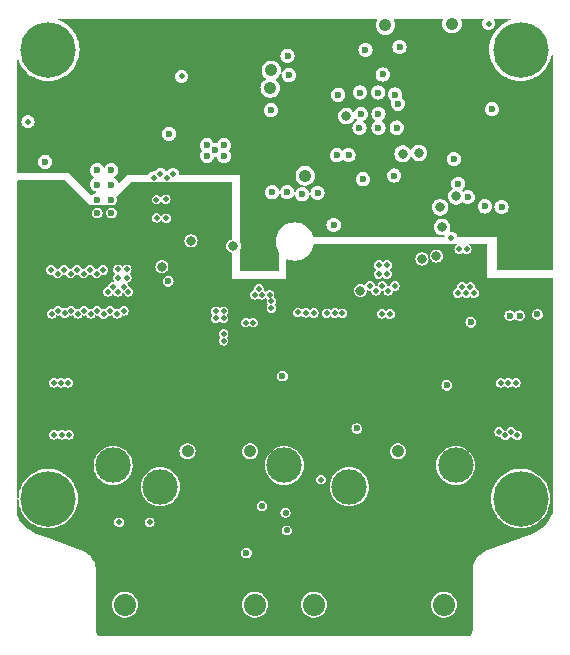
<source format=gbr>
%TF.GenerationSoftware,KiCad,Pcbnew,7.0.6*%
%TF.CreationDate,2023-08-06T04:52:03+10:00*%
%TF.ProjectId,controller,636f6e74-726f-46c6-9c65-722e6b696361,rev?*%
%TF.SameCoordinates,Original*%
%TF.FileFunction,Copper,L3,Inr*%
%TF.FilePolarity,Positive*%
%FSLAX46Y46*%
G04 Gerber Fmt 4.6, Leading zero omitted, Abs format (unit mm)*
G04 Created by KiCad (PCBNEW 7.0.6) date 2023-08-06 04:52:03*
%MOMM*%
%LPD*%
G01*
G04 APERTURE LIST*
%TA.AperFunction,ComponentPad*%
%ADD10C,1.050000*%
%TD*%
%TA.AperFunction,ComponentPad*%
%ADD11C,4.700000*%
%TD*%
%TA.AperFunction,ComponentPad*%
%ADD12C,3.000000*%
%TD*%
%TA.AperFunction,ComponentPad*%
%ADD13C,1.875000*%
%TD*%
%TA.AperFunction,ComponentPad*%
%ADD14C,0.600000*%
%TD*%
%TA.AperFunction,ViaPad*%
%ADD15C,0.600000*%
%TD*%
%TA.AperFunction,ViaPad*%
%ADD16C,0.508000*%
%TD*%
%TA.AperFunction,ViaPad*%
%ADD17C,0.800000*%
%TD*%
%TA.AperFunction,ViaPad*%
%ADD18C,0.553200*%
%TD*%
G04 APERTURE END LIST*
D10*
%TO.N,GND*%
%TO.C,DG2*%
X157060000Y-79430000D03*
%TD*%
D11*
%TO.N,N/C*%
%TO.C,M1*%
X128501100Y-81503600D03*
%TD*%
D12*
%TO.N,/SHC*%
%TO.C,C0*%
X163001100Y-116703600D03*
%TD*%
%TO.N,V+*%
%TO.C,J1*%
X159001100Y-118503600D03*
%TO.N,GND*%
X154001100Y-118503600D03*
D13*
%TO.N,N/C*%
X162001100Y-128503600D03*
X151001100Y-128503600D03*
%TD*%
D12*
%TO.N,V+*%
%TO.C,J2*%
X143001100Y-118503600D03*
%TO.N,GND*%
X138001100Y-118503600D03*
D13*
%TO.N,N/C*%
X146001100Y-128503600D03*
X135001100Y-128503600D03*
%TD*%
D12*
%TO.N,/SHB*%
%TO.C,B0*%
X148501100Y-116703600D03*
%TD*%
D10*
%TO.N,+3V3*%
%TO.C,TEMP1*%
X147490000Y-81570000D03*
%TD*%
%TO.N,/SHA*%
%TO.C,DA0*%
X140301100Y-115503600D03*
%TD*%
%TO.N,/DEBUG1*%
%TO.C,DBG1*%
X147400000Y-83250000D03*
%TD*%
D11*
%TO.N,N/C*%
%TO.C,M2*%
X168501100Y-81503600D03*
%TD*%
D10*
%TO.N,/SHC*%
%TO.C,DC0*%
X158101100Y-115503600D03*
%TD*%
D14*
%TO.N,GND*%
%TO.C,U1*%
X132650000Y-91720000D03*
X132650000Y-92920000D03*
X132650000Y-94220000D03*
X132650000Y-95320000D03*
X133850000Y-91720000D03*
X133850000Y-92920000D03*
X133850000Y-94220000D03*
X133850000Y-95320000D03*
%TD*%
D12*
%TO.N,/SHA*%
%TO.C,A0*%
X134001100Y-116703600D03*
%TD*%
D10*
%TO.N,/VTEMP_MOT*%
%TO.C,TEMP2*%
X162701100Y-79303600D03*
%TD*%
D11*
%TO.N,N/C*%
%TO.C,M3*%
X128501100Y-119503600D03*
%TD*%
D10*
%TO.N,/DEBUG2*%
%TO.C,DBG2*%
X147310000Y-84750000D03*
%TD*%
%TO.N,+3V3*%
%TO.C,D33*%
X128001100Y-85403600D03*
%TD*%
%TO.N,/DAC*%
%TO.C,DAC0*%
X150280000Y-92180000D03*
%TD*%
D11*
%TO.N,N/C*%
%TO.C,M4*%
X168501100Y-119503600D03*
%TD*%
D10*
%TO.N,/SHB*%
%TO.C,DB0*%
X145601100Y-115503600D03*
%TD*%
D15*
%TO.N,+3V3*%
X162400000Y-84420000D03*
X147360000Y-97670000D03*
D16*
X165276100Y-95913600D03*
D15*
X155150000Y-84200000D03*
D16*
X134501100Y-121503600D03*
D15*
X157150000Y-90310000D03*
X159260000Y-87840000D03*
X145288000Y-124104400D03*
X130960000Y-88640000D03*
X151750000Y-82060000D03*
X126084000Y-91603600D03*
X165270000Y-81340000D03*
D16*
X135101100Y-83703600D03*
D15*
%TO.N,/SHA*%
X153935776Y-90433364D03*
X138660000Y-101110000D03*
%TO.N,/SHB*%
X148330000Y-109140000D03*
X163209192Y-92849192D03*
%TO.N,/SHC*%
X164015000Y-93995000D03*
X162258886Y-109911386D03*
%TO.N,/VTEMP_FET*%
X155370000Y-81520000D03*
X154640000Y-113570000D03*
%TO.N,/AS5047_SDA*%
X153050736Y-85310734D03*
X150020000Y-93748900D03*
D16*
%TO.N,V+*%
X150151100Y-106903600D03*
X153401100Y-106903600D03*
X137463600Y-92358900D03*
X132301100Y-106553600D03*
X133801100Y-106903600D03*
X129701100Y-108453600D03*
X134801100Y-106903600D03*
X166530000Y-104150000D03*
X150801100Y-106903600D03*
X149501100Y-106903600D03*
X127601100Y-105853600D03*
X131751100Y-99103600D03*
X165790000Y-104130000D03*
X127601100Y-105103600D03*
X153120000Y-99480000D03*
X134301100Y-106553600D03*
X127601100Y-102103600D03*
X129590800Y-106553000D03*
X128301100Y-112853600D03*
X131343400Y-106527600D03*
X127601100Y-108103600D03*
X166751100Y-108653600D03*
X127601100Y-103603600D03*
X158140000Y-98400000D03*
X163347400Y-99441000D03*
X152751100Y-106303600D03*
X129001100Y-106553600D03*
X151451100Y-106303600D03*
X128751100Y-99103600D03*
X128951100Y-112853600D03*
X127601100Y-99853600D03*
X129351100Y-99103600D03*
X132351100Y-99103600D03*
X167251100Y-112753600D03*
X128776100Y-104668600D03*
X157401100Y-106903600D03*
X169451100Y-109703600D03*
X127601100Y-108853600D03*
X157401100Y-106303600D03*
X127601100Y-111853600D03*
X139060000Y-92070000D03*
X152101100Y-106303600D03*
X168301100Y-108353600D03*
X163851100Y-99753600D03*
X130351100Y-108453600D03*
X158701100Y-106903600D03*
X156751100Y-106303600D03*
X164401100Y-99453600D03*
X127601100Y-102853600D03*
X133301100Y-106553600D03*
X169451100Y-112853600D03*
X130276100Y-105018600D03*
X150801100Y-106303600D03*
X156101100Y-106903600D03*
X128401100Y-108453600D03*
X150164800Y-106299000D03*
X127601100Y-111103600D03*
X138013600Y-92058900D03*
X152101100Y-106903600D03*
X158810000Y-98410000D03*
X127601100Y-107353600D03*
X127601100Y-100603600D03*
X127601100Y-99103600D03*
X168251100Y-112753600D03*
X130801100Y-106903600D03*
X129776100Y-104668600D03*
X138563600Y-92408900D03*
X167751100Y-113003600D03*
X132801100Y-106903600D03*
X127601100Y-109603600D03*
X169451100Y-110453600D03*
X167101102Y-105753599D03*
X127601100Y-106603600D03*
X155451100Y-106903600D03*
X127601100Y-104353600D03*
X153401100Y-106303600D03*
X139060000Y-92930000D03*
X151451100Y-106903600D03*
X169451100Y-112053600D03*
X129276100Y-105018600D03*
X167060000Y-104860000D03*
X131151100Y-99103600D03*
X135301100Y-106553600D03*
X164871400Y-100507800D03*
X131801100Y-106903600D03*
X129051100Y-108453600D03*
X167801100Y-108653600D03*
X129971800Y-99110800D03*
X167301100Y-108353600D03*
X156743400Y-106908600D03*
X156101100Y-106303600D03*
X127601100Y-110353600D03*
X158051100Y-106903600D03*
X130251100Y-112853600D03*
X127601100Y-113353600D03*
X169451100Y-111253600D03*
X130200400Y-106553000D03*
X129601100Y-112853600D03*
X152751100Y-106903600D03*
X155451100Y-106303600D03*
X130551100Y-99103600D03*
X127601100Y-112603600D03*
X128397000Y-106553000D03*
X127601100Y-101353600D03*
X169451100Y-108953600D03*
D17*
%TO.N,/GLA*%
X159880000Y-90240000D03*
X140589997Y-97690006D03*
%TO.N,/GLB*%
X144111808Y-98121684D03*
X158520000Y-90310000D03*
%TO.N,/GLC*%
X161850000Y-96530000D03*
X161360000Y-98980000D03*
%TO.N,/GHA*%
X138130000Y-99880000D03*
X153740000Y-87130000D03*
%TO.N,/GHB*%
X163030676Y-93921259D03*
X154930000Y-101900000D03*
%TO.N,/GHC*%
X160150000Y-99220000D03*
X161689998Y-94850000D03*
D16*
%TO.N,GND*%
X126801100Y-87603600D03*
X133751100Y-103603600D03*
X135301100Y-102003600D03*
D15*
X164290000Y-104580000D03*
D16*
X165801100Y-79303600D03*
X157440000Y-103890000D03*
X129301100Y-100453600D03*
D15*
X148770000Y-82010000D03*
D16*
X137680000Y-95740000D03*
X166801100Y-109703600D03*
D15*
X169920000Y-103920000D03*
D16*
X134899400Y-101574600D03*
X145251100Y-104603600D03*
D15*
X162852209Y-90752371D03*
D16*
X133551100Y-102003600D03*
X150310000Y-103780000D03*
X130951100Y-100153600D03*
X134901100Y-103603600D03*
X129351100Y-103603600D03*
X129901100Y-103803600D03*
X153390000Y-103820000D03*
X163951100Y-98403600D03*
D15*
X148890000Y-83660000D03*
D16*
X152760000Y-103800000D03*
D15*
X128250000Y-90984659D03*
D16*
X167451100Y-109703600D03*
X135151100Y-100103600D03*
X130451100Y-103603600D03*
X129001100Y-114103600D03*
X152090000Y-103810000D03*
X168101100Y-109703600D03*
X147401100Y-103403600D03*
X139801100Y-83753600D03*
X146001100Y-102253600D03*
D15*
X142669998Y-90029999D03*
D16*
X156251100Y-101903600D03*
X134401100Y-102003600D03*
X149650000Y-103750000D03*
X128751100Y-100153600D03*
D15*
X152670000Y-96350000D03*
D16*
X147251100Y-102253600D03*
X147401100Y-102803600D03*
X131001100Y-103853600D03*
X133197600Y-103886000D03*
D15*
X166890000Y-94820000D03*
X141950000Y-90470000D03*
D16*
X133151100Y-100153600D03*
X164551100Y-102103600D03*
D15*
X156440000Y-85131100D03*
D16*
X132601100Y-100453600D03*
D15*
X143390000Y-89580000D03*
D18*
X146601100Y-120153600D03*
D16*
X137670000Y-94190000D03*
X130251100Y-114103600D03*
X129851100Y-100153600D03*
X132651100Y-103603600D03*
X151601100Y-117903600D03*
X168201100Y-114153600D03*
X131551100Y-103603600D03*
X142701100Y-104253600D03*
D15*
X141950000Y-89600000D03*
D16*
X162601100Y-97453600D03*
X138460000Y-94180000D03*
X156760000Y-103860000D03*
X163301100Y-98403600D03*
D15*
X156470000Y-86930000D03*
D16*
X155751100Y-101503600D03*
X134351100Y-103853600D03*
X163551100Y-101603600D03*
X129651100Y-114103600D03*
D15*
X154990000Y-86940000D03*
D16*
X156490000Y-99740000D03*
X137101100Y-121503600D03*
X129001100Y-109703600D03*
X132101100Y-103853600D03*
D15*
X165470000Y-94770000D03*
D16*
X135151100Y-100803600D03*
X163901100Y-102103600D03*
X131501100Y-100453600D03*
X145851100Y-104603600D03*
X132051100Y-100153600D03*
X156801100Y-101503600D03*
X157301100Y-101903600D03*
D15*
X154860000Y-88100000D03*
X157800000Y-92160000D03*
D16*
X130201100Y-109703600D03*
X157851100Y-101503600D03*
D15*
X158120000Y-86070000D03*
D16*
X150990000Y-103790000D03*
D15*
X156470000Y-88100000D03*
D16*
X166701100Y-113853600D03*
D15*
X157891452Y-85298548D03*
D16*
X129616200Y-109702600D03*
X133951100Y-101553600D03*
X164251100Y-101603600D03*
X143351100Y-103653600D03*
X128801100Y-103853600D03*
X138500000Y-95770000D03*
X167201100Y-114153600D03*
X146330000Y-101730000D03*
D15*
X143410000Y-90500000D03*
D16*
X156490000Y-100490000D03*
X142701100Y-103653600D03*
X143351100Y-104253600D03*
X157190000Y-100490000D03*
X130401100Y-100453600D03*
X134401100Y-100803600D03*
D15*
X154894265Y-85131100D03*
D16*
X143357600Y-105537000D03*
X146601100Y-102253600D03*
D15*
X158010000Y-88100000D03*
D16*
X167701100Y-113853600D03*
D15*
X166080000Y-86540000D03*
D16*
X134401100Y-100103600D03*
X163201100Y-102103600D03*
D15*
X147370000Y-86620000D03*
D16*
X143351100Y-106153600D03*
X157190000Y-99740000D03*
D15*
%TO.N,/CAN_P*%
X168440000Y-104012895D03*
D18*
X148701100Y-122203600D03*
%TO.N,/CAN_N*%
X148601100Y-120703600D03*
D15*
X167590000Y-104012895D03*
%TO.N,/AS5047_SCL*%
X148750000Y-93570000D03*
X155157516Y-92477411D03*
%TO.N,/AS5047_DIR*%
X152954618Y-90430676D03*
X138730000Y-88628900D03*
X147480000Y-93579998D03*
%TO.N,/AS5047_PGO*%
X156825735Y-83600000D03*
X151308499Y-93615758D03*
%TO.N,/VTEMP_MOT*%
X158250000Y-81280000D03*
%TD*%
%TA.AperFunction,Conductor*%
%TO.N,+3V3*%
G36*
X156362241Y-78894906D02*
G01*
X156380547Y-78939100D01*
X156372174Y-78970350D01*
X156301711Y-79092394D01*
X156248092Y-79257421D01*
X156229953Y-79430000D01*
X156248092Y-79602578D01*
X156301711Y-79767605D01*
X156301713Y-79767609D01*
X156301714Y-79767611D01*
X156345719Y-79843829D01*
X156388477Y-79917887D01*
X156388476Y-79917887D01*
X156504589Y-80046844D01*
X156504589Y-80046845D01*
X156644971Y-80148839D01*
X156644973Y-80148840D01*
X156644976Y-80148842D01*
X156734540Y-80188718D01*
X156803489Y-80219417D01*
X156803492Y-80219418D01*
X156803501Y-80219422D01*
X156973236Y-80255500D01*
X157146764Y-80255500D01*
X157316499Y-80219422D01*
X157475024Y-80148842D01*
X157615410Y-80046845D01*
X157731522Y-79917889D01*
X157818286Y-79767611D01*
X157871908Y-79602576D01*
X157890047Y-79430000D01*
X157871908Y-79257424D01*
X157839879Y-79158846D01*
X157818288Y-79092394D01*
X157818287Y-79092392D01*
X157818286Y-79092389D01*
X157747826Y-78970350D01*
X157741583Y-78922924D01*
X157770703Y-78884973D01*
X157801953Y-78876600D01*
X161886371Y-78876600D01*
X161930565Y-78894906D01*
X161948871Y-78939100D01*
X161943818Y-78962871D01*
X161943826Y-78962874D01*
X161943801Y-78962948D01*
X161943468Y-78964519D01*
X161942814Y-78965986D01*
X161889192Y-79131021D01*
X161871053Y-79303598D01*
X161871053Y-79303600D01*
X161872598Y-79318297D01*
X161889192Y-79476178D01*
X161942811Y-79641205D01*
X161942813Y-79641209D01*
X161942814Y-79641211D01*
X162015792Y-79767611D01*
X162029577Y-79791487D01*
X162029576Y-79791487D01*
X162145689Y-79920444D01*
X162145689Y-79920445D01*
X162286071Y-80022439D01*
X162286073Y-80022440D01*
X162286076Y-80022442D01*
X162340884Y-80046844D01*
X162444589Y-80093017D01*
X162444592Y-80093018D01*
X162444601Y-80093022D01*
X162614336Y-80129100D01*
X162787864Y-80129100D01*
X162957599Y-80093022D01*
X163116124Y-80022442D01*
X163256510Y-79920445D01*
X163372622Y-79791489D01*
X163459386Y-79641211D01*
X163513008Y-79476176D01*
X163531147Y-79303600D01*
X163513008Y-79131024D01*
X163459386Y-78965989D01*
X163459385Y-78965988D01*
X163459385Y-78965986D01*
X163458732Y-78964519D01*
X163458716Y-78963928D01*
X163458374Y-78962874D01*
X163458686Y-78962772D01*
X163457481Y-78916700D01*
X163490410Y-78882003D01*
X163515829Y-78876600D01*
X165303079Y-78876600D01*
X165347273Y-78894906D01*
X165365579Y-78939100D01*
X165352664Y-78977147D01*
X165316743Y-79023960D01*
X165260873Y-79158842D01*
X165260870Y-79158852D01*
X165241815Y-79303598D01*
X165241815Y-79303601D01*
X165260870Y-79448347D01*
X165260873Y-79448357D01*
X165287761Y-79513271D01*
X165316745Y-79583243D01*
X165405626Y-79699074D01*
X165521457Y-79787955D01*
X165656346Y-79843828D01*
X165656350Y-79843828D01*
X165656352Y-79843829D01*
X165801098Y-79862885D01*
X165801100Y-79862885D01*
X165801102Y-79862885D01*
X165945847Y-79843829D01*
X165945847Y-79843828D01*
X165945854Y-79843828D01*
X166080743Y-79787955D01*
X166196574Y-79699074D01*
X166285455Y-79583243D01*
X166341328Y-79448354D01*
X166343744Y-79430000D01*
X166360385Y-79303601D01*
X166360385Y-79303598D01*
X166341329Y-79158852D01*
X166341328Y-79158850D01*
X166341328Y-79158846D01*
X166285455Y-79023958D01*
X166263390Y-78995202D01*
X166249536Y-78977147D01*
X166237156Y-78930942D01*
X166261074Y-78889515D01*
X166299121Y-78876600D01*
X167611634Y-78876600D01*
X167655828Y-78894906D01*
X167674134Y-78939100D01*
X167655828Y-78983294D01*
X167630228Y-78998769D01*
X167612540Y-79004281D01*
X167559500Y-79020809D01*
X167267104Y-79152407D01*
X167267094Y-79152411D01*
X166992702Y-79318286D01*
X166992687Y-79318297D01*
X166740276Y-79516049D01*
X166513549Y-79742776D01*
X166315797Y-79995187D01*
X166315786Y-79995202D01*
X166149911Y-80269594D01*
X166149907Y-80269604D01*
X166018309Y-80562000D01*
X165922913Y-80868136D01*
X165865116Y-81183524D01*
X165865114Y-81183535D01*
X165845755Y-81503600D01*
X165865114Y-81823664D01*
X165865116Y-81823675D01*
X165922913Y-82139063D01*
X166018309Y-82445199D01*
X166149907Y-82737595D01*
X166149911Y-82737605D01*
X166315786Y-83011997D01*
X166315797Y-83012012D01*
X166513549Y-83264423D01*
X166740276Y-83491150D01*
X166992687Y-83688902D01*
X166992702Y-83688913D01*
X167267094Y-83854788D01*
X167267097Y-83854789D01*
X167267100Y-83854791D01*
X167559502Y-83986391D01*
X167865634Y-84081786D01*
X168181034Y-84139585D01*
X168501100Y-84158945D01*
X168821166Y-84139585D01*
X169136566Y-84081786D01*
X169442698Y-83986391D01*
X169735100Y-83854791D01*
X169798008Y-83816762D01*
X170009497Y-83688913D01*
X170009499Y-83688911D01*
X170009508Y-83688906D01*
X170261919Y-83491154D01*
X170488654Y-83264419D01*
X170686406Y-83012008D01*
X170852291Y-82737600D01*
X170983891Y-82445198D01*
X171079286Y-82139066D01*
X171104123Y-82003531D01*
X171130096Y-81963361D01*
X171176866Y-81953321D01*
X171217036Y-81979293D01*
X171228100Y-82014797D01*
X171228100Y-100068100D01*
X171209794Y-100112294D01*
X171165600Y-100130600D01*
X166536600Y-100130600D01*
X166492406Y-100112294D01*
X166474100Y-100068100D01*
X166474100Y-97380600D01*
X163205586Y-97380600D01*
X163161392Y-97362294D01*
X163143621Y-97326258D01*
X163141329Y-97308852D01*
X163141328Y-97308850D01*
X163141328Y-97308846D01*
X163105387Y-97222077D01*
X163085457Y-97173962D01*
X163085456Y-97173961D01*
X163085455Y-97173958D01*
X162996574Y-97058126D01*
X162996572Y-97058125D01*
X162996572Y-97058124D01*
X162922929Y-97001616D01*
X162880743Y-96969245D01*
X162880739Y-96969243D01*
X162745857Y-96913373D01*
X162745847Y-96913370D01*
X162601102Y-96894315D01*
X162601097Y-96894315D01*
X162557334Y-96900076D01*
X162511129Y-96887695D01*
X162487212Y-96846268D01*
X162490739Y-96815948D01*
X162535139Y-96698875D01*
X162535141Y-96698864D01*
X162555645Y-96530003D01*
X162555645Y-96529996D01*
X162535141Y-96361135D01*
X162535140Y-96361129D01*
X162530919Y-96350000D01*
X162474818Y-96202070D01*
X162468719Y-96193234D01*
X162378188Y-96062077D01*
X162378181Y-96062069D01*
X162250851Y-95949265D01*
X162100226Y-95870210D01*
X161935059Y-95829500D01*
X161935056Y-95829500D01*
X161764944Y-95829500D01*
X161764940Y-95829500D01*
X161599773Y-95870210D01*
X161449148Y-95949265D01*
X161321818Y-96062069D01*
X161321811Y-96062077D01*
X161225182Y-96202068D01*
X161164859Y-96361129D01*
X161164858Y-96361135D01*
X161144355Y-96529996D01*
X161144355Y-96530003D01*
X161164858Y-96698864D01*
X161164859Y-96698870D01*
X161225182Y-96857931D01*
X161321811Y-96997922D01*
X161321818Y-96997930D01*
X161325979Y-97001616D01*
X161449148Y-97110734D01*
X161599775Y-97189790D01*
X161764944Y-97230500D01*
X161764946Y-97230500D01*
X161935054Y-97230500D01*
X161935056Y-97230500D01*
X161991327Y-97216630D01*
X162038616Y-97223827D01*
X162066967Y-97262356D01*
X162064027Y-97301229D01*
X162060872Y-97308846D01*
X162060870Y-97308852D01*
X162058579Y-97326258D01*
X162034662Y-97367685D01*
X161996614Y-97380600D01*
X151008086Y-97380600D01*
X150963892Y-97362294D01*
X150947313Y-97332690D01*
X150924347Y-97237033D01*
X150924346Y-97237027D01*
X150826836Y-97001616D01*
X150693700Y-96784357D01*
X150581375Y-96652841D01*
X150528216Y-96590599D01*
X150334455Y-96425113D01*
X150211882Y-96350001D01*
X152064318Y-96350001D01*
X152084954Y-96506755D01*
X152084957Y-96506765D01*
X152145462Y-96652838D01*
X152145464Y-96652841D01*
X152241717Y-96778282D01*
X152367158Y-96874535D01*
X152367161Y-96874537D01*
X152414910Y-96894315D01*
X152513238Y-96935044D01*
X152513242Y-96935044D01*
X152513244Y-96935045D01*
X152669998Y-96955682D01*
X152670000Y-96955682D01*
X152670002Y-96955682D01*
X152826755Y-96935045D01*
X152826755Y-96935044D01*
X152826762Y-96935044D01*
X152972841Y-96874536D01*
X153098282Y-96778282D01*
X153194536Y-96652841D01*
X153255044Y-96506762D01*
X153275682Y-96350000D01*
X153274613Y-96341882D01*
X153255045Y-96193244D01*
X153255044Y-96193242D01*
X153255044Y-96193238D01*
X153194536Y-96047159D01*
X153172139Y-96017970D01*
X153098282Y-95921717D01*
X152972841Y-95825464D01*
X152972838Y-95825462D01*
X152826765Y-95764957D01*
X152826755Y-95764954D01*
X152670002Y-95744318D01*
X152669998Y-95744318D01*
X152513244Y-95764954D01*
X152513234Y-95764957D01*
X152367161Y-95825462D01*
X152367158Y-95825464D01*
X152241717Y-95921717D01*
X152145464Y-96047158D01*
X152145462Y-96047161D01*
X152084957Y-96193234D01*
X152084954Y-96193244D01*
X152064318Y-96349998D01*
X152064318Y-96350001D01*
X150211882Y-96350001D01*
X150146978Y-96310228D01*
X150117200Y-96291980D01*
X149881789Y-96194470D01*
X149881783Y-96194468D01*
X149881782Y-96194468D01*
X149634019Y-96134985D01*
X149634015Y-96134984D01*
X149380004Y-96114994D01*
X149379996Y-96114994D01*
X149125984Y-96134984D01*
X149125980Y-96134985D01*
X148878217Y-96194468D01*
X148878213Y-96194469D01*
X148878211Y-96194470D01*
X148671172Y-96280228D01*
X148642798Y-96291981D01*
X148425544Y-96425113D01*
X148231783Y-96590599D01*
X148066297Y-96784360D01*
X147935423Y-96997929D01*
X147933164Y-97001616D01*
X147841847Y-97222077D01*
X147835652Y-97237033D01*
X147776169Y-97484796D01*
X147776168Y-97484800D01*
X147756178Y-97738811D01*
X147756178Y-97738820D01*
X147776168Y-97992831D01*
X147776169Y-97992835D01*
X147815806Y-98157935D01*
X147835654Y-98240605D01*
X147933164Y-98476016D01*
X147959811Y-98519500D01*
X148067583Y-98695369D01*
X148067014Y-98695717D01*
X148078100Y-98729823D01*
X148078100Y-100218100D01*
X148059794Y-100262294D01*
X148015600Y-100280600D01*
X144786600Y-100280600D01*
X144742406Y-100262294D01*
X144724100Y-100218100D01*
X144724100Y-98487236D01*
X144735164Y-98451731D01*
X144736626Y-98449614D01*
X144796948Y-98290556D01*
X144796949Y-98290548D01*
X144817453Y-98121687D01*
X144817453Y-98121680D01*
X144796949Y-97952819D01*
X144796948Y-97952813D01*
X144791314Y-97937955D01*
X144736626Y-97793754D01*
X144735162Y-97791634D01*
X144724100Y-97756131D01*
X144724100Y-94850003D01*
X160984353Y-94850003D01*
X161004856Y-95018864D01*
X161004857Y-95018870D01*
X161065180Y-95177931D01*
X161161809Y-95317922D01*
X161161814Y-95317928D01*
X161161815Y-95317929D01*
X161289146Y-95430734D01*
X161439773Y-95509790D01*
X161604942Y-95550500D01*
X161604944Y-95550500D01*
X161775052Y-95550500D01*
X161775054Y-95550500D01*
X161940223Y-95509790D01*
X162090850Y-95430734D01*
X162218181Y-95317929D01*
X162234328Y-95294537D01*
X162300768Y-95198282D01*
X162314816Y-95177930D01*
X162375138Y-95018872D01*
X162386322Y-94926765D01*
X162395643Y-94850003D01*
X162395643Y-94849996D01*
X162385930Y-94770001D01*
X164864318Y-94770001D01*
X164884954Y-94926755D01*
X164884957Y-94926765D01*
X164945462Y-95072838D01*
X164945464Y-95072841D01*
X165041717Y-95198282D01*
X165106879Y-95248282D01*
X165167159Y-95294536D01*
X165313238Y-95355044D01*
X165313242Y-95355044D01*
X165313244Y-95355045D01*
X165469998Y-95375682D01*
X165470000Y-95375682D01*
X165470002Y-95375682D01*
X165626755Y-95355045D01*
X165626755Y-95355044D01*
X165626762Y-95355044D01*
X165772841Y-95294536D01*
X165898282Y-95198282D01*
X165994536Y-95072841D01*
X166055044Y-94926762D01*
X166059658Y-94891718D01*
X166069100Y-94820001D01*
X166284318Y-94820001D01*
X166304954Y-94976755D01*
X166304957Y-94976765D01*
X166365462Y-95122838D01*
X166365464Y-95122841D01*
X166461717Y-95248282D01*
X166587158Y-95344535D01*
X166587161Y-95344537D01*
X166612530Y-95355045D01*
X166733238Y-95405044D01*
X166733242Y-95405044D01*
X166733244Y-95405045D01*
X166889998Y-95425682D01*
X166890000Y-95425682D01*
X166890002Y-95425682D01*
X167046755Y-95405045D01*
X167046755Y-95405044D01*
X167046762Y-95405044D01*
X167192841Y-95344536D01*
X167318282Y-95248282D01*
X167414536Y-95122841D01*
X167475044Y-94976762D01*
X167491732Y-94850003D01*
X167495682Y-94820001D01*
X167495682Y-94819998D01*
X167475045Y-94663244D01*
X167475044Y-94663242D01*
X167475044Y-94663238D01*
X167416570Y-94522070D01*
X167414537Y-94517161D01*
X167414535Y-94517158D01*
X167318282Y-94391717D01*
X167192841Y-94295464D01*
X167192838Y-94295462D01*
X167046765Y-94234957D01*
X167046755Y-94234954D01*
X166890002Y-94214318D01*
X166889998Y-94214318D01*
X166733244Y-94234954D01*
X166733234Y-94234957D01*
X166587161Y-94295462D01*
X166587158Y-94295464D01*
X166461717Y-94391717D01*
X166365464Y-94517158D01*
X166365462Y-94517161D01*
X166304957Y-94663234D01*
X166304954Y-94663244D01*
X166284318Y-94819998D01*
X166284318Y-94820001D01*
X166069100Y-94820001D01*
X166075682Y-94770001D01*
X166075682Y-94769998D01*
X166055045Y-94613244D01*
X166055044Y-94613242D01*
X166055044Y-94613238D01*
X165994536Y-94467159D01*
X165960868Y-94423282D01*
X165898282Y-94341717D01*
X165772841Y-94245464D01*
X165772838Y-94245462D01*
X165626765Y-94184957D01*
X165626755Y-94184954D01*
X165470002Y-94164318D01*
X165469998Y-94164318D01*
X165313244Y-94184954D01*
X165313234Y-94184957D01*
X165167161Y-94245462D01*
X165167158Y-94245464D01*
X165041717Y-94341717D01*
X164945464Y-94467158D01*
X164945462Y-94467161D01*
X164884957Y-94613234D01*
X164884954Y-94613244D01*
X164864318Y-94769998D01*
X164864318Y-94770001D01*
X162385930Y-94770001D01*
X162375139Y-94681135D01*
X162375138Y-94681129D01*
X162368355Y-94663244D01*
X162314816Y-94522070D01*
X162313067Y-94519536D01*
X162218186Y-94382077D01*
X162218179Y-94382069D01*
X162090849Y-94269265D01*
X161940224Y-94190210D01*
X161775057Y-94149500D01*
X161775054Y-94149500D01*
X161604942Y-94149500D01*
X161604938Y-94149500D01*
X161439771Y-94190210D01*
X161289146Y-94269265D01*
X161161816Y-94382069D01*
X161161809Y-94382077D01*
X161065180Y-94522068D01*
X161004857Y-94681129D01*
X161004856Y-94681135D01*
X160984353Y-94849996D01*
X160984353Y-94850003D01*
X144724100Y-94850003D01*
X144724100Y-93579999D01*
X146874318Y-93579999D01*
X146894954Y-93736753D01*
X146894957Y-93736763D01*
X146955462Y-93882836D01*
X146955464Y-93882839D01*
X147051717Y-94008280D01*
X147123341Y-94063238D01*
X147177159Y-94104534D01*
X147323238Y-94165042D01*
X147323242Y-94165042D01*
X147323244Y-94165043D01*
X147479998Y-94185680D01*
X147480000Y-94185680D01*
X147480002Y-94185680D01*
X147636755Y-94165043D01*
X147636755Y-94165042D01*
X147636762Y-94165042D01*
X147782841Y-94104534D01*
X147908282Y-94008280D01*
X148004536Y-93882839D01*
X148059329Y-93750556D01*
X148093152Y-93716734D01*
X148140987Y-93716733D01*
X148174812Y-93750558D01*
X148225462Y-93872838D01*
X148225464Y-93872841D01*
X148321717Y-93998282D01*
X148417971Y-94072139D01*
X148441418Y-94090131D01*
X148447158Y-94094535D01*
X148447161Y-94094537D01*
X148495851Y-94114705D01*
X148593238Y-94155044D01*
X148593242Y-94155044D01*
X148593244Y-94155045D01*
X148749998Y-94175682D01*
X148750000Y-94175682D01*
X148750002Y-94175682D01*
X148906755Y-94155045D01*
X148906755Y-94155044D01*
X148906762Y-94155044D01*
X149052841Y-94094536D01*
X149178282Y-93998282D01*
X149274536Y-93872841D01*
X149303725Y-93802371D01*
X149337549Y-93768548D01*
X149385384Y-93768547D01*
X149419209Y-93802372D01*
X149423432Y-93818132D01*
X149434954Y-93905655D01*
X149434957Y-93905665D01*
X149495462Y-94051738D01*
X149495464Y-94051741D01*
X149591717Y-94177182D01*
X149649396Y-94221440D01*
X149717159Y-94273436D01*
X149863238Y-94333944D01*
X149863242Y-94333944D01*
X149863244Y-94333945D01*
X150019998Y-94354582D01*
X150020000Y-94354582D01*
X150020002Y-94354582D01*
X150176755Y-94333945D01*
X150176755Y-94333944D01*
X150176762Y-94333944D01*
X150322841Y-94273436D01*
X150448282Y-94177182D01*
X150544536Y-94051741D01*
X150605044Y-93905662D01*
X150613920Y-93838244D01*
X150616458Y-93818965D01*
X150640375Y-93777539D01*
X150686581Y-93765158D01*
X150728007Y-93789075D01*
X150736165Y-93803205D01*
X150783961Y-93918596D01*
X150783963Y-93918599D01*
X150880216Y-94044040D01*
X151005657Y-94140293D01*
X151005660Y-94140295D01*
X151041270Y-94155045D01*
X151151737Y-94200802D01*
X151151741Y-94200802D01*
X151151743Y-94200803D01*
X151308497Y-94221440D01*
X151308499Y-94221440D01*
X151308501Y-94221440D01*
X151465254Y-94200803D01*
X151465254Y-94200802D01*
X151465261Y-94200802D01*
X151611340Y-94140294D01*
X151736781Y-94044040D01*
X151830992Y-93921262D01*
X162325031Y-93921262D01*
X162345534Y-94090123D01*
X162345535Y-94090129D01*
X162405858Y-94249190D01*
X162502487Y-94389181D01*
X162502494Y-94389189D01*
X162540977Y-94423282D01*
X162629824Y-94501993D01*
X162780451Y-94581049D01*
X162945620Y-94621759D01*
X162945622Y-94621759D01*
X163115730Y-94621759D01*
X163115732Y-94621759D01*
X163280901Y-94581049D01*
X163431528Y-94501993D01*
X163512577Y-94430189D01*
X163557794Y-94414586D01*
X163592066Y-94427386D01*
X163712159Y-94519536D01*
X163858238Y-94580044D01*
X163858242Y-94580044D01*
X163858244Y-94580045D01*
X164014998Y-94600682D01*
X164015000Y-94600682D01*
X164015002Y-94600682D01*
X164171755Y-94580045D01*
X164171755Y-94580044D01*
X164171762Y-94580044D01*
X164317841Y-94519536D01*
X164443282Y-94423282D01*
X164539536Y-94297841D01*
X164600044Y-94151762D01*
X164620682Y-93995000D01*
X164610973Y-93921255D01*
X164600045Y-93838244D01*
X164600044Y-93838242D01*
X164600044Y-93838238D01*
X164539536Y-93692159D01*
X164512710Y-93657199D01*
X164443282Y-93566717D01*
X164317841Y-93470464D01*
X164317838Y-93470462D01*
X164171765Y-93409957D01*
X164171755Y-93409954D01*
X164015002Y-93389318D01*
X164014998Y-93389318D01*
X163858244Y-93409954D01*
X163858234Y-93409957D01*
X163712162Y-93470462D01*
X163712157Y-93470464D01*
X163671815Y-93501419D01*
X163625609Y-93513798D01*
X163584183Y-93489879D01*
X163582332Y-93487337D01*
X163558859Y-93453330D01*
X163545688Y-93441662D01*
X163524747Y-93398655D01*
X163540350Y-93353436D01*
X163549078Y-93345302D01*
X163637474Y-93277474D01*
X163733728Y-93152033D01*
X163794236Y-93005954D01*
X163795684Y-92994954D01*
X163814874Y-92849193D01*
X163814874Y-92849190D01*
X163794237Y-92692436D01*
X163794236Y-92692434D01*
X163794236Y-92692430D01*
X163733728Y-92546351D01*
X163691806Y-92491717D01*
X163637474Y-92420909D01*
X163512033Y-92324656D01*
X163512030Y-92324654D01*
X163365957Y-92264149D01*
X163365947Y-92264146D01*
X163209194Y-92243510D01*
X163209190Y-92243510D01*
X163052436Y-92264146D01*
X163052426Y-92264149D01*
X162906353Y-92324654D01*
X162906350Y-92324656D01*
X162780909Y-92420909D01*
X162684656Y-92546350D01*
X162684654Y-92546353D01*
X162624149Y-92692426D01*
X162624146Y-92692436D01*
X162603510Y-92849190D01*
X162603510Y-92849193D01*
X162624146Y-93005947D01*
X162624149Y-93005957D01*
X162684654Y-93152030D01*
X162684656Y-93152033D01*
X162726834Y-93207001D01*
X162739214Y-93253206D01*
X162715296Y-93294633D01*
X162706295Y-93300389D01*
X162629823Y-93340525D01*
X162502494Y-93453328D01*
X162502487Y-93453336D01*
X162405858Y-93593327D01*
X162345535Y-93752388D01*
X162345534Y-93752394D01*
X162325031Y-93921255D01*
X162325031Y-93921262D01*
X151830992Y-93921262D01*
X151833035Y-93918599D01*
X151893543Y-93772520D01*
X151896653Y-93748900D01*
X151914181Y-93615759D01*
X151914181Y-93615756D01*
X151893544Y-93459002D01*
X151893543Y-93459000D01*
X151893543Y-93458996D01*
X151836225Y-93320618D01*
X151833036Y-93312919D01*
X151833034Y-93312916D01*
X151736781Y-93187475D01*
X151611340Y-93091222D01*
X151611337Y-93091220D01*
X151465264Y-93030715D01*
X151465254Y-93030712D01*
X151308501Y-93010076D01*
X151308497Y-93010076D01*
X151151743Y-93030712D01*
X151151733Y-93030715D01*
X151005660Y-93091220D01*
X151005657Y-93091222D01*
X150880216Y-93187475D01*
X150783963Y-93312916D01*
X150783961Y-93312919D01*
X150723456Y-93458992D01*
X150723453Y-93459003D01*
X150712040Y-93545692D01*
X150688122Y-93587119D01*
X150641917Y-93599499D01*
X150600490Y-93575581D01*
X150592335Y-93561457D01*
X150544536Y-93446059D01*
X150489035Y-93373728D01*
X150448282Y-93320617D01*
X150322841Y-93224364D01*
X150322838Y-93224362D01*
X150176765Y-93163857D01*
X150176755Y-93163854D01*
X150020002Y-93143218D01*
X150019998Y-93143218D01*
X149863244Y-93163854D01*
X149863234Y-93163857D01*
X149717161Y-93224362D01*
X149717158Y-93224364D01*
X149591717Y-93320617D01*
X149495464Y-93446058D01*
X149495462Y-93446062D01*
X149466274Y-93516527D01*
X149432449Y-93550352D01*
X149384614Y-93550351D01*
X149350789Y-93516526D01*
X149346567Y-93500766D01*
X149335045Y-93413245D01*
X149335044Y-93413244D01*
X149335044Y-93413238D01*
X149278677Y-93277156D01*
X149274537Y-93267161D01*
X149274535Y-93267158D01*
X149263829Y-93253206D01*
X149241697Y-93224362D01*
X149178282Y-93141717D01*
X149052841Y-93045464D01*
X149052838Y-93045462D01*
X148906765Y-92984957D01*
X148906755Y-92984954D01*
X148750002Y-92964318D01*
X148749998Y-92964318D01*
X148593244Y-92984954D01*
X148593234Y-92984957D01*
X148447161Y-93045462D01*
X148447158Y-93045464D01*
X148321717Y-93141717D01*
X148225464Y-93267158D01*
X148225462Y-93267161D01*
X148170671Y-93399439D01*
X148136847Y-93433264D01*
X148089011Y-93433263D01*
X148055187Y-93399440D01*
X148004536Y-93277157D01*
X147930029Y-93180057D01*
X147908282Y-93151715D01*
X147782841Y-93055462D01*
X147782838Y-93055460D01*
X147636765Y-92994955D01*
X147636755Y-92994952D01*
X147480002Y-92974316D01*
X147479998Y-92974316D01*
X147323244Y-92994952D01*
X147323234Y-92994955D01*
X147177161Y-93055460D01*
X147177158Y-93055462D01*
X147051717Y-93151715D01*
X146955464Y-93277156D01*
X146955462Y-93277159D01*
X146894957Y-93423232D01*
X146894954Y-93423242D01*
X146874318Y-93579996D01*
X146874318Y-93579999D01*
X144724100Y-93579999D01*
X144724100Y-92180000D01*
X149449953Y-92180000D01*
X149468092Y-92352578D01*
X149521711Y-92517605D01*
X149521713Y-92517609D01*
X149521714Y-92517611D01*
X149603890Y-92659942D01*
X149608477Y-92667887D01*
X149608476Y-92667887D01*
X149724589Y-92796844D01*
X149724589Y-92796845D01*
X149864971Y-92898839D01*
X149864973Y-92898840D01*
X149864976Y-92898842D01*
X149912498Y-92920000D01*
X150023489Y-92969417D01*
X150023492Y-92969418D01*
X150023501Y-92969422D01*
X150193236Y-93005500D01*
X150366764Y-93005500D01*
X150536499Y-92969422D01*
X150695024Y-92898842D01*
X150835410Y-92796845D01*
X150951522Y-92667889D01*
X151038286Y-92517611D01*
X151051347Y-92477412D01*
X154551834Y-92477412D01*
X154572470Y-92634166D01*
X154572473Y-92634176D01*
X154632978Y-92780249D01*
X154632980Y-92780252D01*
X154729233Y-92905693D01*
X154854674Y-93001946D01*
X154854677Y-93001948D01*
X154864356Y-93005957D01*
X155000754Y-93062455D01*
X155000758Y-93062455D01*
X155000760Y-93062456D01*
X155157514Y-93083093D01*
X155157516Y-93083093D01*
X155157518Y-93083093D01*
X155314271Y-93062456D01*
X155314271Y-93062455D01*
X155314278Y-93062455D01*
X155460357Y-93001947D01*
X155585798Y-92905693D01*
X155682052Y-92780252D01*
X155742560Y-92634173D01*
X155757906Y-92517611D01*
X155763198Y-92477412D01*
X155763198Y-92477409D01*
X155742561Y-92320655D01*
X155742560Y-92320653D01*
X155742560Y-92320649D01*
X155682052Y-92174570D01*
X155670873Y-92160001D01*
X157194318Y-92160001D01*
X157214954Y-92316755D01*
X157214957Y-92316765D01*
X157275462Y-92462838D01*
X157275464Y-92462841D01*
X157371717Y-92588282D01*
X157497158Y-92684535D01*
X157497161Y-92684537D01*
X157545851Y-92704705D01*
X157643238Y-92745044D01*
X157643242Y-92745044D01*
X157643244Y-92745045D01*
X157799998Y-92765682D01*
X157800000Y-92765682D01*
X157800002Y-92765682D01*
X157956755Y-92745045D01*
X157956755Y-92745044D01*
X157956762Y-92745044D01*
X158102841Y-92684536D01*
X158228282Y-92588282D01*
X158324536Y-92462841D01*
X158385044Y-92316762D01*
X158386587Y-92305044D01*
X158405682Y-92160001D01*
X158405682Y-92159998D01*
X158385045Y-92003244D01*
X158385044Y-92003242D01*
X158385044Y-92003238D01*
X158324536Y-91857159D01*
X158295004Y-91818672D01*
X158228282Y-91731717D01*
X158102841Y-91635464D01*
X158102838Y-91635462D01*
X157956765Y-91574957D01*
X157956755Y-91574954D01*
X157800002Y-91554318D01*
X157799998Y-91554318D01*
X157643244Y-91574954D01*
X157643234Y-91574957D01*
X157497161Y-91635462D01*
X157497158Y-91635464D01*
X157371717Y-91731717D01*
X157275464Y-91857158D01*
X157275462Y-91857161D01*
X157214957Y-92003234D01*
X157214954Y-92003244D01*
X157194318Y-92159998D01*
X157194318Y-92160001D01*
X155670873Y-92160001D01*
X155604930Y-92074062D01*
X155585798Y-92049128D01*
X155460357Y-91952875D01*
X155460354Y-91952873D01*
X155314281Y-91892368D01*
X155314271Y-91892365D01*
X155157518Y-91871729D01*
X155157514Y-91871729D01*
X155000760Y-91892365D01*
X155000750Y-91892368D01*
X154854677Y-91952873D01*
X154854674Y-91952875D01*
X154729233Y-92049128D01*
X154632980Y-92174569D01*
X154632978Y-92174572D01*
X154572473Y-92320645D01*
X154572470Y-92320655D01*
X154551834Y-92477409D01*
X154551834Y-92477412D01*
X151051347Y-92477412D01*
X151091908Y-92352576D01*
X151110047Y-92180000D01*
X151091908Y-92007424D01*
X151083016Y-91980057D01*
X151038288Y-91842394D01*
X151038287Y-91842392D01*
X151038286Y-91842389D01*
X150951522Y-91692111D01*
X150935688Y-91674526D01*
X150835410Y-91563155D01*
X150835410Y-91563154D01*
X150695028Y-91461160D01*
X150695022Y-91461157D01*
X150536510Y-91390582D01*
X150536493Y-91390576D01*
X150366764Y-91354500D01*
X150193236Y-91354500D01*
X150023506Y-91390576D01*
X150023489Y-91390582D01*
X149864978Y-91461157D01*
X149724586Y-91563157D01*
X149608477Y-91692112D01*
X149521711Y-91842394D01*
X149468092Y-92007421D01*
X149449953Y-92180000D01*
X144724100Y-92180000D01*
X144724100Y-92130600D01*
X139681785Y-92130600D01*
X139637591Y-92112294D01*
X139621654Y-92073820D01*
X139619820Y-92074062D01*
X139600229Y-91925252D01*
X139600228Y-91925250D01*
X139600228Y-91925246D01*
X139556083Y-91818672D01*
X139544357Y-91790362D01*
X139544356Y-91790361D01*
X139544355Y-91790358D01*
X139455474Y-91674526D01*
X139455472Y-91674525D01*
X139455472Y-91674524D01*
X139404565Y-91635462D01*
X139339643Y-91585645D01*
X139339639Y-91585643D01*
X139204757Y-91529773D01*
X139204747Y-91529770D01*
X139060002Y-91510715D01*
X139059998Y-91510715D01*
X138915252Y-91529770D01*
X138915242Y-91529773D01*
X138780360Y-91585643D01*
X138664527Y-91674524D01*
X138590643Y-91770812D01*
X138549216Y-91794729D01*
X138503010Y-91782349D01*
X138491477Y-91770816D01*
X138409074Y-91663426D01*
X138409072Y-91663425D01*
X138409072Y-91663424D01*
X138373949Y-91636473D01*
X138293243Y-91574545D01*
X138293239Y-91574543D01*
X138158357Y-91518673D01*
X138158347Y-91518670D01*
X138013602Y-91499615D01*
X138013598Y-91499615D01*
X137868852Y-91518670D01*
X137868842Y-91518673D01*
X137733960Y-91574543D01*
X137618125Y-91663426D01*
X137531000Y-91776969D01*
X137489574Y-91800886D01*
X137473259Y-91800886D01*
X137463603Y-91799615D01*
X137463597Y-91799615D01*
X137318852Y-91818670D01*
X137318842Y-91818673D01*
X137183960Y-91874543D01*
X137068125Y-91963425D01*
X136979244Y-92079258D01*
X136973960Y-92092017D01*
X136940135Y-92125842D01*
X136916217Y-92130600D01*
X135153706Y-92130600D01*
X134526380Y-92757923D01*
X134482186Y-92776229D01*
X134437992Y-92757923D01*
X134424444Y-92737647D01*
X134374537Y-92617161D01*
X134374535Y-92617158D01*
X134371826Y-92613628D01*
X134320205Y-92546353D01*
X134278282Y-92491717D01*
X134152842Y-92395465D01*
X134152841Y-92395464D01*
X134110055Y-92377741D01*
X134076233Y-92343918D01*
X134076232Y-92296082D01*
X134110057Y-92262258D01*
X134110057Y-92262257D01*
X134152841Y-92244536D01*
X134278282Y-92148282D01*
X134374536Y-92022841D01*
X134435044Y-91876762D01*
X134454139Y-91731718D01*
X134455682Y-91720001D01*
X134455682Y-91719998D01*
X134435045Y-91563244D01*
X134435044Y-91563242D01*
X134435044Y-91563238D01*
X134374536Y-91417159D01*
X134352139Y-91387971D01*
X134278282Y-91291717D01*
X134152841Y-91195464D01*
X134152838Y-91195462D01*
X134006765Y-91134957D01*
X134006755Y-91134954D01*
X133850002Y-91114318D01*
X133849998Y-91114318D01*
X133693244Y-91134954D01*
X133693234Y-91134957D01*
X133547161Y-91195462D01*
X133547158Y-91195464D01*
X133421717Y-91291717D01*
X133325464Y-91417158D01*
X133325462Y-91417161D01*
X133307742Y-91459942D01*
X133273917Y-91493767D01*
X133226082Y-91493766D01*
X133192258Y-91459942D01*
X133174537Y-91417161D01*
X133174535Y-91417158D01*
X133078282Y-91291717D01*
X132952841Y-91195464D01*
X132952838Y-91195462D01*
X132806765Y-91134957D01*
X132806755Y-91134954D01*
X132650002Y-91114318D01*
X132649998Y-91114318D01*
X132493244Y-91134954D01*
X132493234Y-91134957D01*
X132347161Y-91195462D01*
X132347158Y-91195464D01*
X132221717Y-91291717D01*
X132125464Y-91417158D01*
X132125462Y-91417161D01*
X132064957Y-91563234D01*
X132064954Y-91563244D01*
X132044318Y-91719998D01*
X132044318Y-91720001D01*
X132064954Y-91876755D01*
X132064957Y-91876765D01*
X132125462Y-92022838D01*
X132125464Y-92022841D01*
X132221717Y-92148282D01*
X132307554Y-92214146D01*
X132347156Y-92244534D01*
X132347158Y-92244535D01*
X132347161Y-92244537D01*
X132389942Y-92262258D01*
X132423767Y-92296083D01*
X132423766Y-92343918D01*
X132389942Y-92377742D01*
X132347161Y-92395462D01*
X132347158Y-92395464D01*
X132221717Y-92491717D01*
X132125464Y-92617158D01*
X132125462Y-92617161D01*
X132064957Y-92763234D01*
X132064954Y-92763244D01*
X132044318Y-92919998D01*
X132044318Y-92920001D01*
X132064954Y-93076755D01*
X132064957Y-93076765D01*
X132125462Y-93222838D01*
X132125464Y-93222841D01*
X132221717Y-93348282D01*
X132347158Y-93444535D01*
X132347161Y-93444537D01*
X132368392Y-93453331D01*
X132493238Y-93505044D01*
X132515952Y-93508034D01*
X132557377Y-93531950D01*
X132569760Y-93578155D01*
X132545843Y-93619582D01*
X132515954Y-93631964D01*
X132493244Y-93634954D01*
X132493234Y-93634957D01*
X132347161Y-93695462D01*
X132347158Y-93695464D01*
X132230061Y-93785316D01*
X132183856Y-93797696D01*
X132147820Y-93779925D01*
X130298494Y-91930600D01*
X125936600Y-91930600D01*
X125892406Y-91912294D01*
X125874100Y-91868100D01*
X125874100Y-90984660D01*
X127644318Y-90984660D01*
X127664954Y-91141414D01*
X127664957Y-91141424D01*
X127725462Y-91287497D01*
X127725464Y-91287500D01*
X127821717Y-91412941D01*
X127884558Y-91461160D01*
X127927051Y-91493766D01*
X127947158Y-91509194D01*
X127947161Y-91509196D01*
X127970038Y-91518672D01*
X128093238Y-91569703D01*
X128093242Y-91569703D01*
X128093244Y-91569704D01*
X128249998Y-91590341D01*
X128250000Y-91590341D01*
X128250002Y-91590341D01*
X128406755Y-91569704D01*
X128406755Y-91569703D01*
X128406762Y-91569703D01*
X128552841Y-91509195D01*
X128678282Y-91412941D01*
X128774536Y-91287500D01*
X128835044Y-91141421D01*
X128855682Y-90984659D01*
X128853724Y-90969790D01*
X128835045Y-90827903D01*
X128835044Y-90827901D01*
X128835044Y-90827897D01*
X128774536Y-90681818D01*
X128740861Y-90637932D01*
X128678282Y-90556376D01*
X128565714Y-90470001D01*
X141344318Y-90470001D01*
X141364954Y-90626755D01*
X141364957Y-90626765D01*
X141425462Y-90772838D01*
X141425464Y-90772841D01*
X141521717Y-90898282D01*
X141599414Y-90957900D01*
X141647159Y-90994536D01*
X141793238Y-91055044D01*
X141793242Y-91055044D01*
X141793244Y-91055045D01*
X141949998Y-91075682D01*
X141950000Y-91075682D01*
X141950002Y-91075682D01*
X142106755Y-91055045D01*
X142106755Y-91055044D01*
X142106762Y-91055044D01*
X142252841Y-90994536D01*
X142378282Y-90898282D01*
X142474536Y-90772841D01*
X142520167Y-90662676D01*
X142553991Y-90628853D01*
X142586064Y-90624630D01*
X142659874Y-90634348D01*
X142669997Y-90635681D01*
X142669998Y-90635681D01*
X142670000Y-90635681D01*
X142721861Y-90628853D01*
X142761114Y-90623685D01*
X142807319Y-90636065D01*
X142827014Y-90661732D01*
X142885462Y-90802838D01*
X142885464Y-90802841D01*
X142981717Y-90928282D01*
X143055190Y-90984659D01*
X143107159Y-91024536D01*
X143253238Y-91085044D01*
X143253242Y-91085044D01*
X143253244Y-91085045D01*
X143409998Y-91105682D01*
X143410000Y-91105682D01*
X143410002Y-91105682D01*
X143566755Y-91085045D01*
X143566755Y-91085044D01*
X143566762Y-91085044D01*
X143712841Y-91024536D01*
X143838282Y-90928282D01*
X143934536Y-90802841D01*
X143995044Y-90656762D01*
X143998994Y-90626762D01*
X144015682Y-90500001D01*
X144015682Y-90499998D01*
X144006556Y-90430677D01*
X152348936Y-90430677D01*
X152369572Y-90587431D01*
X152369575Y-90587441D01*
X152430080Y-90733514D01*
X152430082Y-90733517D01*
X152526335Y-90858958D01*
X152651776Y-90955211D01*
X152651779Y-90955213D01*
X152686969Y-90969789D01*
X152797856Y-91015720D01*
X152797860Y-91015720D01*
X152797862Y-91015721D01*
X152954616Y-91036358D01*
X152954618Y-91036358D01*
X152954620Y-91036358D01*
X153111373Y-91015721D01*
X153111373Y-91015720D01*
X153111380Y-91015720D01*
X153257459Y-90955212D01*
X153382900Y-90858958D01*
X153394580Y-90843734D01*
X153436005Y-90819817D01*
X153482211Y-90832196D01*
X153493750Y-90843735D01*
X153507490Y-90861642D01*
X153507492Y-90861643D01*
X153507494Y-90861646D01*
X153632935Y-90957900D01*
X153779014Y-91018408D01*
X153779018Y-91018408D01*
X153779020Y-91018409D01*
X153935774Y-91039046D01*
X153935776Y-91039046D01*
X153935778Y-91039046D01*
X154092531Y-91018409D01*
X154092531Y-91018408D01*
X154092538Y-91018408D01*
X154238617Y-90957900D01*
X154364058Y-90861646D01*
X154460312Y-90736205D01*
X154520820Y-90590126D01*
X154521157Y-90587564D01*
X154541458Y-90433365D01*
X154541458Y-90433362D01*
X154525218Y-90310003D01*
X157814355Y-90310003D01*
X157834858Y-90478864D01*
X157834859Y-90478870D01*
X157895182Y-90637931D01*
X157991811Y-90777922D01*
X157991818Y-90777930D01*
X158019937Y-90802841D01*
X158119148Y-90890734D01*
X158269775Y-90969790D01*
X158434944Y-91010500D01*
X158434946Y-91010500D01*
X158605054Y-91010500D01*
X158605056Y-91010500D01*
X158770225Y-90969790D01*
X158920852Y-90890734D01*
X159048183Y-90777929D01*
X159144818Y-90637930D01*
X159158859Y-90600905D01*
X159191647Y-90566074D01*
X159239460Y-90564629D01*
X159268734Y-90587564D01*
X159351811Y-90707922D01*
X159351818Y-90707930D01*
X159458951Y-90802841D01*
X159479148Y-90820734D01*
X159629775Y-90899790D01*
X159794944Y-90940500D01*
X159794946Y-90940500D01*
X159965054Y-90940500D01*
X159965056Y-90940500D01*
X160130225Y-90899790D01*
X160280852Y-90820734D01*
X160358017Y-90752372D01*
X162246527Y-90752372D01*
X162267163Y-90909126D01*
X162267166Y-90909136D01*
X162327671Y-91055209D01*
X162327673Y-91055212D01*
X162423926Y-91180653D01*
X162520180Y-91254510D01*
X162549368Y-91276907D01*
X162695447Y-91337415D01*
X162695451Y-91337415D01*
X162695453Y-91337416D01*
X162852207Y-91358053D01*
X162852209Y-91358053D01*
X162852211Y-91358053D01*
X163008964Y-91337416D01*
X163008964Y-91337415D01*
X163008971Y-91337415D01*
X163155050Y-91276907D01*
X163280491Y-91180653D01*
X163376745Y-91055212D01*
X163437253Y-90909133D01*
X163455196Y-90772841D01*
X163457891Y-90752372D01*
X163457891Y-90752369D01*
X163437254Y-90595615D01*
X163437253Y-90595613D01*
X163437253Y-90595609D01*
X163376745Y-90449530D01*
X163338444Y-90399615D01*
X163280491Y-90324088D01*
X163155050Y-90227835D01*
X163155047Y-90227833D01*
X163008974Y-90167328D01*
X163008964Y-90167325D01*
X162852211Y-90146689D01*
X162852207Y-90146689D01*
X162695453Y-90167325D01*
X162695443Y-90167328D01*
X162549370Y-90227833D01*
X162549367Y-90227835D01*
X162423926Y-90324088D01*
X162327673Y-90449529D01*
X162327671Y-90449532D01*
X162267166Y-90595605D01*
X162267163Y-90595615D01*
X162246527Y-90752369D01*
X162246527Y-90752372D01*
X160358017Y-90752372D01*
X160408183Y-90707929D01*
X160504818Y-90567930D01*
X160565140Y-90408872D01*
X160573109Y-90343244D01*
X160585645Y-90240003D01*
X160585645Y-90239996D01*
X160565141Y-90071135D01*
X160565140Y-90071129D01*
X160564131Y-90068469D01*
X160504818Y-89912070D01*
X160504817Y-89912068D01*
X160408188Y-89772077D01*
X160408181Y-89772069D01*
X160280851Y-89659265D01*
X160130226Y-89580210D01*
X159965059Y-89539500D01*
X159965056Y-89539500D01*
X159794944Y-89539500D01*
X159794940Y-89539500D01*
X159629773Y-89580210D01*
X159479148Y-89659265D01*
X159351818Y-89772069D01*
X159351811Y-89772077D01*
X159255181Y-89912069D01*
X159241139Y-89949095D01*
X159208351Y-89983925D01*
X159160537Y-89985369D01*
X159131265Y-89962436D01*
X159048183Y-89842071D01*
X158929305Y-89736755D01*
X158920851Y-89729265D01*
X158770226Y-89650210D01*
X158605059Y-89609500D01*
X158605056Y-89609500D01*
X158434944Y-89609500D01*
X158434940Y-89609500D01*
X158269773Y-89650210D01*
X158119148Y-89729265D01*
X157991818Y-89842069D01*
X157991811Y-89842077D01*
X157895182Y-89982068D01*
X157834859Y-90141129D01*
X157834858Y-90141135D01*
X157814355Y-90309996D01*
X157814355Y-90310003D01*
X154525218Y-90310003D01*
X154520821Y-90276608D01*
X154520820Y-90276606D01*
X154520820Y-90276602D01*
X154460312Y-90130523D01*
X154416209Y-90073047D01*
X154364058Y-90005081D01*
X154238617Y-89908828D01*
X154238614Y-89908826D01*
X154092541Y-89848321D01*
X154092531Y-89848318D01*
X153935778Y-89827682D01*
X153935774Y-89827682D01*
X153779020Y-89848318D01*
X153779010Y-89848321D01*
X153632938Y-89908826D01*
X153632935Y-89908827D01*
X153632935Y-89908828D01*
X153507494Y-90005082D01*
X153507492Y-90005083D01*
X153507491Y-90005085D01*
X153495810Y-90020307D01*
X153454382Y-90044223D01*
X153408177Y-90031840D01*
X153396645Y-90020307D01*
X153382900Y-90002394D01*
X153382898Y-90002393D01*
X153382898Y-90002392D01*
X153257459Y-89906140D01*
X153257456Y-89906138D01*
X153111383Y-89845633D01*
X153111373Y-89845630D01*
X152954620Y-89824994D01*
X152954616Y-89824994D01*
X152797862Y-89845630D01*
X152797852Y-89845633D01*
X152651779Y-89906138D01*
X152651776Y-89906140D01*
X152526335Y-90002393D01*
X152430082Y-90127834D01*
X152430080Y-90127837D01*
X152369575Y-90273910D01*
X152369572Y-90273920D01*
X152348936Y-90430674D01*
X152348936Y-90430677D01*
X144006556Y-90430677D01*
X143995045Y-90343244D01*
X143995044Y-90343242D01*
X143995044Y-90343238D01*
X143934536Y-90197159D01*
X143838282Y-90071718D01*
X143838279Y-90071715D01*
X143838277Y-90071713D01*
X143838180Y-90071616D01*
X143838153Y-90071551D01*
X143835788Y-90068469D01*
X143836613Y-90067835D01*
X143819874Y-90027422D01*
X143832789Y-89989375D01*
X143914536Y-89882841D01*
X143975044Y-89736762D01*
X143976031Y-89729265D01*
X143995682Y-89580001D01*
X143995682Y-89579998D01*
X143975045Y-89423244D01*
X143975044Y-89423242D01*
X143975044Y-89423238D01*
X143922820Y-89297158D01*
X143914537Y-89277161D01*
X143914535Y-89277158D01*
X143818282Y-89151717D01*
X143692841Y-89055464D01*
X143692838Y-89055462D01*
X143546765Y-88994957D01*
X143546755Y-88994954D01*
X143390002Y-88974318D01*
X143389998Y-88974318D01*
X143233244Y-88994954D01*
X143233234Y-88994957D01*
X143087161Y-89055462D01*
X143087158Y-89055464D01*
X142961717Y-89151717D01*
X142865464Y-89277158D01*
X142865462Y-89277161D01*
X142815905Y-89396802D01*
X142782080Y-89430627D01*
X142750006Y-89434849D01*
X142670001Y-89424317D01*
X142669995Y-89424317D01*
X142582137Y-89435883D01*
X142535932Y-89423502D01*
X142516238Y-89397837D01*
X142474536Y-89297159D01*
X142410682Y-89213942D01*
X142378282Y-89171717D01*
X142252841Y-89075464D01*
X142252838Y-89075462D01*
X142106765Y-89014957D01*
X142106755Y-89014954D01*
X141950002Y-88994318D01*
X141949998Y-88994318D01*
X141793244Y-89014954D01*
X141793234Y-89014957D01*
X141647161Y-89075462D01*
X141647158Y-89075464D01*
X141521717Y-89171717D01*
X141425464Y-89297158D01*
X141425462Y-89297161D01*
X141364957Y-89443234D01*
X141364954Y-89443244D01*
X141344318Y-89599998D01*
X141344318Y-89600001D01*
X141364954Y-89756755D01*
X141364957Y-89756765D01*
X141425462Y-89902838D01*
X141425464Y-89902841D01*
X141497678Y-89996953D01*
X141510058Y-90043158D01*
X141497678Y-90073047D01*
X141425464Y-90167158D01*
X141425462Y-90167161D01*
X141364957Y-90313234D01*
X141364954Y-90313244D01*
X141344318Y-90469998D01*
X141344318Y-90470001D01*
X128565714Y-90470001D01*
X128552841Y-90460123D01*
X128552838Y-90460121D01*
X128406765Y-90399616D01*
X128406755Y-90399613D01*
X128250002Y-90378977D01*
X128249998Y-90378977D01*
X128093244Y-90399613D01*
X128093234Y-90399616D01*
X127947161Y-90460121D01*
X127947158Y-90460123D01*
X127821717Y-90556376D01*
X127725464Y-90681817D01*
X127725462Y-90681820D01*
X127664957Y-90827893D01*
X127664954Y-90827903D01*
X127644318Y-90984657D01*
X127644318Y-90984660D01*
X125874100Y-90984660D01*
X125874100Y-88628901D01*
X138124318Y-88628901D01*
X138144954Y-88785655D01*
X138144957Y-88785665D01*
X138205462Y-88931738D01*
X138205464Y-88931741D01*
X138301717Y-89057182D01*
X138397971Y-89131039D01*
X138427159Y-89153436D01*
X138573238Y-89213944D01*
X138573242Y-89213944D01*
X138573244Y-89213945D01*
X138729998Y-89234582D01*
X138730000Y-89234582D01*
X138730002Y-89234582D01*
X138886755Y-89213945D01*
X138886755Y-89213944D01*
X138886762Y-89213944D01*
X139032841Y-89153436D01*
X139158282Y-89057182D01*
X139254536Y-88931741D01*
X139315044Y-88785662D01*
X139325574Y-88705682D01*
X139335682Y-88628901D01*
X139335682Y-88628898D01*
X139315045Y-88472144D01*
X139315044Y-88472142D01*
X139315044Y-88472138D01*
X139254536Y-88326059D01*
X139201363Y-88256762D01*
X139158282Y-88200617D01*
X139032841Y-88104364D01*
X139032838Y-88104362D01*
X138886765Y-88043857D01*
X138886755Y-88043854D01*
X138730002Y-88023218D01*
X138729998Y-88023218D01*
X138573244Y-88043854D01*
X138573234Y-88043857D01*
X138427161Y-88104362D01*
X138427158Y-88104364D01*
X138301717Y-88200617D01*
X138205464Y-88326058D01*
X138205462Y-88326061D01*
X138144957Y-88472134D01*
X138144954Y-88472144D01*
X138124318Y-88628898D01*
X138124318Y-88628901D01*
X125874100Y-88628901D01*
X125874100Y-87603601D01*
X126241815Y-87603601D01*
X126260870Y-87748347D01*
X126260873Y-87748357D01*
X126294897Y-87830499D01*
X126316745Y-87883243D01*
X126405626Y-87999074D01*
X126521457Y-88087955D01*
X126656346Y-88143828D01*
X126656350Y-88143828D01*
X126656352Y-88143829D01*
X126801098Y-88162885D01*
X126801100Y-88162885D01*
X126801102Y-88162885D01*
X126945847Y-88143829D01*
X126945847Y-88143828D01*
X126945854Y-88143828D01*
X127080743Y-88087955D01*
X127196574Y-87999074D01*
X127285455Y-87883243D01*
X127341328Y-87748354D01*
X127360385Y-87603600D01*
X127359638Y-87597929D01*
X127341329Y-87458852D01*
X127341328Y-87458850D01*
X127341328Y-87458846D01*
X127285455Y-87323958D01*
X127196574Y-87208126D01*
X127196572Y-87208125D01*
X127196572Y-87208124D01*
X127160259Y-87180260D01*
X127080743Y-87119245D01*
X127080739Y-87119243D01*
X126945857Y-87063373D01*
X126945847Y-87063370D01*
X126801102Y-87044315D01*
X126801098Y-87044315D01*
X126656352Y-87063370D01*
X126656342Y-87063373D01*
X126521460Y-87119243D01*
X126405625Y-87208125D01*
X126316743Y-87323960D01*
X126260873Y-87458842D01*
X126260870Y-87458852D01*
X126241815Y-87603598D01*
X126241815Y-87603601D01*
X125874100Y-87603601D01*
X125874100Y-86620001D01*
X146764318Y-86620001D01*
X146784954Y-86776755D01*
X146784957Y-86776765D01*
X146845462Y-86922838D01*
X146845464Y-86922841D01*
X146941717Y-87048282D01*
X147004902Y-87096765D01*
X147041756Y-87125044D01*
X147067158Y-87144535D01*
X147067161Y-87144537D01*
X147115852Y-87164705D01*
X147213238Y-87205044D01*
X147213242Y-87205044D01*
X147213244Y-87205045D01*
X147369998Y-87225682D01*
X147370000Y-87225682D01*
X147370002Y-87225682D01*
X147526755Y-87205045D01*
X147526755Y-87205044D01*
X147526762Y-87205044D01*
X147672841Y-87144536D01*
X147691781Y-87130003D01*
X153034355Y-87130003D01*
X153054858Y-87298864D01*
X153054859Y-87298870D01*
X153115182Y-87457931D01*
X153211811Y-87597922D01*
X153211816Y-87597928D01*
X153211817Y-87597929D01*
X153339148Y-87710734D01*
X153489775Y-87789790D01*
X153654944Y-87830500D01*
X153654946Y-87830500D01*
X153825054Y-87830500D01*
X153825056Y-87830500D01*
X153990225Y-87789790D01*
X154140852Y-87710734D01*
X154268183Y-87597929D01*
X154285568Y-87572743D01*
X154364817Y-87457932D01*
X154366105Y-87454536D01*
X154412937Y-87331048D01*
X154445724Y-87296218D01*
X154493537Y-87294773D01*
X154520960Y-87315165D01*
X154561717Y-87368282D01*
X154613486Y-87408005D01*
X154649585Y-87435704D01*
X154673503Y-87477131D01*
X154661123Y-87523336D01*
X154635456Y-87543031D01*
X154557162Y-87575462D01*
X154557158Y-87575464D01*
X154431717Y-87671717D01*
X154335464Y-87797158D01*
X154335462Y-87797161D01*
X154274957Y-87943234D01*
X154274954Y-87943244D01*
X154254318Y-88099998D01*
X154254318Y-88100001D01*
X154274954Y-88256755D01*
X154274957Y-88256765D01*
X154335462Y-88402838D01*
X154335464Y-88402841D01*
X154431717Y-88528282D01*
X154557158Y-88624535D01*
X154557161Y-88624537D01*
X154567697Y-88628901D01*
X154703238Y-88685044D01*
X154703242Y-88685044D01*
X154703244Y-88685045D01*
X154859998Y-88705682D01*
X154860000Y-88705682D01*
X154860002Y-88705682D01*
X155016755Y-88685045D01*
X155016755Y-88685044D01*
X155016762Y-88685044D01*
X155162841Y-88624536D01*
X155288282Y-88528282D01*
X155384536Y-88402841D01*
X155445044Y-88256762D01*
X155445045Y-88256755D01*
X155465682Y-88100001D01*
X155864318Y-88100001D01*
X155884954Y-88256755D01*
X155884957Y-88256765D01*
X155945462Y-88402838D01*
X155945464Y-88402841D01*
X156041717Y-88528282D01*
X156167158Y-88624535D01*
X156167161Y-88624537D01*
X156177697Y-88628901D01*
X156313238Y-88685044D01*
X156313242Y-88685044D01*
X156313244Y-88685045D01*
X156469998Y-88705682D01*
X156470000Y-88705682D01*
X156470002Y-88705682D01*
X156626755Y-88685045D01*
X156626755Y-88685044D01*
X156626762Y-88685044D01*
X156772841Y-88624536D01*
X156898282Y-88528282D01*
X156994536Y-88402841D01*
X157055044Y-88256762D01*
X157055045Y-88256755D01*
X157075682Y-88100001D01*
X157404318Y-88100001D01*
X157424954Y-88256755D01*
X157424957Y-88256765D01*
X157485462Y-88402838D01*
X157485464Y-88402841D01*
X157581717Y-88528282D01*
X157707158Y-88624535D01*
X157707161Y-88624537D01*
X157717697Y-88628901D01*
X157853238Y-88685044D01*
X157853242Y-88685044D01*
X157853244Y-88685045D01*
X158009998Y-88705682D01*
X158010000Y-88705682D01*
X158010002Y-88705682D01*
X158166755Y-88685045D01*
X158166755Y-88685044D01*
X158166762Y-88685044D01*
X158312841Y-88624536D01*
X158438282Y-88528282D01*
X158534536Y-88402841D01*
X158595044Y-88256762D01*
X158595045Y-88256755D01*
X158615682Y-88100001D01*
X158615682Y-88099998D01*
X158595045Y-87943244D01*
X158595044Y-87943242D01*
X158595044Y-87943238D01*
X158534536Y-87797159D01*
X158468220Y-87710734D01*
X158438282Y-87671717D01*
X158312841Y-87575464D01*
X158312838Y-87575462D01*
X158166765Y-87514957D01*
X158166755Y-87514954D01*
X158010002Y-87494318D01*
X158009998Y-87494318D01*
X157853244Y-87514954D01*
X157853234Y-87514957D01*
X157707161Y-87575462D01*
X157707158Y-87575464D01*
X157581717Y-87671717D01*
X157485464Y-87797158D01*
X157485462Y-87797161D01*
X157424957Y-87943234D01*
X157424954Y-87943244D01*
X157404318Y-88099998D01*
X157404318Y-88100001D01*
X157075682Y-88100001D01*
X157075682Y-88099998D01*
X157055045Y-87943244D01*
X157055044Y-87943242D01*
X157055044Y-87943238D01*
X156994536Y-87797159D01*
X156928220Y-87710734D01*
X156898282Y-87671717D01*
X156772841Y-87575464D01*
X156772842Y-87575464D01*
X156769429Y-87574050D01*
X156766270Y-87572742D01*
X156732446Y-87538919D01*
X156732445Y-87491083D01*
X156766268Y-87457258D01*
X156772841Y-87454536D01*
X156898282Y-87358282D01*
X156994536Y-87232841D01*
X157055044Y-87086762D01*
X157074365Y-86940001D01*
X157075682Y-86930001D01*
X157075682Y-86929998D01*
X157055045Y-86773244D01*
X157055044Y-86773242D01*
X157055044Y-86773238D01*
X157009000Y-86662077D01*
X156994537Y-86627161D01*
X156994535Y-86627158D01*
X156898282Y-86501717D01*
X156772841Y-86405464D01*
X156772838Y-86405462D01*
X156626765Y-86344957D01*
X156626755Y-86344954D01*
X156470002Y-86324318D01*
X156469998Y-86324318D01*
X156313244Y-86344954D01*
X156313234Y-86344957D01*
X156167161Y-86405462D01*
X156167158Y-86405464D01*
X156041717Y-86501717D01*
X155945464Y-86627158D01*
X155945462Y-86627161D01*
X155884957Y-86773234D01*
X155884954Y-86773244D01*
X155864318Y-86929998D01*
X155864318Y-86930001D01*
X155884954Y-87086755D01*
X155884957Y-87086765D01*
X155945462Y-87232838D01*
X155945464Y-87232841D01*
X156041717Y-87358282D01*
X156167158Y-87454535D01*
X156167159Y-87454536D01*
X156173730Y-87457258D01*
X156207554Y-87491083D01*
X156207553Y-87538919D01*
X156173730Y-87572742D01*
X156167159Y-87575463D01*
X156167158Y-87575464D01*
X156041717Y-87671717D01*
X155945464Y-87797158D01*
X155945462Y-87797161D01*
X155884957Y-87943234D01*
X155884954Y-87943244D01*
X155864318Y-88099998D01*
X155864318Y-88100001D01*
X155465682Y-88100001D01*
X155465682Y-88099998D01*
X155445045Y-87943244D01*
X155445044Y-87943242D01*
X155445044Y-87943238D01*
X155384536Y-87797159D01*
X155318220Y-87710734D01*
X155288282Y-87671717D01*
X155200414Y-87604295D01*
X155176496Y-87562868D01*
X155188876Y-87516663D01*
X155214541Y-87496968D01*
X155292841Y-87464536D01*
X155418282Y-87368282D01*
X155514536Y-87242841D01*
X155575044Y-87096762D01*
X155576361Y-87086762D01*
X155595682Y-86940001D01*
X155595682Y-86939998D01*
X155575045Y-86783244D01*
X155575044Y-86783242D01*
X155575044Y-86783238D01*
X155521944Y-86655044D01*
X155514537Y-86637161D01*
X155514535Y-86637158D01*
X155418282Y-86511717D01*
X155292841Y-86415464D01*
X155292838Y-86415462D01*
X155146765Y-86354957D01*
X155146755Y-86354954D01*
X154990002Y-86334318D01*
X154989998Y-86334318D01*
X154833244Y-86354954D01*
X154833234Y-86354957D01*
X154687161Y-86415462D01*
X154687158Y-86415464D01*
X154561717Y-86511717D01*
X154465464Y-86637158D01*
X154465462Y-86637162D01*
X154428972Y-86725255D01*
X154395147Y-86759080D01*
X154347312Y-86759079D01*
X154319793Y-86736841D01*
X154268184Y-86662072D01*
X154268181Y-86662069D01*
X154140851Y-86549265D01*
X153990226Y-86470210D01*
X153825059Y-86429500D01*
X153825056Y-86429500D01*
X153654944Y-86429500D01*
X153654940Y-86429500D01*
X153489773Y-86470210D01*
X153339148Y-86549265D01*
X153211818Y-86662069D01*
X153211811Y-86662077D01*
X153115182Y-86802068D01*
X153054859Y-86961129D01*
X153054858Y-86961135D01*
X153034355Y-87129996D01*
X153034355Y-87130003D01*
X147691781Y-87130003D01*
X147798282Y-87048282D01*
X147894536Y-86922841D01*
X147955044Y-86776762D01*
X147955508Y-86773238D01*
X147975682Y-86620001D01*
X147975682Y-86619998D01*
X147955045Y-86463244D01*
X147955044Y-86463242D01*
X147955044Y-86463238D01*
X147914705Y-86365851D01*
X147894537Y-86317161D01*
X147894535Y-86317158D01*
X147798282Y-86191717D01*
X147672841Y-86095464D01*
X147672838Y-86095462D01*
X147526765Y-86034957D01*
X147526755Y-86034954D01*
X147370002Y-86014318D01*
X147369998Y-86014318D01*
X147213244Y-86034954D01*
X147213234Y-86034957D01*
X147067161Y-86095462D01*
X147067158Y-86095464D01*
X146941717Y-86191717D01*
X146845464Y-86317158D01*
X146845462Y-86317161D01*
X146784957Y-86463234D01*
X146784954Y-86463244D01*
X146764318Y-86619998D01*
X146764318Y-86620001D01*
X125874100Y-86620001D01*
X125874100Y-84750000D01*
X146479953Y-84750000D01*
X146483758Y-84786198D01*
X146498092Y-84922578D01*
X146551711Y-85087605D01*
X146551713Y-85087609D01*
X146551714Y-85087611D01*
X146638477Y-85237887D01*
X146638476Y-85237887D01*
X146754589Y-85366844D01*
X146754589Y-85366845D01*
X146894971Y-85468839D01*
X146894973Y-85468840D01*
X146894976Y-85468842D01*
X146984540Y-85508718D01*
X147053489Y-85539417D01*
X147053492Y-85539418D01*
X147053501Y-85539422D01*
X147223236Y-85575500D01*
X147396764Y-85575500D01*
X147566499Y-85539422D01*
X147725024Y-85468842D01*
X147865410Y-85366845D01*
X147915931Y-85310735D01*
X152445054Y-85310735D01*
X152465690Y-85467489D01*
X152465693Y-85467499D01*
X152526198Y-85613572D01*
X152526200Y-85613575D01*
X152622453Y-85739016D01*
X152718707Y-85812873D01*
X152747895Y-85835270D01*
X152893974Y-85895778D01*
X152893978Y-85895778D01*
X152893980Y-85895779D01*
X153050734Y-85916416D01*
X153050736Y-85916416D01*
X153050738Y-85916416D01*
X153207491Y-85895779D01*
X153207491Y-85895778D01*
X153207498Y-85895778D01*
X153353577Y-85835270D01*
X153479018Y-85739016D01*
X153575272Y-85613575D01*
X153635780Y-85467496D01*
X153656418Y-85310734D01*
X153654813Y-85298546D01*
X153635781Y-85153978D01*
X153635780Y-85153976D01*
X153635780Y-85153972D01*
X153626307Y-85131101D01*
X154288583Y-85131101D01*
X154309219Y-85287855D01*
X154309222Y-85287865D01*
X154369727Y-85433938D01*
X154369729Y-85433941D01*
X154465982Y-85559382D01*
X154536605Y-85613572D01*
X154591424Y-85655636D01*
X154737503Y-85716144D01*
X154737507Y-85716144D01*
X154737509Y-85716145D01*
X154894263Y-85736782D01*
X154894265Y-85736782D01*
X154894267Y-85736782D01*
X155051020Y-85716145D01*
X155051020Y-85716144D01*
X155051027Y-85716144D01*
X155197106Y-85655636D01*
X155322547Y-85559382D01*
X155418801Y-85433941D01*
X155479309Y-85287862D01*
X155496936Y-85153972D01*
X155499947Y-85131101D01*
X155834318Y-85131101D01*
X155854954Y-85287855D01*
X155854957Y-85287865D01*
X155915462Y-85433938D01*
X155915464Y-85433941D01*
X156011717Y-85559382D01*
X156082340Y-85613572D01*
X156137159Y-85655636D01*
X156283238Y-85716144D01*
X156283242Y-85716144D01*
X156283244Y-85716145D01*
X156439998Y-85736782D01*
X156440000Y-85736782D01*
X156440002Y-85736782D01*
X156596755Y-85716145D01*
X156596755Y-85716144D01*
X156596762Y-85716144D01*
X156742841Y-85655636D01*
X156868282Y-85559382D01*
X156964536Y-85433941D01*
X157020617Y-85298549D01*
X157285770Y-85298549D01*
X157306406Y-85455303D01*
X157306409Y-85455313D01*
X157366914Y-85601386D01*
X157366916Y-85601389D01*
X157463166Y-85726826D01*
X157463168Y-85726827D01*
X157463170Y-85726830D01*
X157538185Y-85784391D01*
X157562102Y-85825817D01*
X157557880Y-85857892D01*
X157534956Y-85913237D01*
X157534954Y-85913244D01*
X157514318Y-86069998D01*
X157514318Y-86070001D01*
X157534954Y-86226755D01*
X157534957Y-86226765D01*
X157595462Y-86372838D01*
X157595464Y-86372841D01*
X157691717Y-86498282D01*
X157758162Y-86549266D01*
X157817159Y-86594536D01*
X157963238Y-86655044D01*
X157963242Y-86655044D01*
X157963244Y-86655045D01*
X158119998Y-86675682D01*
X158120000Y-86675682D01*
X158120002Y-86675682D01*
X158276755Y-86655045D01*
X158276755Y-86655044D01*
X158276762Y-86655044D01*
X158422841Y-86594536D01*
X158493913Y-86540001D01*
X165474318Y-86540001D01*
X165494954Y-86696755D01*
X165494957Y-86696765D01*
X165555462Y-86842838D01*
X165555464Y-86842841D01*
X165651717Y-86968282D01*
X165747970Y-87042139D01*
X165777159Y-87064536D01*
X165923238Y-87125044D01*
X165923242Y-87125044D01*
X165923244Y-87125045D01*
X166079998Y-87145682D01*
X166080000Y-87145682D01*
X166080002Y-87145682D01*
X166236755Y-87125045D01*
X166236755Y-87125044D01*
X166236762Y-87125044D01*
X166382841Y-87064536D01*
X166508282Y-86968282D01*
X166604536Y-86842841D01*
X166665044Y-86696762D01*
X166670537Y-86655042D01*
X166685682Y-86540001D01*
X166685682Y-86539998D01*
X166665045Y-86383244D01*
X166665044Y-86383242D01*
X166665044Y-86383238D01*
X166604536Y-86237159D01*
X166569667Y-86191717D01*
X166508282Y-86111717D01*
X166382841Y-86015464D01*
X166382838Y-86015462D01*
X166236765Y-85954957D01*
X166236755Y-85954954D01*
X166080002Y-85934318D01*
X166079998Y-85934318D01*
X165923244Y-85954954D01*
X165923234Y-85954957D01*
X165777161Y-86015462D01*
X165777158Y-86015464D01*
X165651717Y-86111717D01*
X165555464Y-86237158D01*
X165555462Y-86237161D01*
X165494957Y-86383234D01*
X165494954Y-86383244D01*
X165474318Y-86539998D01*
X165474318Y-86540001D01*
X158493913Y-86540001D01*
X158548282Y-86498282D01*
X158644536Y-86372841D01*
X158705044Y-86226762D01*
X158725682Y-86070000D01*
X158721068Y-86034956D01*
X158705045Y-85913244D01*
X158705044Y-85913242D01*
X158705044Y-85913238D01*
X158644536Y-85767159D01*
X158548282Y-85641718D01*
X158548279Y-85641716D01*
X158548278Y-85641714D01*
X158473266Y-85584156D01*
X158449348Y-85542729D01*
X158453570Y-85510655D01*
X158476496Y-85455310D01*
X158497134Y-85298548D01*
X158495726Y-85287855D01*
X158476497Y-85141792D01*
X158476496Y-85141790D01*
X158476496Y-85141786D01*
X158436157Y-85044399D01*
X158415989Y-84995709D01*
X158415987Y-84995706D01*
X158319734Y-84870265D01*
X158194293Y-84774012D01*
X158194290Y-84774010D01*
X158048217Y-84713505D01*
X158048207Y-84713502D01*
X157891454Y-84692866D01*
X157891450Y-84692866D01*
X157734696Y-84713502D01*
X157734686Y-84713505D01*
X157588613Y-84774010D01*
X157588610Y-84774012D01*
X157463169Y-84870265D01*
X157366916Y-84995706D01*
X157366914Y-84995709D01*
X157306409Y-85141782D01*
X157306406Y-85141792D01*
X157285770Y-85298546D01*
X157285770Y-85298549D01*
X157020617Y-85298549D01*
X157025044Y-85287862D01*
X157042671Y-85153972D01*
X157045682Y-85131101D01*
X157045682Y-85131098D01*
X157025045Y-84974344D01*
X157025044Y-84974342D01*
X157025044Y-84974338D01*
X156981936Y-84870266D01*
X156964537Y-84828261D01*
X156964535Y-84828258D01*
X156868282Y-84702817D01*
X156742841Y-84606564D01*
X156742838Y-84606562D01*
X156596765Y-84546057D01*
X156596755Y-84546054D01*
X156440002Y-84525418D01*
X156439998Y-84525418D01*
X156283244Y-84546054D01*
X156283234Y-84546057D01*
X156137161Y-84606562D01*
X156137158Y-84606564D01*
X156011717Y-84702817D01*
X155915464Y-84828258D01*
X155915462Y-84828261D01*
X155854957Y-84974334D01*
X155854954Y-84974344D01*
X155834318Y-85131098D01*
X155834318Y-85131101D01*
X155499947Y-85131101D01*
X155499947Y-85131098D01*
X155479310Y-84974344D01*
X155479309Y-84974342D01*
X155479309Y-84974338D01*
X155436201Y-84870266D01*
X155418802Y-84828261D01*
X155418800Y-84828258D01*
X155322547Y-84702817D01*
X155197106Y-84606564D01*
X155197103Y-84606562D01*
X155051030Y-84546057D01*
X155051020Y-84546054D01*
X154894267Y-84525418D01*
X154894263Y-84525418D01*
X154737509Y-84546054D01*
X154737499Y-84546057D01*
X154591426Y-84606562D01*
X154591423Y-84606564D01*
X154465982Y-84702817D01*
X154369729Y-84828258D01*
X154369727Y-84828261D01*
X154309222Y-84974334D01*
X154309219Y-84974344D01*
X154288583Y-85131098D01*
X154288583Y-85131101D01*
X153626307Y-85131101D01*
X153575272Y-85007893D01*
X153509808Y-84922578D01*
X153479018Y-84882451D01*
X153353577Y-84786198D01*
X153353574Y-84786196D01*
X153207501Y-84725691D01*
X153207491Y-84725688D01*
X153050738Y-84705052D01*
X153050734Y-84705052D01*
X152893980Y-84725688D01*
X152893970Y-84725691D01*
X152747897Y-84786196D01*
X152747894Y-84786198D01*
X152622453Y-84882451D01*
X152526200Y-85007892D01*
X152526198Y-85007895D01*
X152465693Y-85153968D01*
X152465690Y-85153978D01*
X152445054Y-85310732D01*
X152445054Y-85310735D01*
X147915931Y-85310735D01*
X147981522Y-85237889D01*
X148068286Y-85087611D01*
X148121908Y-84922576D01*
X148140047Y-84750000D01*
X148121908Y-84577424D01*
X148118526Y-84567017D01*
X148068288Y-84412394D01*
X148068287Y-84412392D01*
X148068286Y-84412389D01*
X147981522Y-84262111D01*
X147865410Y-84133155D01*
X147865410Y-84133154D01*
X147793617Y-84080993D01*
X147768623Y-84040207D01*
X147779791Y-83993693D01*
X147804932Y-83973335D01*
X147815024Y-83968842D01*
X147955410Y-83866845D01*
X148071522Y-83737889D01*
X148158286Y-83587611D01*
X148176004Y-83533078D01*
X148207070Y-83496705D01*
X148254758Y-83492951D01*
X148291132Y-83524017D01*
X148297410Y-83560550D01*
X148284318Y-83659998D01*
X148284318Y-83660001D01*
X148304954Y-83816755D01*
X148304957Y-83816765D01*
X148365462Y-83962838D01*
X148365464Y-83962841D01*
X148461717Y-84088282D01*
X148587158Y-84184535D01*
X148587161Y-84184537D01*
X148635852Y-84204705D01*
X148733238Y-84245044D01*
X148733242Y-84245044D01*
X148733244Y-84245045D01*
X148889998Y-84265682D01*
X148890000Y-84265682D01*
X148890002Y-84265682D01*
X149046755Y-84245045D01*
X149046755Y-84245044D01*
X149046762Y-84245044D01*
X149192841Y-84184536D01*
X149318282Y-84088282D01*
X149414536Y-83962841D01*
X149475044Y-83816762D01*
X149491876Y-83688913D01*
X149495682Y-83660001D01*
X149495682Y-83659998D01*
X149487783Y-83600001D01*
X156220053Y-83600001D01*
X156240689Y-83756755D01*
X156240692Y-83756765D01*
X156301197Y-83902838D01*
X156301199Y-83902841D01*
X156397452Y-84028282D01*
X156522893Y-84124535D01*
X156522896Y-84124537D01*
X156543702Y-84133155D01*
X156668973Y-84185044D01*
X156668977Y-84185044D01*
X156668979Y-84185045D01*
X156825733Y-84205682D01*
X156825735Y-84205682D01*
X156825737Y-84205682D01*
X156982490Y-84185045D01*
X156982490Y-84185044D01*
X156982497Y-84185044D01*
X157128576Y-84124536D01*
X157254017Y-84028282D01*
X157350271Y-83902841D01*
X157410779Y-83756762D01*
X157413264Y-83737887D01*
X157431417Y-83600001D01*
X157431417Y-83599998D01*
X157410780Y-83443244D01*
X157410779Y-83443242D01*
X157410779Y-83443238D01*
X157350271Y-83297159D01*
X157314084Y-83249999D01*
X157254017Y-83171717D01*
X157128576Y-83075464D01*
X157128573Y-83075462D01*
X156982500Y-83014957D01*
X156982490Y-83014954D01*
X156825737Y-82994318D01*
X156825733Y-82994318D01*
X156668979Y-83014954D01*
X156668969Y-83014957D01*
X156522896Y-83075462D01*
X156522893Y-83075464D01*
X156397452Y-83171717D01*
X156301199Y-83297158D01*
X156301197Y-83297161D01*
X156240692Y-83443234D01*
X156240689Y-83443244D01*
X156220053Y-83599998D01*
X156220053Y-83600001D01*
X149487783Y-83600001D01*
X149475045Y-83503244D01*
X149475044Y-83503242D01*
X149475044Y-83503238D01*
X149414536Y-83357159D01*
X149368496Y-83297158D01*
X149318282Y-83231717D01*
X149192841Y-83135464D01*
X149192838Y-83135462D01*
X149046765Y-83074957D01*
X149046755Y-83074954D01*
X148890002Y-83054318D01*
X148889998Y-83054318D01*
X148733244Y-83074954D01*
X148733234Y-83074957D01*
X148587161Y-83135462D01*
X148587158Y-83135464D01*
X148461717Y-83231717D01*
X148365464Y-83357158D01*
X148365462Y-83357162D01*
X148333865Y-83433442D01*
X148300040Y-83467267D01*
X148252205Y-83467266D01*
X148218380Y-83433441D01*
X148213965Y-83402996D01*
X148230047Y-83250000D01*
X148211908Y-83077424D01*
X148190655Y-83012012D01*
X148158288Y-82912394D01*
X148158287Y-82912392D01*
X148158286Y-82912389D01*
X148071522Y-82762111D01*
X147955410Y-82633155D01*
X147955410Y-82633154D01*
X147815028Y-82531160D01*
X147815022Y-82531157D01*
X147656510Y-82460582D01*
X147656493Y-82460576D01*
X147486764Y-82424500D01*
X147313236Y-82424500D01*
X147143506Y-82460576D01*
X147143489Y-82460582D01*
X146984978Y-82531157D01*
X146844586Y-82633157D01*
X146728477Y-82762112D01*
X146641711Y-82912394D01*
X146588092Y-83077421D01*
X146569953Y-83249999D01*
X146588092Y-83422578D01*
X146641711Y-83587605D01*
X146641713Y-83587609D01*
X146641714Y-83587611D01*
X146728477Y-83737887D01*
X146728476Y-83737887D01*
X146844589Y-83866844D01*
X146844589Y-83866845D01*
X146916382Y-83919006D01*
X146941376Y-83959792D01*
X146930208Y-84006306D01*
X146905068Y-84026665D01*
X146894977Y-84031157D01*
X146754586Y-84133157D01*
X146638477Y-84262112D01*
X146551711Y-84412394D01*
X146498092Y-84577421D01*
X146498092Y-84577424D01*
X146479953Y-84750000D01*
X125874100Y-84750000D01*
X125874100Y-82393066D01*
X125892406Y-82348872D01*
X125936600Y-82330566D01*
X125980794Y-82348872D01*
X125996270Y-82374472D01*
X126018309Y-82445199D01*
X126149907Y-82737595D01*
X126149911Y-82737605D01*
X126315786Y-83011997D01*
X126315797Y-83012012D01*
X126513549Y-83264423D01*
X126740276Y-83491150D01*
X126992687Y-83688902D01*
X126992702Y-83688913D01*
X127267094Y-83854788D01*
X127267097Y-83854789D01*
X127267100Y-83854791D01*
X127559502Y-83986391D01*
X127865634Y-84081786D01*
X128181034Y-84139585D01*
X128501100Y-84158945D01*
X128821166Y-84139585D01*
X129136566Y-84081786D01*
X129442698Y-83986391D01*
X129735100Y-83854791D01*
X129798008Y-83816762D01*
X129902490Y-83753601D01*
X139241815Y-83753601D01*
X139260870Y-83898347D01*
X139260873Y-83898357D01*
X139300362Y-83993693D01*
X139316745Y-84033243D01*
X139405626Y-84149074D01*
X139521457Y-84237955D01*
X139656346Y-84293828D01*
X139656350Y-84293828D01*
X139656352Y-84293829D01*
X139801098Y-84312885D01*
X139801100Y-84312885D01*
X139801102Y-84312885D01*
X139945847Y-84293829D01*
X139945847Y-84293828D01*
X139945854Y-84293828D01*
X140080743Y-84237955D01*
X140196574Y-84149074D01*
X140285455Y-84033243D01*
X140341328Y-83898354D01*
X140360385Y-83753600D01*
X140358316Y-83737887D01*
X140341329Y-83608852D01*
X140341328Y-83608850D01*
X140341328Y-83608846D01*
X140285455Y-83473958D01*
X140196574Y-83358126D01*
X140196572Y-83358125D01*
X140196572Y-83358124D01*
X140161449Y-83331174D01*
X140080743Y-83269245D01*
X140080739Y-83269243D01*
X139945857Y-83213373D01*
X139945847Y-83213370D01*
X139801102Y-83194315D01*
X139801098Y-83194315D01*
X139656352Y-83213370D01*
X139656342Y-83213373D01*
X139521460Y-83269243D01*
X139405625Y-83358125D01*
X139316743Y-83473960D01*
X139260873Y-83608842D01*
X139260870Y-83608852D01*
X139241815Y-83753598D01*
X139241815Y-83753601D01*
X129902490Y-83753601D01*
X130009497Y-83688913D01*
X130009499Y-83688911D01*
X130009508Y-83688906D01*
X130261919Y-83491154D01*
X130488654Y-83264419D01*
X130686406Y-83012008D01*
X130852291Y-82737600D01*
X130983891Y-82445198D01*
X131079286Y-82139066D01*
X131102938Y-82010001D01*
X148164318Y-82010001D01*
X148184954Y-82166755D01*
X148184957Y-82166765D01*
X148245462Y-82312838D01*
X148245464Y-82312841D01*
X148341717Y-82438282D01*
X148437970Y-82512139D01*
X148467159Y-82534536D01*
X148613238Y-82595044D01*
X148613242Y-82595044D01*
X148613244Y-82595045D01*
X148769998Y-82615682D01*
X148770000Y-82615682D01*
X148770002Y-82615682D01*
X148926755Y-82595045D01*
X148926755Y-82595044D01*
X148926762Y-82595044D01*
X149072841Y-82534536D01*
X149198282Y-82438282D01*
X149294536Y-82312841D01*
X149355044Y-82166762D01*
X149371135Y-82044536D01*
X149375682Y-82010001D01*
X149375682Y-82009998D01*
X149355045Y-81853244D01*
X149355044Y-81853242D01*
X149355044Y-81853238D01*
X149294536Y-81707159D01*
X149199144Y-81582841D01*
X149198282Y-81581717D01*
X149117851Y-81520001D01*
X154764318Y-81520001D01*
X154784954Y-81676755D01*
X154784957Y-81676765D01*
X154845462Y-81822838D01*
X154845464Y-81822841D01*
X154941717Y-81948282D01*
X154961369Y-81963361D01*
X155067159Y-82044536D01*
X155213238Y-82105044D01*
X155213242Y-82105044D01*
X155213244Y-82105045D01*
X155369998Y-82125682D01*
X155370000Y-82125682D01*
X155370002Y-82125682D01*
X155526755Y-82105045D01*
X155526755Y-82105044D01*
X155526762Y-82105044D01*
X155672841Y-82044536D01*
X155798282Y-81948282D01*
X155894536Y-81822841D01*
X155955044Y-81676762D01*
X155975682Y-81520000D01*
X155971135Y-81485464D01*
X155955045Y-81363244D01*
X155955044Y-81363242D01*
X155955044Y-81363238D01*
X155920566Y-81280001D01*
X157644318Y-81280001D01*
X157664954Y-81436755D01*
X157664957Y-81436765D01*
X157725462Y-81582838D01*
X157725464Y-81582841D01*
X157821717Y-81708282D01*
X157917970Y-81782139D01*
X157947159Y-81804536D01*
X158093238Y-81865044D01*
X158093242Y-81865044D01*
X158093244Y-81865045D01*
X158249998Y-81885682D01*
X158250000Y-81885682D01*
X158250002Y-81885682D01*
X158406755Y-81865045D01*
X158406755Y-81865044D01*
X158406762Y-81865044D01*
X158552841Y-81804536D01*
X158678282Y-81708282D01*
X158774536Y-81582841D01*
X158835044Y-81436762D01*
X158855682Y-81280000D01*
X158835044Y-81123238D01*
X158774536Y-80977159D01*
X158726317Y-80914318D01*
X158678282Y-80851717D01*
X158552841Y-80755464D01*
X158552838Y-80755462D01*
X158406765Y-80694957D01*
X158406755Y-80694954D01*
X158250002Y-80674318D01*
X158249998Y-80674318D01*
X158093244Y-80694954D01*
X158093234Y-80694957D01*
X157947161Y-80755462D01*
X157947158Y-80755464D01*
X157821717Y-80851717D01*
X157725464Y-80977158D01*
X157725462Y-80977161D01*
X157664957Y-81123234D01*
X157664954Y-81123244D01*
X157644318Y-81279998D01*
X157644318Y-81280001D01*
X155920566Y-81280001D01*
X155894536Y-81217159D01*
X155872139Y-81187971D01*
X155798282Y-81091717D01*
X155672841Y-80995464D01*
X155672838Y-80995462D01*
X155526765Y-80934957D01*
X155526755Y-80934954D01*
X155370002Y-80914318D01*
X155369998Y-80914318D01*
X155213244Y-80934954D01*
X155213234Y-80934957D01*
X155067161Y-80995462D01*
X155067158Y-80995464D01*
X154941717Y-81091717D01*
X154845464Y-81217158D01*
X154845462Y-81217161D01*
X154784957Y-81363234D01*
X154784954Y-81363244D01*
X154764318Y-81519998D01*
X154764318Y-81520001D01*
X149117851Y-81520001D01*
X149072841Y-81485464D01*
X149072838Y-81485462D01*
X148926765Y-81424957D01*
X148926755Y-81424954D01*
X148770002Y-81404318D01*
X148769998Y-81404318D01*
X148613244Y-81424954D01*
X148613234Y-81424957D01*
X148467161Y-81485462D01*
X148467158Y-81485464D01*
X148341717Y-81581717D01*
X148245464Y-81707158D01*
X148245462Y-81707161D01*
X148184957Y-81853234D01*
X148184954Y-81853244D01*
X148164318Y-82009998D01*
X148164318Y-82010001D01*
X131102938Y-82010001D01*
X131137085Y-81823666D01*
X131156445Y-81503600D01*
X131137085Y-81183534D01*
X131079286Y-80868134D01*
X130983891Y-80562002D01*
X130852291Y-80269600D01*
X130852289Y-80269597D01*
X130852288Y-80269594D01*
X130686413Y-79995202D01*
X130686402Y-79995187D01*
X130627845Y-79920444D01*
X130488654Y-79742781D01*
X130488653Y-79742780D01*
X130488650Y-79742776D01*
X130261923Y-79516049D01*
X130009512Y-79318297D01*
X130009497Y-79318286D01*
X129735105Y-79152411D01*
X129735100Y-79152409D01*
X129614669Y-79098207D01*
X129442699Y-79020809D01*
X129400269Y-79007587D01*
X129371971Y-78998769D01*
X129335225Y-78968145D01*
X129330896Y-78920506D01*
X129361521Y-78883759D01*
X129390566Y-78876600D01*
X156318047Y-78876600D01*
X156362241Y-78894906D01*
G37*
%TD.AperFunction*%
%TD*%
%TA.AperFunction,Conductor*%
%TO.N,V+*%
G36*
X129972011Y-92594906D02*
G01*
X132003706Y-94626600D01*
X132426622Y-94626600D01*
X132455524Y-94635085D01*
X132455860Y-94634352D01*
X132459924Y-94636208D01*
X132584881Y-94672900D01*
X132584883Y-94672900D01*
X132715119Y-94672900D01*
X132823446Y-94641091D01*
X132840076Y-94636208D01*
X132840078Y-94636206D01*
X132844140Y-94634352D01*
X132844475Y-94635085D01*
X132873378Y-94626600D01*
X133610926Y-94626600D01*
X133610925Y-94627404D01*
X133644384Y-94627402D01*
X133654262Y-94632569D01*
X133659924Y-94636208D01*
X133784881Y-94672900D01*
X133784883Y-94672900D01*
X133915119Y-94672900D01*
X134023446Y-94641091D01*
X134040076Y-94636208D01*
X134149636Y-94565799D01*
X134234921Y-94467374D01*
X134289023Y-94348909D01*
X134307557Y-94220000D01*
X134303244Y-94190000D01*
X137258028Y-94190000D01*
X137278191Y-94317306D01*
X137278191Y-94317307D01*
X137312311Y-94384270D01*
X137336708Y-94432151D01*
X137427849Y-94523292D01*
X137542694Y-94581809D01*
X137670000Y-94601972D01*
X137797306Y-94581809D01*
X137912151Y-94523292D01*
X138003292Y-94432151D01*
X138011859Y-94415336D01*
X138048231Y-94384270D01*
X138095919Y-94388021D01*
X138123234Y-94415334D01*
X138126707Y-94422150D01*
X138126708Y-94422151D01*
X138217849Y-94513292D01*
X138332694Y-94571809D01*
X138460000Y-94591972D01*
X138587306Y-94571809D01*
X138702151Y-94513292D01*
X138793292Y-94422151D01*
X138851809Y-94307306D01*
X138871972Y-94180000D01*
X138851809Y-94052694D01*
X138793292Y-93937849D01*
X138702151Y-93846708D01*
X138587306Y-93788191D01*
X138460000Y-93768028D01*
X138332693Y-93788191D01*
X138332692Y-93788191D01*
X138217848Y-93846708D01*
X138126707Y-93937849D01*
X138118139Y-93954665D01*
X138081764Y-93985730D01*
X138034076Y-93981976D01*
X138006764Y-93954663D01*
X138003292Y-93947849D01*
X137912151Y-93856708D01*
X137797306Y-93798191D01*
X137670000Y-93778028D01*
X137542693Y-93798191D01*
X137542692Y-93798191D01*
X137427848Y-93856708D01*
X137336708Y-93947848D01*
X137278191Y-94062692D01*
X137278191Y-94062693D01*
X137258028Y-94190000D01*
X134303244Y-94190000D01*
X134289023Y-94091091D01*
X134271487Y-94052693D01*
X134258449Y-94024144D01*
X134256742Y-93976339D01*
X134271104Y-93953989D01*
X135480188Y-92744906D01*
X135524383Y-92726600D01*
X144015600Y-92726600D01*
X144059794Y-92744906D01*
X144078100Y-92789100D01*
X144078100Y-97513639D01*
X144059794Y-97557833D01*
X144023758Y-97575604D01*
X143967475Y-97583013D01*
X143967472Y-97583014D01*
X143832975Y-97638725D01*
X143832972Y-97638727D01*
X143717475Y-97727351D01*
X143628851Y-97842848D01*
X143628849Y-97842851D01*
X143573140Y-97977344D01*
X143573137Y-97977354D01*
X143554137Y-98121682D01*
X143554137Y-98121685D01*
X143573137Y-98266013D01*
X143573140Y-98266023D01*
X143628849Y-98400517D01*
X143628851Y-98400520D01*
X143717474Y-98516017D01*
X143806097Y-98584019D01*
X143832972Y-98604641D01*
X143967472Y-98660353D01*
X143967478Y-98660353D01*
X143967479Y-98660354D01*
X144023757Y-98667763D01*
X144065184Y-98691680D01*
X144078100Y-98729728D01*
X144078100Y-100876600D01*
X148674100Y-100876600D01*
X148674100Y-100490000D01*
X156078028Y-100490000D01*
X156084917Y-100533498D01*
X156098191Y-100617306D01*
X156098191Y-100617307D01*
X156138161Y-100695751D01*
X156156708Y-100732151D01*
X156247849Y-100823292D01*
X156362694Y-100881809D01*
X156490000Y-100901972D01*
X156617306Y-100881809D01*
X156732151Y-100823292D01*
X156795808Y-100759634D01*
X156840000Y-100741330D01*
X156884190Y-100759633D01*
X156947849Y-100823292D01*
X157062694Y-100881809D01*
X157190000Y-100901972D01*
X157317306Y-100881809D01*
X157432151Y-100823292D01*
X157523292Y-100732151D01*
X157581809Y-100617306D01*
X157601972Y-100490000D01*
X157581809Y-100362694D01*
X157523292Y-100247849D01*
X157434637Y-100159193D01*
X157416331Y-100115000D01*
X157434637Y-100070806D01*
X157463815Y-100041628D01*
X157523292Y-99982151D01*
X157581809Y-99867306D01*
X157601972Y-99740000D01*
X157581809Y-99612694D01*
X157523292Y-99497849D01*
X157432151Y-99406708D01*
X157317306Y-99348191D01*
X157190000Y-99328028D01*
X157189999Y-99328028D01*
X157062693Y-99348191D01*
X157062692Y-99348191D01*
X156947848Y-99406708D01*
X156884194Y-99470363D01*
X156840000Y-99488669D01*
X156795806Y-99470363D01*
X156732151Y-99406708D01*
X156617306Y-99348191D01*
X156582302Y-99342647D01*
X156490000Y-99328028D01*
X156489999Y-99328028D01*
X156362693Y-99348191D01*
X156362692Y-99348191D01*
X156247848Y-99406708D01*
X156156708Y-99497848D01*
X156098191Y-99612692D01*
X156098191Y-99612693D01*
X156078028Y-99740000D01*
X156098191Y-99867306D01*
X156098191Y-99867307D01*
X156156708Y-99982151D01*
X156245363Y-100070806D01*
X156263669Y-100115000D01*
X156245363Y-100159194D01*
X156156708Y-100247848D01*
X156098191Y-100362692D01*
X156098191Y-100362693D01*
X156089326Y-100418669D01*
X156078028Y-100490000D01*
X148674100Y-100490000D01*
X148674100Y-99292153D01*
X148692406Y-99247959D01*
X148736600Y-99229653D01*
X148760512Y-99234409D01*
X148878211Y-99283162D01*
X149125978Y-99342646D01*
X149125980Y-99342646D01*
X149125984Y-99342647D01*
X149379996Y-99362638D01*
X149380000Y-99362638D01*
X149380004Y-99362638D01*
X149634015Y-99342647D01*
X149634017Y-99342646D01*
X149634022Y-99342646D01*
X149881789Y-99283162D01*
X150034274Y-99220001D01*
X159592329Y-99220001D01*
X159611329Y-99364329D01*
X159611332Y-99364339D01*
X159667041Y-99498833D01*
X159667043Y-99498836D01*
X159755666Y-99614333D01*
X159844289Y-99682335D01*
X159871164Y-99702957D01*
X160005664Y-99758669D01*
X160005668Y-99758669D01*
X160005670Y-99758670D01*
X160149998Y-99777671D01*
X160150000Y-99777671D01*
X160150002Y-99777671D01*
X160294329Y-99758670D01*
X160294329Y-99758669D01*
X160294336Y-99758669D01*
X160428836Y-99702957D01*
X160544333Y-99614333D01*
X160632957Y-99498836D01*
X160688669Y-99364336D01*
X160707671Y-99220000D01*
X160696579Y-99135750D01*
X160688670Y-99075670D01*
X160688669Y-99075668D01*
X160688669Y-99075664D01*
X160649044Y-98980001D01*
X160802329Y-98980001D01*
X160821329Y-99124329D01*
X160821332Y-99124339D01*
X160877041Y-99258833D01*
X160877043Y-99258836D01*
X160965666Y-99374333D01*
X161081163Y-99462956D01*
X161081166Y-99462958D01*
X161125997Y-99481527D01*
X161215664Y-99518669D01*
X161215668Y-99518669D01*
X161215670Y-99518670D01*
X161359998Y-99537671D01*
X161360000Y-99537671D01*
X161360002Y-99537671D01*
X161504329Y-99518670D01*
X161504329Y-99518669D01*
X161504336Y-99518669D01*
X161638836Y-99462957D01*
X161754333Y-99374333D01*
X161842957Y-99258836D01*
X161898669Y-99124336D01*
X161917671Y-98980000D01*
X161912558Y-98941165D01*
X161898670Y-98835670D01*
X161898669Y-98835668D01*
X161898669Y-98835664D01*
X161842957Y-98701165D01*
X161754333Y-98585667D01*
X161754331Y-98585666D01*
X161754331Y-98585665D01*
X161638836Y-98497043D01*
X161638833Y-98497041D01*
X161504339Y-98441332D01*
X161504329Y-98441329D01*
X161360002Y-98422329D01*
X161359998Y-98422329D01*
X161215670Y-98441329D01*
X161215660Y-98441332D01*
X161081167Y-98497041D01*
X161081164Y-98497043D01*
X160965667Y-98585667D01*
X160877043Y-98701164D01*
X160877041Y-98701167D01*
X160821332Y-98835660D01*
X160821329Y-98835670D01*
X160802329Y-98979998D01*
X160802329Y-98980001D01*
X160649044Y-98980001D01*
X160632957Y-98941165D01*
X160544333Y-98825667D01*
X160544331Y-98825666D01*
X160544331Y-98825665D01*
X160428836Y-98737043D01*
X160428833Y-98737041D01*
X160294339Y-98681332D01*
X160294329Y-98681329D01*
X160150002Y-98662329D01*
X160149998Y-98662329D01*
X160005670Y-98681329D01*
X160005660Y-98681332D01*
X159871167Y-98737041D01*
X159871164Y-98737043D01*
X159755667Y-98825667D01*
X159667043Y-98941164D01*
X159667041Y-98941167D01*
X159611332Y-99075660D01*
X159611329Y-99075670D01*
X159592329Y-99219998D01*
X159592329Y-99220001D01*
X150034274Y-99220001D01*
X150117200Y-99185652D01*
X150334459Y-99052516D01*
X150528216Y-98887032D01*
X150693700Y-98693275D01*
X150826836Y-98476016D01*
X150924346Y-98240605D01*
X150983830Y-97992838D01*
X150983830Y-97992834D01*
X150983831Y-97992832D01*
X150984511Y-97984195D01*
X151006228Y-97941574D01*
X151046818Y-97926600D01*
X163080660Y-97926600D01*
X163124854Y-97944906D01*
X163143160Y-97989100D01*
X163124854Y-98033294D01*
X163109036Y-98044786D01*
X163089295Y-98054845D01*
X163058948Y-98070308D01*
X162967808Y-98161448D01*
X162909291Y-98276292D01*
X162909291Y-98276293D01*
X162889128Y-98403600D01*
X162909291Y-98530906D01*
X162909291Y-98530907D01*
X162937192Y-98585665D01*
X162967808Y-98645751D01*
X163058949Y-98736892D01*
X163173794Y-98795409D01*
X163301100Y-98815572D01*
X163428406Y-98795409D01*
X163543251Y-98736892D01*
X163581905Y-98698237D01*
X163626100Y-98679931D01*
X163670294Y-98698237D01*
X163708949Y-98736892D01*
X163823794Y-98795409D01*
X163951100Y-98815572D01*
X164078406Y-98795409D01*
X164193251Y-98736892D01*
X164284392Y-98645751D01*
X164342909Y-98530906D01*
X164363072Y-98403600D01*
X164342909Y-98276294D01*
X164284392Y-98161449D01*
X164193251Y-98070308D01*
X164143164Y-98044787D01*
X164112099Y-98008413D01*
X164115852Y-97960725D01*
X164152227Y-97929659D01*
X164171540Y-97926600D01*
X165615600Y-97926600D01*
X165659794Y-97944906D01*
X165678100Y-97989099D01*
X165678100Y-100826600D01*
X171165600Y-100826600D01*
X171209794Y-100844906D01*
X171228100Y-100889100D01*
X171228100Y-120717303D01*
X171222087Y-120744052D01*
X171092671Y-121017346D01*
X171091239Y-121020024D01*
X170930705Y-121288191D01*
X170929020Y-121290718D01*
X170743237Y-121542037D01*
X170741315Y-121544388D01*
X170532021Y-121776508D01*
X170529880Y-121778662D01*
X170299062Y-121989377D01*
X170296723Y-121991313D01*
X170046553Y-122178645D01*
X170044036Y-122180346D01*
X169776862Y-122342532D01*
X169774193Y-122343980D01*
X169492964Y-122479282D01*
X169490387Y-122480383D01*
X165515321Y-123971032D01*
X165513462Y-123970979D01*
X165490805Y-123980226D01*
X165484274Y-123982676D01*
X165482056Y-123983805D01*
X165391342Y-124020918D01*
X165391332Y-124020923D01*
X165203605Y-124128390D01*
X165203601Y-124128392D01*
X165031686Y-124259674D01*
X165031674Y-124259684D01*
X164878577Y-124412484D01*
X164878569Y-124412493D01*
X164746950Y-124584159D01*
X164639116Y-124771684D01*
X164639109Y-124771697D01*
X164556950Y-124971795D01*
X164556948Y-124971801D01*
X164501891Y-125180994D01*
X164474900Y-125395625D01*
X164475600Y-125503627D01*
X164475600Y-130502237D01*
X164475481Y-130504962D01*
X164461271Y-130667373D01*
X164459379Y-130678102D01*
X164418245Y-130831617D01*
X164414519Y-130841855D01*
X164347354Y-130985890D01*
X164341907Y-130995324D01*
X164265849Y-131103948D01*
X164225506Y-131129650D01*
X164214652Y-131130600D01*
X132787548Y-131130600D01*
X132743354Y-131112294D01*
X132736351Y-131103948D01*
X132660292Y-130995324D01*
X132654845Y-130985890D01*
X132632817Y-130938650D01*
X132587676Y-130841845D01*
X132583956Y-130831624D01*
X132542819Y-130678098D01*
X132540928Y-130667373D01*
X132534449Y-130593320D01*
X132526718Y-130504958D01*
X132526600Y-130502237D01*
X132526600Y-128503604D01*
X133906029Y-128503604D01*
X133924673Y-128704811D01*
X133924675Y-128704822D01*
X133979976Y-128899185D01*
X133979977Y-128899185D01*
X134070052Y-129080081D01*
X134191833Y-129241345D01*
X134279698Y-129321445D01*
X134341170Y-129377485D01*
X134341172Y-129377486D01*
X134512985Y-129483867D01*
X134701420Y-129556867D01*
X134900060Y-129594000D01*
X134900063Y-129594000D01*
X135102137Y-129594000D01*
X135102140Y-129594000D01*
X135300780Y-129556867D01*
X135489215Y-129483867D01*
X135661028Y-129377486D01*
X135810367Y-129241345D01*
X135932148Y-129080081D01*
X136022223Y-128899185D01*
X136077525Y-128704819D01*
X136096171Y-128503604D01*
X144906029Y-128503604D01*
X144924673Y-128704811D01*
X144924675Y-128704822D01*
X144979976Y-128899185D01*
X144979977Y-128899185D01*
X145070052Y-129080081D01*
X145191833Y-129241345D01*
X145279698Y-129321445D01*
X145341170Y-129377485D01*
X145341172Y-129377486D01*
X145512985Y-129483867D01*
X145701420Y-129556867D01*
X145900060Y-129594000D01*
X145900063Y-129594000D01*
X146102137Y-129594000D01*
X146102140Y-129594000D01*
X146300780Y-129556867D01*
X146489215Y-129483867D01*
X146661028Y-129377486D01*
X146810367Y-129241345D01*
X146932148Y-129080081D01*
X147022223Y-128899185D01*
X147077525Y-128704819D01*
X147096171Y-128503604D01*
X149906029Y-128503604D01*
X149924673Y-128704811D01*
X149924675Y-128704822D01*
X149979976Y-128899185D01*
X149979977Y-128899185D01*
X150070052Y-129080081D01*
X150191833Y-129241345D01*
X150279698Y-129321445D01*
X150341170Y-129377485D01*
X150341172Y-129377486D01*
X150512985Y-129483867D01*
X150701420Y-129556867D01*
X150900060Y-129594000D01*
X150900063Y-129594000D01*
X151102137Y-129594000D01*
X151102140Y-129594000D01*
X151300780Y-129556867D01*
X151489215Y-129483867D01*
X151661028Y-129377486D01*
X151810367Y-129241345D01*
X151932148Y-129080081D01*
X152022223Y-128899185D01*
X152077525Y-128704819D01*
X152096171Y-128503604D01*
X160906029Y-128503604D01*
X160924673Y-128704811D01*
X160924675Y-128704822D01*
X160979976Y-128899185D01*
X160979977Y-128899185D01*
X161070052Y-129080081D01*
X161191833Y-129241345D01*
X161279698Y-129321445D01*
X161341170Y-129377485D01*
X161341172Y-129377486D01*
X161512985Y-129483867D01*
X161701420Y-129556867D01*
X161900060Y-129594000D01*
X161900063Y-129594000D01*
X162102137Y-129594000D01*
X162102140Y-129594000D01*
X162300780Y-129556867D01*
X162489215Y-129483867D01*
X162661028Y-129377486D01*
X162810367Y-129241345D01*
X162932148Y-129080081D01*
X163022223Y-128899185D01*
X163077525Y-128704819D01*
X163096171Y-128503600D01*
X163077525Y-128302381D01*
X163022223Y-128108015D01*
X162932148Y-127927119D01*
X162810367Y-127765855D01*
X162729099Y-127691769D01*
X162661029Y-127629714D01*
X162489213Y-127523332D01*
X162300777Y-127450332D01*
X162102142Y-127413200D01*
X162102140Y-127413200D01*
X161900060Y-127413200D01*
X161900057Y-127413200D01*
X161701422Y-127450332D01*
X161512986Y-127523332D01*
X161341170Y-127629714D01*
X161191831Y-127765857D01*
X161191829Y-127765859D01*
X161070052Y-127927119D01*
X160979977Y-128108014D01*
X160924675Y-128302377D01*
X160924673Y-128302388D01*
X160906029Y-128503595D01*
X160906029Y-128503604D01*
X152096171Y-128503604D01*
X152096171Y-128503600D01*
X152077525Y-128302381D01*
X152022223Y-128108015D01*
X151932148Y-127927119D01*
X151810367Y-127765855D01*
X151729099Y-127691769D01*
X151661029Y-127629714D01*
X151489213Y-127523332D01*
X151300777Y-127450332D01*
X151102142Y-127413200D01*
X151102140Y-127413200D01*
X150900060Y-127413200D01*
X150900057Y-127413200D01*
X150701422Y-127450332D01*
X150512986Y-127523332D01*
X150341170Y-127629714D01*
X150191831Y-127765857D01*
X150191829Y-127765859D01*
X150070052Y-127927119D01*
X149979977Y-128108014D01*
X149924675Y-128302377D01*
X149924673Y-128302388D01*
X149906029Y-128503595D01*
X149906029Y-128503604D01*
X147096171Y-128503604D01*
X147096171Y-128503600D01*
X147077525Y-128302381D01*
X147022223Y-128108015D01*
X146932148Y-127927119D01*
X146810367Y-127765855D01*
X146729099Y-127691769D01*
X146661029Y-127629714D01*
X146489213Y-127523332D01*
X146300777Y-127450332D01*
X146102142Y-127413200D01*
X146102140Y-127413200D01*
X145900060Y-127413200D01*
X145900057Y-127413200D01*
X145701422Y-127450332D01*
X145512986Y-127523332D01*
X145341170Y-127629714D01*
X145191831Y-127765857D01*
X145191829Y-127765859D01*
X145070052Y-127927119D01*
X144979977Y-128108014D01*
X144924675Y-128302377D01*
X144924673Y-128302388D01*
X144906029Y-128503595D01*
X144906029Y-128503604D01*
X136096171Y-128503604D01*
X136096171Y-128503600D01*
X136077525Y-128302381D01*
X136022223Y-128108015D01*
X135932148Y-127927119D01*
X135810367Y-127765855D01*
X135729099Y-127691769D01*
X135661029Y-127629714D01*
X135489213Y-127523332D01*
X135300777Y-127450332D01*
X135102142Y-127413200D01*
X135102140Y-127413200D01*
X134900060Y-127413200D01*
X134900057Y-127413200D01*
X134701422Y-127450332D01*
X134512986Y-127523332D01*
X134341170Y-127629714D01*
X134191831Y-127765857D01*
X134191829Y-127765859D01*
X134070052Y-127927119D01*
X133979977Y-128108014D01*
X133924675Y-128302377D01*
X133924673Y-128302388D01*
X133906029Y-128503595D01*
X133906029Y-128503604D01*
X132526600Y-128503604D01*
X132526600Y-125498843D01*
X132527269Y-125395625D01*
X132500278Y-125180999D01*
X132445221Y-124971806D01*
X132363058Y-124771701D01*
X132255225Y-124584177D01*
X132123606Y-124412511D01*
X131970498Y-124259701D01*
X131798577Y-124128415D01*
X131798574Y-124128413D01*
X131798568Y-124128409D01*
X131756626Y-124104399D01*
X144830443Y-124104399D01*
X144848976Y-124233308D01*
X144864337Y-124266943D01*
X144903079Y-124351774D01*
X144988364Y-124450199D01*
X145097924Y-124520608D01*
X145097926Y-124520608D01*
X145097927Y-124520609D01*
X145222881Y-124557300D01*
X145222883Y-124557300D01*
X145353119Y-124557300D01*
X145449444Y-124529015D01*
X145478076Y-124520608D01*
X145587636Y-124450199D01*
X145672921Y-124351774D01*
X145727023Y-124233309D01*
X145745557Y-124104400D01*
X145727023Y-123975491D01*
X145672921Y-123857026D01*
X145587636Y-123758601D01*
X145478076Y-123688192D01*
X145478074Y-123688191D01*
X145478072Y-123688190D01*
X145353119Y-123651500D01*
X145353117Y-123651500D01*
X145222883Y-123651500D01*
X145222881Y-123651500D01*
X145097927Y-123688190D01*
X144988364Y-123758601D01*
X144903078Y-123857027D01*
X144848976Y-123975491D01*
X144830443Y-124104399D01*
X131756626Y-124104399D01*
X131610856Y-124020952D01*
X131610853Y-124020950D01*
X131610845Y-124020946D01*
X131572708Y-124005343D01*
X131520334Y-123983916D01*
X131517837Y-123982643D01*
X131510420Y-123979861D01*
X131496803Y-123974302D01*
X131493886Y-123973660D01*
X128308622Y-122779186D01*
X127512127Y-122480500D01*
X127509553Y-122479401D01*
X127228023Y-122343953D01*
X127225354Y-122342506D01*
X126996530Y-122203600D01*
X148267183Y-122203600D01*
X148284759Y-122325847D01*
X148284760Y-122325850D01*
X148336064Y-122438190D01*
X148336066Y-122438194D01*
X148416945Y-122531534D01*
X148433548Y-122542203D01*
X148440229Y-122546496D01*
X148443801Y-122549375D01*
X148443902Y-122549238D01*
X148447874Y-122552124D01*
X148447878Y-122552126D01*
X148447880Y-122552128D01*
X148451868Y-122554159D01*
X148454540Y-122555694D01*
X148520844Y-122598305D01*
X148530736Y-122601209D01*
X148556950Y-122608907D01*
X148567718Y-122613188D01*
X148567974Y-122613319D01*
X148574690Y-122614382D01*
X148578586Y-122615258D01*
X148611934Y-122625050D01*
X148639345Y-122633100D01*
X148639347Y-122633100D01*
X148687950Y-122633100D01*
X148697727Y-122633869D01*
X148701100Y-122634404D01*
X148704472Y-122633869D01*
X148714250Y-122633100D01*
X148762854Y-122633100D01*
X148772881Y-122630155D01*
X148823617Y-122615257D01*
X148827506Y-122614382D01*
X148834226Y-122613319D01*
X148834488Y-122613185D01*
X148845246Y-122608907D01*
X148881356Y-122598305D01*
X148947656Y-122555695D01*
X148950335Y-122554157D01*
X148954320Y-122552128D01*
X148954325Y-122552122D01*
X148958305Y-122549232D01*
X148958406Y-122549372D01*
X148961972Y-122546495D01*
X148985255Y-122531533D01*
X149066134Y-122438193D01*
X149117440Y-122325849D01*
X149135017Y-122203600D01*
X149117440Y-122081351D01*
X149066134Y-121969007D01*
X149066133Y-121969005D01*
X148985256Y-121875668D01*
X148985255Y-121875667D01*
X148961969Y-121860702D01*
X148958403Y-121857828D01*
X148958304Y-121857966D01*
X148954324Y-121855074D01*
X148954104Y-121854962D01*
X148950334Y-121853041D01*
X148947643Y-121851495D01*
X148921150Y-121834469D01*
X148881360Y-121808897D01*
X148881351Y-121808893D01*
X148845250Y-121798293D01*
X148834490Y-121794015D01*
X148834226Y-121793881D01*
X148834223Y-121793880D01*
X148834222Y-121793880D01*
X148834221Y-121793879D01*
X148827511Y-121792816D01*
X148823594Y-121791935D01*
X148762855Y-121774100D01*
X148762853Y-121774100D01*
X148714250Y-121774100D01*
X148704472Y-121773330D01*
X148701100Y-121772796D01*
X148697727Y-121773330D01*
X148687950Y-121774100D01*
X148639345Y-121774100D01*
X148578598Y-121791937D01*
X148574680Y-121792818D01*
X148574101Y-121792910D01*
X148567974Y-121793880D01*
X148567968Y-121793882D01*
X148567693Y-121794023D01*
X148556950Y-121798292D01*
X148520845Y-121808894D01*
X148454552Y-121851496D01*
X148451849Y-121853048D01*
X148447880Y-121855071D01*
X148443907Y-121857958D01*
X148443807Y-121857821D01*
X148440238Y-121860696D01*
X148416945Y-121875666D01*
X148416944Y-121875667D01*
X148336066Y-121969005D01*
X148336064Y-121969009D01*
X148284760Y-122081349D01*
X148284759Y-122081352D01*
X148267183Y-122203600D01*
X126996530Y-122203600D01*
X126958182Y-122180321D01*
X126955675Y-122178628D01*
X126825765Y-122081349D01*
X126705497Y-121991290D01*
X126703157Y-121989354D01*
X126622335Y-121915571D01*
X126472331Y-121778631D01*
X126470206Y-121776493D01*
X126468048Y-121774100D01*
X126400993Y-121699731D01*
X126260905Y-121544363D01*
X126258983Y-121542012D01*
X126230587Y-121503600D01*
X126073204Y-121290700D01*
X126071520Y-121288174D01*
X126028792Y-121216799D01*
X125910981Y-121020000D01*
X125909556Y-121017331D01*
X125880113Y-120955153D01*
X125874100Y-120928405D01*
X125874100Y-119598530D01*
X125892406Y-119554336D01*
X125936600Y-119536030D01*
X125980794Y-119554336D01*
X125998976Y-119594604D01*
X126003354Y-119664179D01*
X126013026Y-119817920D01*
X126013027Y-119817924D01*
X126072039Y-120127276D01*
X126169359Y-120426796D01*
X126169361Y-120426801D01*
X126231524Y-120558904D01*
X126303455Y-120711765D01*
X126303465Y-120711783D01*
X126472204Y-120977673D01*
X126472206Y-120977675D01*
X126535471Y-121054149D01*
X126672957Y-121220341D01*
X126902537Y-121435931D01*
X127157327Y-121621047D01*
X127157333Y-121621050D01*
X127157337Y-121621053D01*
X127175260Y-121630906D01*
X127433310Y-121772770D01*
X127497774Y-121798293D01*
X127726126Y-121888704D01*
X127726145Y-121888710D01*
X127952605Y-121946854D01*
X128031172Y-121967027D01*
X128031173Y-121967027D01*
X128031176Y-121967028D01*
X128343631Y-122006500D01*
X128343632Y-122006500D01*
X128658568Y-122006500D01*
X128658569Y-122006500D01*
X128971024Y-121967028D01*
X129081355Y-121938699D01*
X129276054Y-121888710D01*
X129276060Y-121888707D01*
X129276068Y-121888706D01*
X129568890Y-121772770D01*
X129844873Y-121621047D01*
X130006525Y-121503600D01*
X134089128Y-121503600D01*
X134095584Y-121544363D01*
X134109291Y-121630906D01*
X134109291Y-121630907D01*
X134167808Y-121745750D01*
X134167808Y-121745751D01*
X134258949Y-121836892D01*
X134373794Y-121895409D01*
X134501100Y-121915572D01*
X134628406Y-121895409D01*
X134743251Y-121836892D01*
X134834392Y-121745751D01*
X134892909Y-121630906D01*
X134913072Y-121503600D01*
X136689128Y-121503600D01*
X136709291Y-121630906D01*
X136709291Y-121630907D01*
X136767808Y-121745750D01*
X136767808Y-121745751D01*
X136858949Y-121836892D01*
X136973794Y-121895409D01*
X137101100Y-121915572D01*
X137228406Y-121895409D01*
X137343251Y-121836892D01*
X137434392Y-121745751D01*
X137492909Y-121630906D01*
X137513072Y-121503600D01*
X137492909Y-121376294D01*
X137434392Y-121261449D01*
X137343251Y-121170308D01*
X137228406Y-121111791D01*
X137101100Y-121091628D01*
X136973793Y-121111791D01*
X136973792Y-121111791D01*
X136858948Y-121170308D01*
X136767808Y-121261448D01*
X136709291Y-121376292D01*
X136709291Y-121376293D01*
X136689128Y-121503600D01*
X134913072Y-121503600D01*
X134892909Y-121376294D01*
X134834392Y-121261449D01*
X134743251Y-121170308D01*
X134628406Y-121111791D01*
X134501100Y-121091628D01*
X134501099Y-121091628D01*
X134373793Y-121111791D01*
X134373792Y-121111791D01*
X134258948Y-121170308D01*
X134167808Y-121261448D01*
X134109291Y-121376292D01*
X134109291Y-121376293D01*
X134099846Y-121435931D01*
X134089128Y-121503600D01*
X130006525Y-121503600D01*
X130099663Y-121435931D01*
X130329243Y-121220341D01*
X130529992Y-120977677D01*
X130544287Y-120955153D01*
X130698734Y-120711783D01*
X130698736Y-120711777D01*
X130698745Y-120711765D01*
X130702587Y-120703600D01*
X148167183Y-120703600D01*
X148184759Y-120825847D01*
X148184760Y-120825850D01*
X148236064Y-120938190D01*
X148236066Y-120938194D01*
X148316945Y-121031534D01*
X148333548Y-121042203D01*
X148340229Y-121046496D01*
X148343801Y-121049375D01*
X148343902Y-121049238D01*
X148347874Y-121052124D01*
X148347878Y-121052126D01*
X148347880Y-121052128D01*
X148351868Y-121054159D01*
X148354540Y-121055694D01*
X148420844Y-121098305D01*
X148430736Y-121101209D01*
X148456950Y-121108907D01*
X148467718Y-121113188D01*
X148467974Y-121113319D01*
X148474690Y-121114382D01*
X148478586Y-121115258D01*
X148511934Y-121125050D01*
X148539345Y-121133100D01*
X148539347Y-121133100D01*
X148587950Y-121133100D01*
X148597727Y-121133869D01*
X148601100Y-121134404D01*
X148604472Y-121133869D01*
X148614250Y-121133100D01*
X148662854Y-121133100D01*
X148672881Y-121130155D01*
X148723617Y-121115257D01*
X148727506Y-121114382D01*
X148734226Y-121113319D01*
X148734488Y-121113185D01*
X148745246Y-121108907D01*
X148781356Y-121098305D01*
X148847656Y-121055695D01*
X148850335Y-121054157D01*
X148854320Y-121052128D01*
X148854325Y-121052122D01*
X148858305Y-121049232D01*
X148858406Y-121049372D01*
X148861972Y-121046495D01*
X148885255Y-121031533D01*
X148966134Y-120938193D01*
X149017440Y-120825849D01*
X149035017Y-120703600D01*
X149017440Y-120581351D01*
X148982894Y-120505706D01*
X148966135Y-120469009D01*
X148966133Y-120469005D01*
X148885256Y-120375668D01*
X148885255Y-120375667D01*
X148861969Y-120360702D01*
X148858403Y-120357828D01*
X148858304Y-120357966D01*
X148854324Y-120355074D01*
X148854104Y-120354962D01*
X148850334Y-120353041D01*
X148847643Y-120351495D01*
X148821150Y-120334469D01*
X148781360Y-120308897D01*
X148781351Y-120308893D01*
X148745250Y-120298293D01*
X148734490Y-120294015D01*
X148734226Y-120293881D01*
X148734223Y-120293880D01*
X148734222Y-120293880D01*
X148734221Y-120293879D01*
X148727511Y-120292816D01*
X148723594Y-120291935D01*
X148662855Y-120274100D01*
X148662853Y-120274100D01*
X148614250Y-120274100D01*
X148604472Y-120273330D01*
X148601100Y-120272796D01*
X148597727Y-120273330D01*
X148587950Y-120274100D01*
X148539345Y-120274100D01*
X148478598Y-120291937D01*
X148474680Y-120292818D01*
X148474101Y-120292910D01*
X148467974Y-120293880D01*
X148467968Y-120293882D01*
X148467693Y-120294023D01*
X148456950Y-120298292D01*
X148420845Y-120308894D01*
X148354552Y-120351496D01*
X148351849Y-120353048D01*
X148347880Y-120355071D01*
X148343907Y-120357958D01*
X148343807Y-120357821D01*
X148340238Y-120360696D01*
X148316945Y-120375666D01*
X148316944Y-120375667D01*
X148236066Y-120469005D01*
X148236064Y-120469009D01*
X148184760Y-120581349D01*
X148184759Y-120581352D01*
X148167183Y-120703600D01*
X130702587Y-120703600D01*
X130832839Y-120426801D01*
X130930160Y-120127277D01*
X130989174Y-119817917D01*
X131008949Y-119503600D01*
X130989174Y-119189283D01*
X130930160Y-118879923D01*
X130832839Y-118580399D01*
X130796702Y-118503604D01*
X136343089Y-118503604D01*
X136363500Y-118762963D01*
X136363501Y-118762967D01*
X136363502Y-118762970D01*
X136424238Y-119015954D01*
X136523801Y-119256321D01*
X136523802Y-119256322D01*
X136659738Y-119478150D01*
X136659739Y-119478152D01*
X136659741Y-119478154D01*
X136681583Y-119503728D01*
X136828708Y-119675991D01*
X136925780Y-119758897D01*
X137026546Y-119844959D01*
X137248379Y-119980899D01*
X137488746Y-120080462D01*
X137741730Y-120141198D01*
X137741732Y-120141198D01*
X137741736Y-120141199D01*
X138001096Y-120161611D01*
X138001100Y-120161611D01*
X138001104Y-120161611D01*
X138102893Y-120153600D01*
X146167183Y-120153600D01*
X146184759Y-120275847D01*
X146184760Y-120275850D01*
X146236064Y-120388190D01*
X146236066Y-120388194D01*
X146316945Y-120481534D01*
X146333548Y-120492203D01*
X146340229Y-120496496D01*
X146343801Y-120499375D01*
X146343902Y-120499238D01*
X146347874Y-120502124D01*
X146347878Y-120502126D01*
X146347880Y-120502128D01*
X146351868Y-120504159D01*
X146354540Y-120505694D01*
X146420844Y-120548305D01*
X146430736Y-120551209D01*
X146456950Y-120558907D01*
X146467718Y-120563188D01*
X146467974Y-120563319D01*
X146474690Y-120564382D01*
X146478586Y-120565258D01*
X146511934Y-120575050D01*
X146539345Y-120583100D01*
X146539347Y-120583100D01*
X146587950Y-120583100D01*
X146597727Y-120583869D01*
X146601100Y-120584404D01*
X146604472Y-120583869D01*
X146614250Y-120583100D01*
X146662854Y-120583100D01*
X146672881Y-120580155D01*
X146723617Y-120565257D01*
X146727506Y-120564382D01*
X146734226Y-120563319D01*
X146734488Y-120563185D01*
X146745246Y-120558907D01*
X146781356Y-120548305D01*
X146847656Y-120505695D01*
X146850335Y-120504157D01*
X146854320Y-120502128D01*
X146854325Y-120502122D01*
X146858305Y-120499232D01*
X146858406Y-120499372D01*
X146861972Y-120496495D01*
X146885255Y-120481533D01*
X146966134Y-120388193D01*
X147017440Y-120275849D01*
X147035017Y-120153600D01*
X147017440Y-120031351D01*
X146966134Y-119919007D01*
X146966133Y-119919005D01*
X146885256Y-119825668D01*
X146885255Y-119825667D01*
X146861969Y-119810702D01*
X146858403Y-119807828D01*
X146858304Y-119807966D01*
X146854324Y-119805074D01*
X146854104Y-119804962D01*
X146850334Y-119803041D01*
X146847643Y-119801495D01*
X146821150Y-119784469D01*
X146781360Y-119758897D01*
X146781351Y-119758893D01*
X146745250Y-119748293D01*
X146734490Y-119744015D01*
X146734226Y-119743881D01*
X146734223Y-119743880D01*
X146734222Y-119743880D01*
X146734221Y-119743879D01*
X146727511Y-119742816D01*
X146723594Y-119741935D01*
X146662855Y-119724100D01*
X146662853Y-119724100D01*
X146614250Y-119724100D01*
X146604472Y-119723330D01*
X146601100Y-119722796D01*
X146597727Y-119723330D01*
X146587950Y-119724100D01*
X146539345Y-119724100D01*
X146478598Y-119741937D01*
X146474680Y-119742818D01*
X146474101Y-119742910D01*
X146467974Y-119743880D01*
X146467968Y-119743882D01*
X146467693Y-119744023D01*
X146456950Y-119748292D01*
X146420845Y-119758894D01*
X146354552Y-119801496D01*
X146351849Y-119803048D01*
X146347880Y-119805071D01*
X146343907Y-119807958D01*
X146343807Y-119807821D01*
X146340238Y-119810696D01*
X146316945Y-119825666D01*
X146316944Y-119825667D01*
X146236066Y-119919005D01*
X146236064Y-119919009D01*
X146184760Y-120031349D01*
X146184759Y-120031352D01*
X146167183Y-120153600D01*
X138102893Y-120153600D01*
X138260463Y-120141199D01*
X138260465Y-120141198D01*
X138260470Y-120141198D01*
X138513454Y-120080462D01*
X138753821Y-119980899D01*
X138975654Y-119844959D01*
X139173491Y-119675991D01*
X139342459Y-119478154D01*
X139478399Y-119256321D01*
X139577962Y-119015954D01*
X139638698Y-118762970D01*
X139653067Y-118580403D01*
X139659111Y-118503604D01*
X152343089Y-118503604D01*
X152363500Y-118762963D01*
X152363501Y-118762967D01*
X152363502Y-118762970D01*
X152424238Y-119015954D01*
X152523801Y-119256321D01*
X152523802Y-119256322D01*
X152659738Y-119478150D01*
X152659739Y-119478152D01*
X152659741Y-119478154D01*
X152681583Y-119503728D01*
X152828708Y-119675991D01*
X152925780Y-119758897D01*
X153026546Y-119844959D01*
X153248379Y-119980899D01*
X153488746Y-120080462D01*
X153741730Y-120141198D01*
X153741732Y-120141198D01*
X153741736Y-120141199D01*
X154001096Y-120161611D01*
X154001100Y-120161611D01*
X154001104Y-120161611D01*
X154260463Y-120141199D01*
X154260465Y-120141198D01*
X154260470Y-120141198D01*
X154513454Y-120080462D01*
X154753821Y-119980899D01*
X154975654Y-119844959D01*
X155173491Y-119675991D01*
X155320726Y-119503600D01*
X165993251Y-119503600D01*
X166013026Y-119817920D01*
X166013027Y-119817924D01*
X166072039Y-120127276D01*
X166169359Y-120426796D01*
X166169361Y-120426801D01*
X166231524Y-120558904D01*
X166303455Y-120711765D01*
X166303465Y-120711783D01*
X166472204Y-120977673D01*
X166472206Y-120977675D01*
X166535471Y-121054149D01*
X166672957Y-121220341D01*
X166902537Y-121435931D01*
X167157327Y-121621047D01*
X167157333Y-121621050D01*
X167157337Y-121621053D01*
X167175260Y-121630906D01*
X167433310Y-121772770D01*
X167497774Y-121798293D01*
X167726126Y-121888704D01*
X167726145Y-121888710D01*
X167952605Y-121946854D01*
X168031172Y-121967027D01*
X168031173Y-121967027D01*
X168031176Y-121967028D01*
X168343631Y-122006500D01*
X168343632Y-122006500D01*
X168658568Y-122006500D01*
X168658569Y-122006500D01*
X168971024Y-121967028D01*
X169081355Y-121938699D01*
X169276054Y-121888710D01*
X169276060Y-121888707D01*
X169276068Y-121888706D01*
X169568890Y-121772770D01*
X169844873Y-121621047D01*
X170099663Y-121435931D01*
X170329243Y-121220341D01*
X170529992Y-120977677D01*
X170544287Y-120955153D01*
X170698734Y-120711783D01*
X170698736Y-120711777D01*
X170698745Y-120711765D01*
X170832839Y-120426801D01*
X170930160Y-120127277D01*
X170989174Y-119817917D01*
X171008949Y-119503600D01*
X170989174Y-119189283D01*
X170930160Y-118879923D01*
X170832839Y-118580399D01*
X170698745Y-118295435D01*
X170698741Y-118295429D01*
X170698734Y-118295416D01*
X170529995Y-118029526D01*
X170529993Y-118029524D01*
X170329242Y-117786858D01*
X170213484Y-117678154D01*
X170099663Y-117571269D01*
X169844873Y-117386153D01*
X169844867Y-117386150D01*
X169844862Y-117386146D01*
X169657458Y-117283120D01*
X169568890Y-117234430D01*
X169568888Y-117234429D01*
X169568886Y-117234428D01*
X169276073Y-117118495D01*
X169276054Y-117118489D01*
X168971026Y-117040172D01*
X168971028Y-117040172D01*
X168721059Y-117008594D01*
X168658569Y-117000700D01*
X168343631Y-117000700D01*
X168281139Y-117008594D01*
X168031172Y-117040172D01*
X167726145Y-117118489D01*
X167726126Y-117118495D01*
X167433313Y-117234428D01*
X167433308Y-117234431D01*
X167157337Y-117386146D01*
X167157330Y-117386151D01*
X166902538Y-117571268D01*
X166672957Y-117786858D01*
X166472206Y-118029524D01*
X166472204Y-118029526D01*
X166303465Y-118295416D01*
X166303455Y-118295434D01*
X166169362Y-118580396D01*
X166169359Y-118580403D01*
X166072039Y-118879923D01*
X166013027Y-119189275D01*
X166013026Y-119189279D01*
X165993251Y-119503600D01*
X155320726Y-119503600D01*
X155342459Y-119478154D01*
X155478399Y-119256321D01*
X155577962Y-119015954D01*
X155638698Y-118762970D01*
X155653067Y-118580403D01*
X155659111Y-118503604D01*
X155659111Y-118503595D01*
X155638699Y-118244236D01*
X155638698Y-118244232D01*
X155623493Y-118180899D01*
X155577962Y-117991246D01*
X155478399Y-117750879D01*
X155342459Y-117529046D01*
X155275385Y-117450512D01*
X155173491Y-117331208D01*
X154975650Y-117162238D01*
X154776456Y-117040172D01*
X154753821Y-117026301D01*
X154513454Y-116926738D01*
X154513448Y-116926736D01*
X154513447Y-116926736D01*
X154260467Y-116866001D01*
X154260463Y-116866000D01*
X154001104Y-116845589D01*
X154001096Y-116845589D01*
X153741736Y-116866000D01*
X153741732Y-116866001D01*
X153488752Y-116926736D01*
X153488748Y-116926737D01*
X153488746Y-116926738D01*
X153248379Y-117026301D01*
X153248377Y-117026302D01*
X153026549Y-117162238D01*
X152828708Y-117331208D01*
X152659738Y-117529049D01*
X152523802Y-117750877D01*
X152424236Y-117991252D01*
X152363501Y-118244232D01*
X152363500Y-118244236D01*
X152343089Y-118503595D01*
X152343089Y-118503604D01*
X139659111Y-118503604D01*
X139659111Y-118503595D01*
X139638699Y-118244236D01*
X139638698Y-118244232D01*
X139623493Y-118180899D01*
X139577962Y-117991246D01*
X139478399Y-117750879D01*
X139342459Y-117529046D01*
X139275385Y-117450512D01*
X139173491Y-117331208D01*
X138975650Y-117162238D01*
X138776456Y-117040172D01*
X138753821Y-117026301D01*
X138513454Y-116926738D01*
X138513448Y-116926736D01*
X138513447Y-116926736D01*
X138260467Y-116866001D01*
X138260463Y-116866000D01*
X138001104Y-116845589D01*
X138001096Y-116845589D01*
X137741736Y-116866000D01*
X137741732Y-116866001D01*
X137488752Y-116926736D01*
X137488748Y-116926737D01*
X137488746Y-116926738D01*
X137248379Y-117026301D01*
X137248377Y-117026302D01*
X137026549Y-117162238D01*
X136828708Y-117331208D01*
X136659738Y-117529049D01*
X136523802Y-117750877D01*
X136424236Y-117991252D01*
X136363501Y-118244232D01*
X136363500Y-118244236D01*
X136343089Y-118503595D01*
X136343089Y-118503604D01*
X130796702Y-118503604D01*
X130698745Y-118295435D01*
X130698741Y-118295429D01*
X130698734Y-118295416D01*
X130529995Y-118029526D01*
X130529993Y-118029524D01*
X130329242Y-117786858D01*
X130213484Y-117678154D01*
X130099663Y-117571269D01*
X129844873Y-117386153D01*
X129844867Y-117386150D01*
X129844862Y-117386146D01*
X129657458Y-117283120D01*
X129568890Y-117234430D01*
X129568888Y-117234429D01*
X129568886Y-117234428D01*
X129276073Y-117118495D01*
X129276054Y-117118489D01*
X128971026Y-117040172D01*
X128971028Y-117040172D01*
X128721059Y-117008594D01*
X128658569Y-117000700D01*
X128343631Y-117000700D01*
X128281139Y-117008594D01*
X128031172Y-117040172D01*
X127726145Y-117118489D01*
X127726126Y-117118495D01*
X127433313Y-117234428D01*
X127433308Y-117234431D01*
X127157337Y-117386146D01*
X127157330Y-117386151D01*
X126902538Y-117571268D01*
X126672957Y-117786858D01*
X126472206Y-118029524D01*
X126472204Y-118029526D01*
X126303465Y-118295416D01*
X126303455Y-118295434D01*
X126169362Y-118580396D01*
X126169359Y-118580403D01*
X126072039Y-118879923D01*
X126013027Y-119189275D01*
X126013026Y-119189279D01*
X125998977Y-119412593D01*
X125977932Y-119455551D01*
X125932676Y-119471046D01*
X125889718Y-119450001D01*
X125874100Y-119408669D01*
X125874100Y-116703604D01*
X132343089Y-116703604D01*
X132363500Y-116962963D01*
X132363501Y-116962967D01*
X132411342Y-117162241D01*
X132424238Y-117215954D01*
X132523801Y-117456321D01*
X132523802Y-117456322D01*
X132659738Y-117678150D01*
X132828708Y-117875991D01*
X132948012Y-117977885D01*
X133026546Y-118044959D01*
X133248379Y-118180899D01*
X133488746Y-118280462D01*
X133741730Y-118341198D01*
X133741732Y-118341198D01*
X133741736Y-118341199D01*
X134001096Y-118361611D01*
X134001100Y-118361611D01*
X134001104Y-118361611D01*
X134260463Y-118341199D01*
X134260465Y-118341198D01*
X134260470Y-118341198D01*
X134513454Y-118280462D01*
X134753821Y-118180899D01*
X134975654Y-118044959D01*
X135173491Y-117875991D01*
X135342459Y-117678154D01*
X135478399Y-117456321D01*
X135577962Y-117215954D01*
X135638698Y-116962970D01*
X135647937Y-116845589D01*
X135659111Y-116703604D01*
X146843089Y-116703604D01*
X146863500Y-116962963D01*
X146863501Y-116962967D01*
X146911342Y-117162241D01*
X146924238Y-117215954D01*
X147023801Y-117456321D01*
X147023802Y-117456322D01*
X147159738Y-117678150D01*
X147328708Y-117875991D01*
X147448012Y-117977885D01*
X147526546Y-118044959D01*
X147748379Y-118180899D01*
X147988746Y-118280462D01*
X148241730Y-118341198D01*
X148241732Y-118341198D01*
X148241736Y-118341199D01*
X148501096Y-118361611D01*
X148501100Y-118361611D01*
X148501104Y-118361611D01*
X148760463Y-118341199D01*
X148760465Y-118341198D01*
X148760470Y-118341198D01*
X149013454Y-118280462D01*
X149253821Y-118180899D01*
X149475654Y-118044959D01*
X149641165Y-117903600D01*
X151189128Y-117903600D01*
X151209291Y-118030906D01*
X151209291Y-118030907D01*
X151216451Y-118044959D01*
X151267808Y-118145751D01*
X151358949Y-118236892D01*
X151473794Y-118295409D01*
X151601100Y-118315572D01*
X151728406Y-118295409D01*
X151843251Y-118236892D01*
X151934392Y-118145751D01*
X151992909Y-118030906D01*
X152013072Y-117903600D01*
X151992909Y-117776294D01*
X151934392Y-117661449D01*
X151843251Y-117570308D01*
X151728406Y-117511791D01*
X151601100Y-117491628D01*
X151601099Y-117491628D01*
X151473793Y-117511791D01*
X151473792Y-117511791D01*
X151358948Y-117570308D01*
X151267808Y-117661448D01*
X151209291Y-117776292D01*
X151209291Y-117776293D01*
X151189128Y-117903600D01*
X149641165Y-117903600D01*
X149673491Y-117875991D01*
X149842459Y-117678154D01*
X149978399Y-117456321D01*
X150077962Y-117215954D01*
X150138698Y-116962970D01*
X150147937Y-116845589D01*
X150159111Y-116703604D01*
X161343089Y-116703604D01*
X161363500Y-116962963D01*
X161363501Y-116962967D01*
X161411342Y-117162241D01*
X161424238Y-117215954D01*
X161523801Y-117456321D01*
X161523802Y-117456322D01*
X161659738Y-117678150D01*
X161828708Y-117875991D01*
X161948012Y-117977885D01*
X162026546Y-118044959D01*
X162248379Y-118180899D01*
X162488746Y-118280462D01*
X162741730Y-118341198D01*
X162741732Y-118341198D01*
X162741736Y-118341199D01*
X163001096Y-118361611D01*
X163001100Y-118361611D01*
X163001104Y-118361611D01*
X163260463Y-118341199D01*
X163260465Y-118341198D01*
X163260470Y-118341198D01*
X163513454Y-118280462D01*
X163753821Y-118180899D01*
X163975654Y-118044959D01*
X164173491Y-117875991D01*
X164342459Y-117678154D01*
X164478399Y-117456321D01*
X164577962Y-117215954D01*
X164638698Y-116962970D01*
X164647937Y-116845589D01*
X164659111Y-116703604D01*
X164659111Y-116703595D01*
X164638699Y-116444236D01*
X164638698Y-116444232D01*
X164577963Y-116191252D01*
X164577962Y-116191246D01*
X164478399Y-115950879D01*
X164342459Y-115729046D01*
X164275385Y-115650512D01*
X164173491Y-115531208D01*
X163975650Y-115362238D01*
X163845587Y-115282535D01*
X163753821Y-115226301D01*
X163513454Y-115126738D01*
X163513448Y-115126736D01*
X163513447Y-115126736D01*
X163260467Y-115066001D01*
X163260463Y-115066000D01*
X163001104Y-115045589D01*
X163001096Y-115045589D01*
X162741736Y-115066000D01*
X162741732Y-115066001D01*
X162488752Y-115126736D01*
X162488748Y-115126737D01*
X162488746Y-115126738D01*
X162248379Y-115226301D01*
X162248377Y-115226302D01*
X162026549Y-115362238D01*
X161828708Y-115531208D01*
X161659738Y-115729049D01*
X161523802Y-115950877D01*
X161523801Y-115950879D01*
X161428276Y-116181499D01*
X161424236Y-116191252D01*
X161363501Y-116444232D01*
X161363500Y-116444236D01*
X161343089Y-116703595D01*
X161343089Y-116703604D01*
X150159111Y-116703604D01*
X150159111Y-116703595D01*
X150138699Y-116444236D01*
X150138698Y-116444232D01*
X150077963Y-116191252D01*
X150077962Y-116191246D01*
X149978399Y-115950879D01*
X149842459Y-115729046D01*
X149775385Y-115650512D01*
X149673491Y-115531208D01*
X149641169Y-115503603D01*
X157418221Y-115503603D01*
X157438062Y-115667016D01*
X157438064Y-115667027D01*
X157496440Y-115820949D01*
X157589955Y-115956430D01*
X157589958Y-115956433D01*
X157713181Y-116065598D01*
X157858948Y-116142103D01*
X158018788Y-116181500D01*
X158183412Y-116181500D01*
X158343252Y-116142103D01*
X158489019Y-116065598D01*
X158612242Y-115956433D01*
X158705759Y-115820950D01*
X158764136Y-115667024D01*
X158783979Y-115503600D01*
X158764136Y-115340176D01*
X158764135Y-115340174D01*
X158764135Y-115340172D01*
X158705759Y-115186250D01*
X158612244Y-115050769D01*
X158612240Y-115050765D01*
X158489018Y-114941601D01*
X158343253Y-114865097D01*
X158183415Y-114825700D01*
X158183412Y-114825700D01*
X158018788Y-114825700D01*
X158018784Y-114825700D01*
X157858946Y-114865097D01*
X157713181Y-114941601D01*
X157589959Y-115050765D01*
X157589955Y-115050769D01*
X157496440Y-115186250D01*
X157438064Y-115340172D01*
X157438062Y-115340183D01*
X157418221Y-115503596D01*
X157418221Y-115503603D01*
X149641169Y-115503603D01*
X149475650Y-115362238D01*
X149345587Y-115282535D01*
X149253821Y-115226301D01*
X149013454Y-115126738D01*
X149013448Y-115126736D01*
X149013447Y-115126736D01*
X148760467Y-115066001D01*
X148760463Y-115066000D01*
X148501104Y-115045589D01*
X148501096Y-115045589D01*
X148241736Y-115066000D01*
X148241732Y-115066001D01*
X147988752Y-115126736D01*
X147988748Y-115126737D01*
X147988746Y-115126738D01*
X147748379Y-115226301D01*
X147748377Y-115226302D01*
X147526549Y-115362238D01*
X147328708Y-115531208D01*
X147159738Y-115729049D01*
X147023802Y-115950877D01*
X147023801Y-115950879D01*
X146928276Y-116181499D01*
X146924236Y-116191252D01*
X146863501Y-116444232D01*
X146863500Y-116444236D01*
X146843089Y-116703595D01*
X146843089Y-116703604D01*
X135659111Y-116703604D01*
X135659111Y-116703595D01*
X135638699Y-116444236D01*
X135638698Y-116444232D01*
X135577963Y-116191252D01*
X135577962Y-116191246D01*
X135478399Y-115950879D01*
X135342459Y-115729046D01*
X135275385Y-115650512D01*
X135173491Y-115531208D01*
X135141169Y-115503603D01*
X139618221Y-115503603D01*
X139638062Y-115667016D01*
X139638064Y-115667027D01*
X139696440Y-115820949D01*
X139789955Y-115956430D01*
X139789958Y-115956433D01*
X139913181Y-116065598D01*
X140058948Y-116142103D01*
X140218788Y-116181500D01*
X140383412Y-116181500D01*
X140543252Y-116142103D01*
X140689019Y-116065598D01*
X140812242Y-115956433D01*
X140905759Y-115820950D01*
X140964136Y-115667024D01*
X140983979Y-115503603D01*
X144918221Y-115503603D01*
X144938062Y-115667016D01*
X144938064Y-115667027D01*
X144996440Y-115820949D01*
X145089955Y-115956430D01*
X145089958Y-115956433D01*
X145213181Y-116065598D01*
X145358948Y-116142103D01*
X145518788Y-116181500D01*
X145683412Y-116181500D01*
X145843252Y-116142103D01*
X145989019Y-116065598D01*
X146112242Y-115956433D01*
X146205759Y-115820950D01*
X146264136Y-115667024D01*
X146283979Y-115503600D01*
X146264136Y-115340176D01*
X146264135Y-115340174D01*
X146264135Y-115340172D01*
X146205759Y-115186250D01*
X146112244Y-115050769D01*
X146112240Y-115050765D01*
X145989018Y-114941601D01*
X145843253Y-114865097D01*
X145683415Y-114825700D01*
X145683412Y-114825700D01*
X145518788Y-114825700D01*
X145518784Y-114825700D01*
X145358946Y-114865097D01*
X145213181Y-114941601D01*
X145089959Y-115050765D01*
X145089955Y-115050769D01*
X144996440Y-115186250D01*
X144938064Y-115340172D01*
X144938062Y-115340183D01*
X144918221Y-115503596D01*
X144918221Y-115503603D01*
X140983979Y-115503603D01*
X140983979Y-115503600D01*
X140964136Y-115340176D01*
X140964135Y-115340174D01*
X140964135Y-115340172D01*
X140905759Y-115186250D01*
X140812244Y-115050769D01*
X140812240Y-115050765D01*
X140689018Y-114941601D01*
X140543253Y-114865097D01*
X140383415Y-114825700D01*
X140383412Y-114825700D01*
X140218788Y-114825700D01*
X140218784Y-114825700D01*
X140058946Y-114865097D01*
X139913181Y-114941601D01*
X139789959Y-115050765D01*
X139789955Y-115050769D01*
X139696440Y-115186250D01*
X139638064Y-115340172D01*
X139638062Y-115340183D01*
X139618221Y-115503596D01*
X139618221Y-115503603D01*
X135141169Y-115503603D01*
X134975650Y-115362238D01*
X134845587Y-115282535D01*
X134753821Y-115226301D01*
X134513454Y-115126738D01*
X134513448Y-115126736D01*
X134513447Y-115126736D01*
X134260467Y-115066001D01*
X134260463Y-115066000D01*
X134001104Y-115045589D01*
X134001096Y-115045589D01*
X133741736Y-115066000D01*
X133741732Y-115066001D01*
X133488752Y-115126736D01*
X133488748Y-115126737D01*
X133488746Y-115126738D01*
X133248379Y-115226301D01*
X133248377Y-115226302D01*
X133026549Y-115362238D01*
X132828708Y-115531208D01*
X132659738Y-115729049D01*
X132523802Y-115950877D01*
X132523801Y-115950879D01*
X132428276Y-116181499D01*
X132424236Y-116191252D01*
X132363501Y-116444232D01*
X132363500Y-116444236D01*
X132343089Y-116703595D01*
X132343089Y-116703604D01*
X125874100Y-116703604D01*
X125874100Y-114103599D01*
X128589128Y-114103599D01*
X128609291Y-114230906D01*
X128609291Y-114230907D01*
X128634768Y-114280907D01*
X128667808Y-114345751D01*
X128758949Y-114436892D01*
X128873794Y-114495409D01*
X129001100Y-114515572D01*
X129128406Y-114495409D01*
X129243251Y-114436892D01*
X129281907Y-114398235D01*
X129326098Y-114379931D01*
X129370293Y-114398236D01*
X129408949Y-114436892D01*
X129523794Y-114495409D01*
X129651100Y-114515572D01*
X129778406Y-114495409D01*
X129893251Y-114436892D01*
X129906905Y-114423237D01*
X129951100Y-114404931D01*
X129995294Y-114423237D01*
X130008949Y-114436892D01*
X130123794Y-114495409D01*
X130251100Y-114515572D01*
X130378406Y-114495409D01*
X130493251Y-114436892D01*
X130584392Y-114345751D01*
X130642909Y-114230906D01*
X130663072Y-114103600D01*
X130642909Y-113976294D01*
X130584392Y-113861449D01*
X130493251Y-113770308D01*
X130378406Y-113711791D01*
X130251100Y-113691628D01*
X130251099Y-113691628D01*
X130123793Y-113711791D01*
X130123792Y-113711791D01*
X130008948Y-113770308D01*
X129995294Y-113783963D01*
X129951100Y-113802269D01*
X129906906Y-113783963D01*
X129893251Y-113770308D01*
X129778406Y-113711791D01*
X129651100Y-113691628D01*
X129523793Y-113711791D01*
X129523792Y-113711791D01*
X129408950Y-113770307D01*
X129370294Y-113808963D01*
X129326099Y-113827268D01*
X129281906Y-113808963D01*
X129275212Y-113802269D01*
X129243251Y-113770308D01*
X129128406Y-113711791D01*
X129001100Y-113691628D01*
X129001099Y-113691628D01*
X128873793Y-113711791D01*
X128873792Y-113711791D01*
X128758948Y-113770308D01*
X128667808Y-113861448D01*
X128609291Y-113976292D01*
X128609291Y-113976293D01*
X128589128Y-114103599D01*
X125874100Y-114103599D01*
X125874100Y-113569999D01*
X154182443Y-113569999D01*
X154200976Y-113698908D01*
X154233584Y-113770307D01*
X154255079Y-113817374D01*
X154340364Y-113915799D01*
X154449924Y-113986208D01*
X154449926Y-113986208D01*
X154449927Y-113986209D01*
X154574881Y-114022900D01*
X154574883Y-114022900D01*
X154705119Y-114022900D01*
X154801444Y-113994615D01*
X154830076Y-113986208D01*
X154939636Y-113915799D01*
X154993531Y-113853600D01*
X166289128Y-113853600D01*
X166309291Y-113980906D01*
X166309291Y-113980907D01*
X166367807Y-114095750D01*
X166367808Y-114095751D01*
X166458949Y-114186892D01*
X166573794Y-114245409D01*
X166701100Y-114265572D01*
X166749133Y-114257964D01*
X166795646Y-114269131D01*
X166814597Y-114291320D01*
X166859295Y-114379043D01*
X166867808Y-114395751D01*
X166958949Y-114486892D01*
X167073794Y-114545409D01*
X167201100Y-114565572D01*
X167328406Y-114545409D01*
X167443251Y-114486892D01*
X167534392Y-114395751D01*
X167587603Y-114291319D01*
X167623975Y-114260254D01*
X167653064Y-114257964D01*
X167701100Y-114265572D01*
X167749133Y-114257964D01*
X167795646Y-114269131D01*
X167814597Y-114291320D01*
X167859295Y-114379043D01*
X167867808Y-114395751D01*
X167958949Y-114486892D01*
X168073794Y-114545409D01*
X168201100Y-114565572D01*
X168328406Y-114545409D01*
X168443251Y-114486892D01*
X168534392Y-114395751D01*
X168592909Y-114280906D01*
X168613072Y-114153600D01*
X168592909Y-114026294D01*
X168534392Y-113911449D01*
X168443251Y-113820308D01*
X168328406Y-113761791D01*
X168201100Y-113741628D01*
X168201099Y-113741628D01*
X168153066Y-113749235D01*
X168106552Y-113738067D01*
X168087602Y-113715879D01*
X168085519Y-113711791D01*
X168034392Y-113611449D01*
X167943251Y-113520308D01*
X167828406Y-113461791D01*
X167701100Y-113441628D01*
X167573793Y-113461791D01*
X167573792Y-113461791D01*
X167458948Y-113520308D01*
X167367808Y-113611448D01*
X167314597Y-113715879D01*
X167278222Y-113746945D01*
X167249133Y-113749235D01*
X167201100Y-113741628D01*
X167153066Y-113749235D01*
X167106552Y-113738067D01*
X167087602Y-113715879D01*
X167085519Y-113711791D01*
X167034392Y-113611449D01*
X166943251Y-113520308D01*
X166828406Y-113461791D01*
X166701100Y-113441628D01*
X166701099Y-113441628D01*
X166573793Y-113461791D01*
X166573792Y-113461791D01*
X166458948Y-113520308D01*
X166367808Y-113611448D01*
X166309291Y-113726292D01*
X166309291Y-113726293D01*
X166289128Y-113853600D01*
X154993531Y-113853600D01*
X155024921Y-113817374D01*
X155079023Y-113698909D01*
X155097557Y-113570000D01*
X155079023Y-113441091D01*
X155024921Y-113322626D01*
X154939636Y-113224201D01*
X154830076Y-113153792D01*
X154830074Y-113153791D01*
X154830072Y-113153790D01*
X154705119Y-113117100D01*
X154705117Y-113117100D01*
X154574883Y-113117100D01*
X154574881Y-113117100D01*
X154449927Y-113153790D01*
X154340364Y-113224201D01*
X154255078Y-113322627D01*
X154200976Y-113441091D01*
X154182443Y-113569999D01*
X125874100Y-113569999D01*
X125874100Y-109703599D01*
X128589128Y-109703599D01*
X128609291Y-109830906D01*
X128609291Y-109830907D01*
X128650297Y-109911385D01*
X128667808Y-109945751D01*
X128758949Y-110036892D01*
X128873794Y-110095409D01*
X129001100Y-110115572D01*
X129128406Y-110095409D01*
X129243251Y-110036892D01*
X129264955Y-110015187D01*
X129309150Y-109996881D01*
X129353344Y-110015187D01*
X129374049Y-110035892D01*
X129488894Y-110094409D01*
X129616200Y-110114572D01*
X129743506Y-110094409D01*
X129858351Y-110035892D01*
X129863955Y-110030287D01*
X129908146Y-110011981D01*
X129952341Y-110030284D01*
X129952343Y-110030287D01*
X129958946Y-110036890D01*
X129958948Y-110036891D01*
X129958949Y-110036892D01*
X130073794Y-110095409D01*
X130201100Y-110115572D01*
X130328406Y-110095409D01*
X130443251Y-110036892D01*
X130534392Y-109945751D01*
X130551903Y-109911385D01*
X161801329Y-109911385D01*
X161819862Y-110040294D01*
X161854241Y-110115571D01*
X161873965Y-110158760D01*
X161959250Y-110257185D01*
X162068810Y-110327594D01*
X162068812Y-110327594D01*
X162068813Y-110327595D01*
X162193767Y-110364286D01*
X162193769Y-110364286D01*
X162324005Y-110364286D01*
X162420330Y-110336001D01*
X162448962Y-110327594D01*
X162558522Y-110257185D01*
X162643807Y-110158760D01*
X162697909Y-110040295D01*
X162716443Y-109911386D01*
X162697909Y-109782477D01*
X162661887Y-109703600D01*
X166389128Y-109703600D01*
X166409291Y-109830906D01*
X166409291Y-109830907D01*
X166450297Y-109911385D01*
X166467808Y-109945751D01*
X166558949Y-110036892D01*
X166673794Y-110095409D01*
X166801100Y-110115572D01*
X166928406Y-110095409D01*
X167043251Y-110036892D01*
X167081905Y-109998237D01*
X167126100Y-109979931D01*
X167170294Y-109998236D01*
X167208949Y-110036892D01*
X167323794Y-110095409D01*
X167451100Y-110115572D01*
X167578406Y-110095409D01*
X167693251Y-110036892D01*
X167731906Y-109998236D01*
X167776100Y-109979931D01*
X167820294Y-109998236D01*
X167858949Y-110036892D01*
X167973794Y-110095409D01*
X168101100Y-110115572D01*
X168228406Y-110095409D01*
X168343251Y-110036892D01*
X168434392Y-109945751D01*
X168492909Y-109830906D01*
X168513072Y-109703600D01*
X168492909Y-109576294D01*
X168434392Y-109461449D01*
X168343251Y-109370308D01*
X168228406Y-109311791D01*
X168101100Y-109291628D01*
X167973793Y-109311791D01*
X167973792Y-109311791D01*
X167858948Y-109370308D01*
X167820294Y-109408963D01*
X167776100Y-109427269D01*
X167731906Y-109408963D01*
X167693251Y-109370308D01*
X167578406Y-109311791D01*
X167572092Y-109310791D01*
X167451100Y-109291628D01*
X167451099Y-109291628D01*
X167323793Y-109311791D01*
X167323792Y-109311791D01*
X167208948Y-109370308D01*
X167170294Y-109408963D01*
X167126100Y-109427269D01*
X167081906Y-109408963D01*
X167043251Y-109370308D01*
X166928406Y-109311791D01*
X166801100Y-109291628D01*
X166673793Y-109311791D01*
X166673792Y-109311791D01*
X166558948Y-109370308D01*
X166467808Y-109461448D01*
X166409291Y-109576292D01*
X166409291Y-109576293D01*
X166389128Y-109703600D01*
X162661887Y-109703600D01*
X162643807Y-109664012D01*
X162558522Y-109565587D01*
X162448962Y-109495178D01*
X162448960Y-109495177D01*
X162448958Y-109495176D01*
X162324005Y-109458486D01*
X162324003Y-109458486D01*
X162193769Y-109458486D01*
X162193767Y-109458486D01*
X162068813Y-109495176D01*
X161959250Y-109565587D01*
X161873964Y-109664013D01*
X161819862Y-109782477D01*
X161801329Y-109911385D01*
X130551903Y-109911385D01*
X130592909Y-109830906D01*
X130613072Y-109703600D01*
X130592909Y-109576294D01*
X130534392Y-109461449D01*
X130443251Y-109370308D01*
X130328406Y-109311791D01*
X130201100Y-109291628D01*
X130201099Y-109291628D01*
X130073793Y-109311791D01*
X130073792Y-109311791D01*
X129958948Y-109370308D01*
X129953344Y-109375913D01*
X129909150Y-109394219D01*
X129864956Y-109375913D01*
X129858351Y-109369308D01*
X129743506Y-109310791D01*
X129743506Y-109310790D01*
X129616200Y-109290628D01*
X129616199Y-109290628D01*
X129488893Y-109310791D01*
X129488892Y-109310791D01*
X129374048Y-109369308D01*
X129352344Y-109391013D01*
X129308150Y-109409319D01*
X129263956Y-109391013D01*
X129243251Y-109370308D01*
X129128406Y-109311791D01*
X129122092Y-109310791D01*
X129001100Y-109291628D01*
X129001099Y-109291628D01*
X128873793Y-109311791D01*
X128873792Y-109311791D01*
X128758948Y-109370308D01*
X128667808Y-109461448D01*
X128609291Y-109576292D01*
X128609291Y-109576293D01*
X128589128Y-109703599D01*
X125874100Y-109703599D01*
X125874100Y-109140000D01*
X147872443Y-109140000D01*
X147890976Y-109268908D01*
X147936828Y-109369308D01*
X147945079Y-109387374D01*
X148030364Y-109485799D01*
X148139924Y-109556208D01*
X148139926Y-109556208D01*
X148139927Y-109556209D01*
X148264881Y-109592900D01*
X148264883Y-109592900D01*
X148395119Y-109592900D01*
X148491444Y-109564615D01*
X148520076Y-109556208D01*
X148629636Y-109485799D01*
X148714921Y-109387374D01*
X148769023Y-109268909D01*
X148787557Y-109140000D01*
X148769023Y-109011091D01*
X148714921Y-108892626D01*
X148629636Y-108794201D01*
X148520076Y-108723792D01*
X148520074Y-108723791D01*
X148520072Y-108723790D01*
X148395119Y-108687100D01*
X148395117Y-108687100D01*
X148264883Y-108687100D01*
X148264881Y-108687100D01*
X148139927Y-108723790D01*
X148030364Y-108794201D01*
X147945078Y-108892627D01*
X147890976Y-109011091D01*
X147872443Y-109140000D01*
X125874100Y-109140000D01*
X125874100Y-106153600D01*
X142939128Y-106153600D01*
X142959291Y-106280906D01*
X142959291Y-106280907D01*
X143017807Y-106395751D01*
X143017808Y-106395751D01*
X143108949Y-106486892D01*
X143223794Y-106545409D01*
X143351100Y-106565572D01*
X143478406Y-106545409D01*
X143593251Y-106486892D01*
X143684392Y-106395751D01*
X143742909Y-106280906D01*
X143763072Y-106153600D01*
X143742909Y-106026294D01*
X143684392Y-105911449D01*
X143665687Y-105892744D01*
X143647381Y-105848550D01*
X143665687Y-105804356D01*
X143672187Y-105797856D01*
X143690892Y-105779151D01*
X143749409Y-105664306D01*
X143769572Y-105537000D01*
X143749409Y-105409694D01*
X143690892Y-105294849D01*
X143599751Y-105203708D01*
X143484906Y-105145191D01*
X143357600Y-105125028D01*
X143230293Y-105145191D01*
X143230292Y-105145191D01*
X143115448Y-105203708D01*
X143024308Y-105294848D01*
X142965791Y-105409692D01*
X142965791Y-105409693D01*
X142945628Y-105536999D01*
X142965791Y-105664306D01*
X142965791Y-105664307D01*
X143024308Y-105779151D01*
X143043013Y-105797856D01*
X143061319Y-105842050D01*
X143043013Y-105886244D01*
X143017808Y-105911448D01*
X142959291Y-106026292D01*
X142959291Y-106026293D01*
X142939128Y-106153600D01*
X125874100Y-106153600D01*
X125874100Y-103853600D01*
X128389128Y-103853600D01*
X128409291Y-103980906D01*
X128409291Y-103980907D01*
X128446859Y-104054637D01*
X128467808Y-104095751D01*
X128558949Y-104186892D01*
X128673794Y-104245409D01*
X128801100Y-104265572D01*
X128928406Y-104245409D01*
X129043251Y-104186892D01*
X129134392Y-104095751D01*
X129167763Y-104030257D01*
X129204135Y-103999192D01*
X129233222Y-103996902D01*
X129351100Y-104015572D01*
X129478406Y-103995409D01*
X129478414Y-103995404D01*
X129482330Y-103994133D01*
X129530018Y-103997883D01*
X129557336Y-104025199D01*
X129563007Y-104036330D01*
X129567808Y-104045751D01*
X129658949Y-104136892D01*
X129773794Y-104195409D01*
X129901100Y-104215572D01*
X130028406Y-104195409D01*
X130143251Y-104136892D01*
X130234392Y-104045751D01*
X130244863Y-104025198D01*
X130281236Y-103994133D01*
X130319867Y-103994133D01*
X130323790Y-103995408D01*
X130323792Y-103995408D01*
X130323794Y-103995409D01*
X130451100Y-104015572D01*
X130451101Y-104015571D01*
X130451103Y-104015572D01*
X130451104Y-104015572D01*
X130568973Y-103996903D01*
X130615486Y-104008069D01*
X130634438Y-104030259D01*
X130664692Y-104089637D01*
X130667808Y-104095751D01*
X130758949Y-104186892D01*
X130873794Y-104245409D01*
X131001100Y-104265572D01*
X131128406Y-104245409D01*
X131243251Y-104186892D01*
X131334392Y-104095751D01*
X131367763Y-104030257D01*
X131404135Y-103999192D01*
X131433222Y-103996902D01*
X131551100Y-104015572D01*
X131551101Y-104015571D01*
X131551103Y-104015572D01*
X131551104Y-104015572D01*
X131668973Y-103996903D01*
X131715486Y-104008069D01*
X131734438Y-104030259D01*
X131764692Y-104089637D01*
X131767808Y-104095751D01*
X131858949Y-104186892D01*
X131973794Y-104245409D01*
X132101100Y-104265572D01*
X132228406Y-104245409D01*
X132343251Y-104186892D01*
X132434392Y-104095751D01*
X132467763Y-104030257D01*
X132504135Y-103999192D01*
X132533222Y-103996902D01*
X132651100Y-104015572D01*
X132750459Y-103999835D01*
X132796972Y-104011003D01*
X132815923Y-104033191D01*
X132864308Y-104128151D01*
X132955449Y-104219292D01*
X133070294Y-104277809D01*
X133197600Y-104297972D01*
X133324906Y-104277809D01*
X133439751Y-104219292D01*
X133530892Y-104128151D01*
X133579799Y-104032165D01*
X133616173Y-104001099D01*
X133645262Y-103998809D01*
X133751100Y-104015572D01*
X133878406Y-103995409D01*
X133892797Y-103988075D01*
X133940485Y-103984321D01*
X133976860Y-104015387D01*
X134017808Y-104095751D01*
X134108949Y-104186892D01*
X134223794Y-104245409D01*
X134351100Y-104265572D01*
X134426689Y-104253600D01*
X142289128Y-104253600D01*
X142309291Y-104380906D01*
X142309291Y-104380907D01*
X142357894Y-104476294D01*
X142367808Y-104495751D01*
X142458949Y-104586892D01*
X142573794Y-104645409D01*
X142701100Y-104665572D01*
X142828406Y-104645409D01*
X142943251Y-104586892D01*
X142981908Y-104548234D01*
X143026099Y-104529930D01*
X143070290Y-104548233D01*
X143108949Y-104586892D01*
X143223794Y-104645409D01*
X143351100Y-104665572D01*
X143478406Y-104645409D01*
X143560462Y-104603599D01*
X144839128Y-104603599D01*
X144859291Y-104730906D01*
X144859291Y-104730907D01*
X144908443Y-104827372D01*
X144917808Y-104845751D01*
X145008949Y-104936892D01*
X145123794Y-104995409D01*
X145251100Y-105015572D01*
X145378406Y-104995409D01*
X145493251Y-104936892D01*
X145506906Y-104923236D01*
X145551098Y-104904930D01*
X145595291Y-104923234D01*
X145608949Y-104936892D01*
X145723794Y-104995409D01*
X145851100Y-105015572D01*
X145978406Y-104995409D01*
X146093251Y-104936892D01*
X146184392Y-104845751D01*
X146242909Y-104730906D01*
X146263072Y-104603600D01*
X146259334Y-104579999D01*
X163832443Y-104579999D01*
X163850976Y-104708908D01*
X163861023Y-104730907D01*
X163905079Y-104827374D01*
X163990364Y-104925799D01*
X164099924Y-104996208D01*
X164099926Y-104996208D01*
X164099927Y-104996209D01*
X164224881Y-105032900D01*
X164224883Y-105032900D01*
X164355119Y-105032900D01*
X164451444Y-105004615D01*
X164480076Y-104996208D01*
X164589636Y-104925799D01*
X164674921Y-104827374D01*
X164729023Y-104708909D01*
X164747557Y-104580000D01*
X164729023Y-104451091D01*
X164674921Y-104332626D01*
X164589636Y-104234201D01*
X164480076Y-104163792D01*
X164480074Y-104163791D01*
X164480072Y-104163790D01*
X164355119Y-104127100D01*
X164355117Y-104127100D01*
X164224883Y-104127100D01*
X164224881Y-104127100D01*
X164099927Y-104163790D01*
X163990364Y-104234201D01*
X163905078Y-104332627D01*
X163850976Y-104451091D01*
X163832443Y-104579999D01*
X146259334Y-104579999D01*
X146242909Y-104476294D01*
X146184392Y-104361449D01*
X146093251Y-104270308D01*
X145978406Y-104211791D01*
X145851100Y-104191628D01*
X145723793Y-104211791D01*
X145723792Y-104211791D01*
X145608946Y-104270309D01*
X145595292Y-104283963D01*
X145551097Y-104302268D01*
X145506905Y-104283962D01*
X145493251Y-104270308D01*
X145378406Y-104211791D01*
X145315381Y-104201809D01*
X145251100Y-104191628D01*
X145251099Y-104191628D01*
X145123793Y-104211791D01*
X145123792Y-104211791D01*
X145008948Y-104270308D01*
X144917808Y-104361448D01*
X144859291Y-104476292D01*
X144859291Y-104476293D01*
X144839128Y-104603599D01*
X143560462Y-104603599D01*
X143593251Y-104586892D01*
X143684392Y-104495751D01*
X143742909Y-104380906D01*
X143763072Y-104253600D01*
X143742909Y-104126294D01*
X143684392Y-104011449D01*
X143670737Y-103997794D01*
X143652431Y-103953600D01*
X143670737Y-103909406D01*
X143684392Y-103895751D01*
X143742907Y-103780910D01*
X143742908Y-103780907D01*
X143742909Y-103780906D01*
X143763072Y-103653600D01*
X143742909Y-103526294D01*
X143684392Y-103411449D01*
X143593251Y-103320308D01*
X143478406Y-103261791D01*
X143351100Y-103241628D01*
X143351099Y-103241628D01*
X143223793Y-103261791D01*
X143223792Y-103261791D01*
X143108950Y-103320307D01*
X143070293Y-103358964D01*
X143026098Y-103377269D01*
X142981906Y-103358964D01*
X142943251Y-103320308D01*
X142828406Y-103261791D01*
X142701100Y-103241628D01*
X142573793Y-103261791D01*
X142573792Y-103261791D01*
X142458948Y-103320308D01*
X142367808Y-103411448D01*
X142309291Y-103526292D01*
X142309291Y-103526293D01*
X142295453Y-103613668D01*
X142289128Y-103653600D01*
X142301372Y-103730906D01*
X142309291Y-103780906D01*
X142309291Y-103780907D01*
X142367808Y-103895751D01*
X142381462Y-103909405D01*
X142399768Y-103953599D01*
X142381465Y-103997791D01*
X142367807Y-104011449D01*
X142309291Y-104126292D01*
X142309291Y-104126293D01*
X142289128Y-104253600D01*
X134426689Y-104253600D01*
X134478406Y-104245409D01*
X134593251Y-104186892D01*
X134684392Y-104095751D01*
X134717763Y-104030257D01*
X134754135Y-103999192D01*
X134783222Y-103996902D01*
X134901100Y-104015572D01*
X135028406Y-103995409D01*
X135143251Y-103936892D01*
X135234392Y-103845751D01*
X135292909Y-103730906D01*
X135313072Y-103603600D01*
X135292909Y-103476294D01*
X135234392Y-103361449D01*
X135143251Y-103270308D01*
X135028406Y-103211791D01*
X134901100Y-103191628D01*
X134773793Y-103211791D01*
X134773792Y-103211791D01*
X134658948Y-103270308D01*
X134567808Y-103361448D01*
X134546331Y-103403599D01*
X134534439Y-103426940D01*
X134534438Y-103426941D01*
X134498063Y-103458007D01*
X134468973Y-103460297D01*
X134444418Y-103456408D01*
X134351100Y-103441628D01*
X134223793Y-103461791D01*
X134209397Y-103469126D01*
X134161709Y-103472876D01*
X134125338Y-103441810D01*
X134125245Y-103441628D01*
X134084392Y-103361449D01*
X133993251Y-103270308D01*
X133878406Y-103211791D01*
X133751100Y-103191628D01*
X133623793Y-103211791D01*
X133623792Y-103211791D01*
X133508948Y-103270308D01*
X133417808Y-103361448D01*
X133368900Y-103457435D01*
X133332525Y-103488501D01*
X133303437Y-103490790D01*
X133197600Y-103474028D01*
X133197599Y-103474028D01*
X133168752Y-103478597D01*
X133098240Y-103489764D01*
X133051727Y-103478597D01*
X133032776Y-103456408D01*
X133029067Y-103449129D01*
X132984392Y-103361449D01*
X132893251Y-103270308D01*
X132778406Y-103211791D01*
X132651100Y-103191628D01*
X132651099Y-103191628D01*
X132523793Y-103211791D01*
X132523792Y-103211791D01*
X132408948Y-103270308D01*
X132317808Y-103361448D01*
X132296331Y-103403599D01*
X132284439Y-103426940D01*
X132284438Y-103426941D01*
X132248063Y-103458007D01*
X132218973Y-103460297D01*
X132101100Y-103441628D01*
X132101099Y-103441628D01*
X131983226Y-103460297D01*
X131936712Y-103449129D01*
X131917762Y-103426941D01*
X131884392Y-103361449D01*
X131793251Y-103270308D01*
X131678406Y-103211791D01*
X131551100Y-103191628D01*
X131551099Y-103191628D01*
X131423793Y-103211791D01*
X131423792Y-103211791D01*
X131308948Y-103270308D01*
X131217808Y-103361448D01*
X131196331Y-103403599D01*
X131184439Y-103426940D01*
X131184438Y-103426941D01*
X131148063Y-103458007D01*
X131118973Y-103460297D01*
X131001100Y-103441628D01*
X131001099Y-103441628D01*
X130883226Y-103460297D01*
X130836712Y-103449129D01*
X130817762Y-103426941D01*
X130784392Y-103361449D01*
X130693251Y-103270308D01*
X130578406Y-103211791D01*
X130451100Y-103191628D01*
X130323793Y-103211791D01*
X130323792Y-103211791D01*
X130208948Y-103270308D01*
X130117808Y-103361448D01*
X130107334Y-103382003D01*
X130070958Y-103413068D01*
X130032335Y-103413068D01*
X130028406Y-103411791D01*
X129901100Y-103391628D01*
X129773794Y-103411791D01*
X129773793Y-103411791D01*
X129773789Y-103411792D01*
X129769859Y-103413069D01*
X129722171Y-103409311D01*
X129694863Y-103382000D01*
X129692452Y-103377269D01*
X129684392Y-103361449D01*
X129593251Y-103270308D01*
X129478406Y-103211791D01*
X129351100Y-103191628D01*
X129223793Y-103211791D01*
X129223792Y-103211791D01*
X129108948Y-103270308D01*
X129017808Y-103361448D01*
X128996331Y-103403599D01*
X128984439Y-103426940D01*
X128984438Y-103426941D01*
X128948063Y-103458007D01*
X128918973Y-103460297D01*
X128894418Y-103456408D01*
X128801100Y-103441628D01*
X128673793Y-103461791D01*
X128673792Y-103461791D01*
X128558948Y-103520308D01*
X128467808Y-103611448D01*
X128409291Y-103726292D01*
X128409291Y-103726293D01*
X128389128Y-103853600D01*
X125874100Y-103853600D01*
X125874100Y-102003600D01*
X133139128Y-102003600D01*
X133159291Y-102130906D01*
X133159291Y-102130907D01*
X133213294Y-102236891D01*
X133217808Y-102245751D01*
X133308949Y-102336892D01*
X133423794Y-102395409D01*
X133551100Y-102415572D01*
X133678406Y-102395409D01*
X133793251Y-102336892D01*
X133884392Y-102245751D01*
X133920412Y-102175057D01*
X133956786Y-102143991D01*
X134004474Y-102147744D01*
X134031788Y-102175058D01*
X134063293Y-102236891D01*
X134067808Y-102245751D01*
X134158949Y-102336892D01*
X134273794Y-102395409D01*
X134401100Y-102415572D01*
X134528406Y-102395409D01*
X134643251Y-102336892D01*
X134734392Y-102245751D01*
X134792909Y-102130906D01*
X134792909Y-102130905D01*
X134795142Y-102126523D01*
X134797617Y-102127784D01*
X134822705Y-102098388D01*
X134870392Y-102094618D01*
X134906778Y-102125671D01*
X134907447Y-102127286D01*
X134909290Y-102130904D01*
X134909291Y-102130906D01*
X134967808Y-102245751D01*
X135058949Y-102336892D01*
X135173794Y-102395409D01*
X135301100Y-102415572D01*
X135428406Y-102395409D01*
X135543251Y-102336892D01*
X135626543Y-102253600D01*
X145589128Y-102253600D01*
X145609291Y-102380906D01*
X145609291Y-102380907D01*
X145645384Y-102451742D01*
X145667808Y-102495751D01*
X145758949Y-102586892D01*
X145873794Y-102645409D01*
X146001100Y-102665572D01*
X146128406Y-102645409D01*
X146243251Y-102586892D01*
X146256906Y-102573237D01*
X146301100Y-102554931D01*
X146345294Y-102573237D01*
X146358949Y-102586892D01*
X146473794Y-102645409D01*
X146601100Y-102665572D01*
X146728406Y-102645409D01*
X146843251Y-102586892D01*
X146881907Y-102548234D01*
X146926099Y-102529930D01*
X146970291Y-102548233D01*
X147007244Y-102585187D01*
X147025549Y-102629381D01*
X147018737Y-102657754D01*
X147009292Y-102676289D01*
X147009291Y-102676293D01*
X146989128Y-102803599D01*
X147009291Y-102930906D01*
X147009291Y-102930907D01*
X147067808Y-103045751D01*
X147081463Y-103059406D01*
X147099769Y-103103600D01*
X147081463Y-103147794D01*
X147067808Y-103161448D01*
X147009291Y-103276292D01*
X147009291Y-103276293D01*
X146990011Y-103398028D01*
X146989128Y-103403600D01*
X147003393Y-103493668D01*
X147009291Y-103530906D01*
X147009291Y-103530907D01*
X147053591Y-103617849D01*
X147067808Y-103645751D01*
X147158949Y-103736892D01*
X147273794Y-103795409D01*
X147401100Y-103815572D01*
X147528406Y-103795409D01*
X147617525Y-103750000D01*
X149238028Y-103750000D01*
X149258191Y-103877306D01*
X149258191Y-103877307D01*
X149297065Y-103953600D01*
X149316708Y-103992151D01*
X149407849Y-104083292D01*
X149522694Y-104141809D01*
X149650000Y-104161972D01*
X149777306Y-104141809D01*
X149892151Y-104083292D01*
X149920807Y-104054635D01*
X149964997Y-104036330D01*
X150009190Y-104054633D01*
X150067849Y-104113292D01*
X150182694Y-104171809D01*
X150310000Y-104191972D01*
X150437306Y-104171809D01*
X150552151Y-104113292D01*
X150600807Y-104064635D01*
X150644998Y-104046331D01*
X150689193Y-104064636D01*
X150747849Y-104123292D01*
X150862694Y-104181809D01*
X150990000Y-104201972D01*
X151117306Y-104181809D01*
X151232151Y-104123292D01*
X151323292Y-104032151D01*
X151381809Y-103917306D01*
X151398804Y-103810000D01*
X151678028Y-103810000D01*
X151685947Y-103860000D01*
X151698191Y-103937306D01*
X151698191Y-103937307D01*
X151737976Y-104015388D01*
X151756708Y-104052151D01*
X151847849Y-104143292D01*
X151962694Y-104201809D01*
X152090000Y-104221972D01*
X152217306Y-104201809D01*
X152332151Y-104143292D01*
X152385806Y-104089636D01*
X152430000Y-104071331D01*
X152474194Y-104089636D01*
X152517849Y-104133292D01*
X152632694Y-104191809D01*
X152760000Y-104211972D01*
X152887306Y-104191809D01*
X153002151Y-104133292D01*
X153020806Y-104114636D01*
X153065000Y-104096331D01*
X153109194Y-104114637D01*
X153147849Y-104153292D01*
X153262694Y-104211809D01*
X153390000Y-104231972D01*
X153517306Y-104211809D01*
X153632151Y-104153292D01*
X153723292Y-104062151D01*
X153781809Y-103947306D01*
X153795637Y-103860000D01*
X156348028Y-103860000D01*
X156368191Y-103987306D01*
X156368191Y-103987307D01*
X156402498Y-104054637D01*
X156426708Y-104102151D01*
X156517849Y-104193292D01*
X156632694Y-104251809D01*
X156760000Y-104271972D01*
X156887306Y-104251809D01*
X157002151Y-104193292D01*
X157040806Y-104154635D01*
X157084998Y-104136330D01*
X157129192Y-104154634D01*
X157197849Y-104223292D01*
X157312694Y-104281809D01*
X157440000Y-104301972D01*
X157567306Y-104281809D01*
X157682151Y-104223292D01*
X157773292Y-104132151D01*
X157831809Y-104017306D01*
X157832508Y-104012895D01*
X167132443Y-104012895D01*
X167132828Y-104015571D01*
X167150976Y-104141803D01*
X167199071Y-104247114D01*
X167205079Y-104260269D01*
X167290364Y-104358694D01*
X167399924Y-104429103D01*
X167399926Y-104429103D01*
X167399927Y-104429104D01*
X167524881Y-104465795D01*
X167524883Y-104465795D01*
X167655119Y-104465795D01*
X167751444Y-104437510D01*
X167780076Y-104429103D01*
X167889636Y-104358694D01*
X167967765Y-104268526D01*
X168010541Y-104247114D01*
X168055928Y-104262220D01*
X168062231Y-104268523D01*
X168140364Y-104358694D01*
X168249924Y-104429103D01*
X168249926Y-104429103D01*
X168249927Y-104429104D01*
X168374881Y-104465795D01*
X168374883Y-104465795D01*
X168505119Y-104465795D01*
X168601444Y-104437510D01*
X168630076Y-104429103D01*
X168739636Y-104358694D01*
X168824921Y-104260269D01*
X168879023Y-104141804D01*
X168897557Y-104012895D01*
X168884201Y-103920000D01*
X169462443Y-103920000D01*
X169480976Y-104048908D01*
X169524080Y-104143291D01*
X169535079Y-104167374D01*
X169620364Y-104265799D01*
X169729924Y-104336208D01*
X169729926Y-104336208D01*
X169729927Y-104336209D01*
X169854881Y-104372900D01*
X169854883Y-104372900D01*
X169985119Y-104372900D01*
X170081444Y-104344615D01*
X170110076Y-104336208D01*
X170219636Y-104265799D01*
X170304921Y-104167374D01*
X170359023Y-104048909D01*
X170377557Y-103920000D01*
X170359023Y-103791091D01*
X170304921Y-103672626D01*
X170219636Y-103574201D01*
X170110076Y-103503792D01*
X170110074Y-103503791D01*
X170110072Y-103503790D01*
X169985119Y-103467100D01*
X169985117Y-103467100D01*
X169854883Y-103467100D01*
X169854881Y-103467100D01*
X169729927Y-103503790D01*
X169620364Y-103574201D01*
X169535078Y-103672627D01*
X169480976Y-103791091D01*
X169462443Y-103920000D01*
X168884201Y-103920000D01*
X168879023Y-103883986D01*
X168824921Y-103765521D01*
X168739636Y-103667096D01*
X168630076Y-103596687D01*
X168630074Y-103596686D01*
X168630072Y-103596685D01*
X168505119Y-103559995D01*
X168505117Y-103559995D01*
X168374883Y-103559995D01*
X168374881Y-103559995D01*
X168249927Y-103596685D01*
X168140362Y-103667097D01*
X168062234Y-103757263D01*
X168019459Y-103778675D01*
X167974071Y-103763568D01*
X167967766Y-103757263D01*
X167889637Y-103667097D01*
X167889636Y-103667096D01*
X167780076Y-103596687D01*
X167780074Y-103596686D01*
X167780072Y-103596685D01*
X167655119Y-103559995D01*
X167655117Y-103559995D01*
X167524883Y-103559995D01*
X167524881Y-103559995D01*
X167399927Y-103596685D01*
X167290364Y-103667096D01*
X167205078Y-103765522D01*
X167150976Y-103883986D01*
X167133137Y-104008069D01*
X167132443Y-104012895D01*
X157832508Y-104012895D01*
X157851972Y-103890000D01*
X157831809Y-103762694D01*
X157773292Y-103647849D01*
X157682151Y-103556708D01*
X157567306Y-103498191D01*
X157440000Y-103478028D01*
X157312693Y-103498191D01*
X157312692Y-103498191D01*
X157197848Y-103556708D01*
X157159192Y-103595363D01*
X157114998Y-103613668D01*
X157070805Y-103595362D01*
X157002151Y-103526708D01*
X156887306Y-103468191D01*
X156760000Y-103448028D01*
X156632693Y-103468191D01*
X156632692Y-103468191D01*
X156517848Y-103526708D01*
X156426708Y-103617848D01*
X156368191Y-103732692D01*
X156368191Y-103732693D01*
X156348028Y-103860000D01*
X153795637Y-103860000D01*
X153801972Y-103820000D01*
X153781809Y-103692694D01*
X153723292Y-103577849D01*
X153632151Y-103486708D01*
X153517306Y-103428191D01*
X153390000Y-103408028D01*
X153262693Y-103428191D01*
X153262692Y-103428191D01*
X153147846Y-103486709D01*
X153129192Y-103505363D01*
X153084998Y-103523668D01*
X153040805Y-103505362D01*
X153002151Y-103466708D01*
X152887306Y-103408191D01*
X152760000Y-103388028D01*
X152632693Y-103408191D01*
X152632692Y-103408191D01*
X152517848Y-103466708D01*
X152464194Y-103520363D01*
X152420000Y-103538669D01*
X152375806Y-103520363D01*
X152332151Y-103476708D01*
X152217306Y-103418191D01*
X152217305Y-103418190D01*
X152090000Y-103398028D01*
X152089999Y-103398028D01*
X151962693Y-103418191D01*
X151962692Y-103418191D01*
X151847848Y-103476708D01*
X151756708Y-103567848D01*
X151698191Y-103682692D01*
X151698191Y-103682693D01*
X151681196Y-103790000D01*
X151678028Y-103810000D01*
X151398804Y-103810000D01*
X151401972Y-103790000D01*
X151381809Y-103662694D01*
X151323292Y-103547849D01*
X151232151Y-103456708D01*
X151117306Y-103398191D01*
X150990000Y-103378028D01*
X150989999Y-103378028D01*
X150862693Y-103398191D01*
X150862692Y-103398191D01*
X150747850Y-103456707D01*
X150699194Y-103505363D01*
X150654999Y-103523668D01*
X150610806Y-103505363D01*
X150581735Y-103476292D01*
X150552151Y-103446708D01*
X150437306Y-103388191D01*
X150310000Y-103368028D01*
X150182693Y-103388191D01*
X150182692Y-103388191D01*
X150067848Y-103446708D01*
X150039193Y-103475363D01*
X149994999Y-103493668D01*
X149950806Y-103475363D01*
X149922150Y-103446707D01*
X149892151Y-103416708D01*
X149777306Y-103358191D01*
X149650000Y-103338028D01*
X149649999Y-103338028D01*
X149522693Y-103358191D01*
X149522692Y-103358191D01*
X149407848Y-103416708D01*
X149316708Y-103507848D01*
X149258191Y-103622692D01*
X149258191Y-103622693D01*
X149238028Y-103750000D01*
X147617525Y-103750000D01*
X147643251Y-103736892D01*
X147734392Y-103645751D01*
X147792909Y-103530906D01*
X147813072Y-103403600D01*
X147792909Y-103276294D01*
X147734392Y-103161449D01*
X147720736Y-103147794D01*
X147702431Y-103103600D01*
X147720737Y-103059406D01*
X147734392Y-103045751D01*
X147792909Y-102930906D01*
X147813072Y-102803600D01*
X147792909Y-102676294D01*
X147734392Y-102561449D01*
X147644956Y-102472012D01*
X147626650Y-102427819D01*
X147633462Y-102399446D01*
X147642909Y-102380906D01*
X147663072Y-102253600D01*
X147642909Y-102126294D01*
X147584392Y-102011449D01*
X147493251Y-101920308D01*
X147453397Y-101900001D01*
X154372329Y-101900001D01*
X154391329Y-102044329D01*
X154391332Y-102044339D01*
X154447041Y-102178833D01*
X154447043Y-102178836D01*
X154535666Y-102294333D01*
X154614640Y-102354931D01*
X154651164Y-102382957D01*
X154785664Y-102438669D01*
X154785668Y-102438669D01*
X154785670Y-102438670D01*
X154929998Y-102457671D01*
X154930000Y-102457671D01*
X154930002Y-102457671D01*
X155074329Y-102438670D01*
X155074329Y-102438669D01*
X155074336Y-102438669D01*
X155208836Y-102382957D01*
X155324333Y-102294333D01*
X155412957Y-102178836D01*
X155468669Y-102044336D01*
X155485251Y-101918378D01*
X155509168Y-101876952D01*
X155555373Y-101864571D01*
X155575590Y-101870848D01*
X155623789Y-101895407D01*
X155623791Y-101895407D01*
X155623794Y-101895409D01*
X155751100Y-101915572D01*
X155777092Y-101911455D01*
X155823605Y-101922621D01*
X155848600Y-101963407D01*
X155850796Y-101977269D01*
X155859291Y-102030906D01*
X155859291Y-102030907D01*
X155916911Y-102143991D01*
X155917808Y-102145751D01*
X156008949Y-102236892D01*
X156123794Y-102295409D01*
X156251100Y-102315572D01*
X156378406Y-102295409D01*
X156493251Y-102236892D01*
X156584392Y-102145751D01*
X156642909Y-102030906D01*
X156654823Y-101955680D01*
X156679816Y-101914897D01*
X156726328Y-101903729D01*
X156801100Y-101915572D01*
X156827092Y-101911455D01*
X156873605Y-101922621D01*
X156898600Y-101963407D01*
X156900796Y-101977269D01*
X156909291Y-102030906D01*
X156909291Y-102030907D01*
X156966911Y-102143991D01*
X156967808Y-102145751D01*
X157058949Y-102236892D01*
X157173794Y-102295409D01*
X157301100Y-102315572D01*
X157428406Y-102295409D01*
X157543251Y-102236892D01*
X157634392Y-102145751D01*
X157655869Y-102103600D01*
X162789128Y-102103600D01*
X162809291Y-102230906D01*
X162809291Y-102230907D01*
X162842157Y-102295409D01*
X162867808Y-102345751D01*
X162958949Y-102436892D01*
X163073794Y-102495409D01*
X163201100Y-102515572D01*
X163328406Y-102495409D01*
X163443251Y-102436892D01*
X163506906Y-102373236D01*
X163551100Y-102354931D01*
X163595294Y-102373237D01*
X163658949Y-102436892D01*
X163773794Y-102495409D01*
X163901100Y-102515572D01*
X164028406Y-102495409D01*
X164143251Y-102436892D01*
X164181907Y-102398235D01*
X164226098Y-102379931D01*
X164270293Y-102398236D01*
X164308949Y-102436892D01*
X164423794Y-102495409D01*
X164551100Y-102515572D01*
X164678406Y-102495409D01*
X164793251Y-102436892D01*
X164884392Y-102345751D01*
X164942909Y-102230906D01*
X164963072Y-102103600D01*
X164942909Y-101976294D01*
X164884392Y-101861449D01*
X164793251Y-101770308D01*
X164775864Y-101761449D01*
X164688820Y-101717097D01*
X164657754Y-101680722D01*
X164655464Y-101651634D01*
X164663072Y-101603600D01*
X164642909Y-101476294D01*
X164584392Y-101361449D01*
X164493251Y-101270308D01*
X164378406Y-101211791D01*
X164251100Y-101191628D01*
X164251099Y-101191628D01*
X164123793Y-101211791D01*
X164123792Y-101211791D01*
X164008950Y-101270307D01*
X163945294Y-101333963D01*
X163901100Y-101352268D01*
X163856906Y-101333963D01*
X163829677Y-101306734D01*
X163793251Y-101270308D01*
X163678406Y-101211791D01*
X163551100Y-101191628D01*
X163551099Y-101191628D01*
X163423793Y-101211791D01*
X163423792Y-101211791D01*
X163308948Y-101270308D01*
X163217808Y-101361448D01*
X163159291Y-101476292D01*
X163159291Y-101476293D01*
X163139128Y-101603600D01*
X163144468Y-101637319D01*
X163133300Y-101683833D01*
X163092515Y-101708825D01*
X163073797Y-101711789D01*
X163073795Y-101711790D01*
X162958948Y-101770308D01*
X162867808Y-101861448D01*
X162809291Y-101976292D01*
X162809291Y-101976293D01*
X162789128Y-102103600D01*
X157655869Y-102103600D01*
X157692909Y-102030906D01*
X157704823Y-101955680D01*
X157729816Y-101914897D01*
X157776328Y-101903729D01*
X157851100Y-101915572D01*
X157978406Y-101895409D01*
X158093251Y-101836892D01*
X158184392Y-101745751D01*
X158242909Y-101630906D01*
X158263072Y-101503600D01*
X158242909Y-101376294D01*
X158184392Y-101261449D01*
X158093251Y-101170308D01*
X157978406Y-101111791D01*
X157851100Y-101091628D01*
X157723793Y-101111791D01*
X157723792Y-101111791D01*
X157608948Y-101170308D01*
X157517808Y-101261448D01*
X157459291Y-101376292D01*
X157459289Y-101376298D01*
X157447376Y-101451517D01*
X157422382Y-101492303D01*
X157375869Y-101503470D01*
X157301100Y-101491628D01*
X157301099Y-101491628D01*
X157286424Y-101493952D01*
X157275104Y-101495744D01*
X157228591Y-101484577D01*
X157203599Y-101443792D01*
X157192909Y-101376294D01*
X157134392Y-101261449D01*
X157043251Y-101170308D01*
X156928406Y-101111791D01*
X156801100Y-101091628D01*
X156801099Y-101091628D01*
X156673793Y-101111791D01*
X156673792Y-101111791D01*
X156558948Y-101170308D01*
X156467808Y-101261448D01*
X156409291Y-101376292D01*
X156409289Y-101376298D01*
X156397376Y-101451517D01*
X156372382Y-101492303D01*
X156325869Y-101503470D01*
X156251100Y-101491628D01*
X156251099Y-101491628D01*
X156236424Y-101493952D01*
X156225104Y-101495744D01*
X156178591Y-101484577D01*
X156153599Y-101443792D01*
X156142909Y-101376294D01*
X156084392Y-101261449D01*
X155993251Y-101170308D01*
X155878406Y-101111791D01*
X155751100Y-101091628D01*
X155623793Y-101111791D01*
X155623792Y-101111791D01*
X155508948Y-101170308D01*
X155417808Y-101261448D01*
X155359291Y-101376292D01*
X155359289Y-101376299D01*
X155353666Y-101411805D01*
X155328672Y-101452592D01*
X155282159Y-101463758D01*
X155253889Y-101451613D01*
X155208836Y-101417043D01*
X155208833Y-101417041D01*
X155074339Y-101361332D01*
X155074329Y-101361329D01*
X154930002Y-101342329D01*
X154929998Y-101342329D01*
X154785670Y-101361329D01*
X154785660Y-101361332D01*
X154651167Y-101417041D01*
X154651164Y-101417043D01*
X154535667Y-101505667D01*
X154447043Y-101621164D01*
X154447041Y-101621167D01*
X154391332Y-101755660D01*
X154391329Y-101755670D01*
X154372329Y-101899998D01*
X154372329Y-101900001D01*
X147453397Y-101900001D01*
X147378406Y-101861791D01*
X147251100Y-101841628D01*
X147123793Y-101861791D01*
X147123792Y-101861791D01*
X147008948Y-101920308D01*
X146970294Y-101958963D01*
X146926100Y-101977269D01*
X146881906Y-101958963D01*
X146843251Y-101920308D01*
X146810460Y-101903600D01*
X146762102Y-101878960D01*
X146731037Y-101842586D01*
X146728747Y-101813499D01*
X146741972Y-101730000D01*
X146721809Y-101602694D01*
X146663292Y-101487849D01*
X146572151Y-101396708D01*
X146457306Y-101338191D01*
X146330000Y-101318028D01*
X146329999Y-101318028D01*
X146202693Y-101338191D01*
X146202692Y-101338191D01*
X146087848Y-101396708D01*
X145996708Y-101487848D01*
X145938191Y-101602692D01*
X145938191Y-101602693D01*
X145918028Y-101730000D01*
X145927531Y-101790000D01*
X145916363Y-101836514D01*
X145878327Y-101859825D01*
X145878472Y-101860271D01*
X145876618Y-101860873D01*
X145875586Y-101861506D01*
X145873799Y-101861789D01*
X145873795Y-101861790D01*
X145758948Y-101920308D01*
X145667808Y-102011448D01*
X145609291Y-102126292D01*
X145609291Y-102126293D01*
X145589128Y-102253600D01*
X135626543Y-102253600D01*
X135634392Y-102245751D01*
X135692909Y-102130906D01*
X135713072Y-102003600D01*
X135692909Y-101876294D01*
X135634392Y-101761449D01*
X135543251Y-101670308D01*
X135428406Y-101611791D01*
X135428404Y-101611790D01*
X135428403Y-101611790D01*
X135359251Y-101600837D01*
X135318465Y-101575843D01*
X135307299Y-101548888D01*
X135291209Y-101447294D01*
X135232692Y-101332449D01*
X135207375Y-101307131D01*
X135189069Y-101262938D01*
X135207375Y-101218744D01*
X135241790Y-101201208D01*
X135278406Y-101195409D01*
X135393251Y-101136892D01*
X135420144Y-101109999D01*
X138202443Y-101109999D01*
X138220976Y-101238908D01*
X138254104Y-101311446D01*
X138275079Y-101357374D01*
X138360364Y-101455799D01*
X138469924Y-101526208D01*
X138469926Y-101526208D01*
X138469927Y-101526209D01*
X138594881Y-101562900D01*
X138594883Y-101562900D01*
X138725119Y-101562900D01*
X138835459Y-101530500D01*
X138850076Y-101526208D01*
X138959636Y-101455799D01*
X139044921Y-101357374D01*
X139099023Y-101238909D01*
X139117557Y-101110000D01*
X139099023Y-100981091D01*
X139044921Y-100862626D01*
X138959636Y-100764201D01*
X138850076Y-100693792D01*
X138850074Y-100693791D01*
X138850072Y-100693790D01*
X138725119Y-100657100D01*
X138725117Y-100657100D01*
X138594883Y-100657100D01*
X138594881Y-100657100D01*
X138469927Y-100693790D01*
X138360364Y-100764201D01*
X138275078Y-100862627D01*
X138220976Y-100981091D01*
X138202443Y-101109999D01*
X135420144Y-101109999D01*
X135484392Y-101045751D01*
X135542909Y-100930906D01*
X135563072Y-100803600D01*
X135542909Y-100676294D01*
X135484392Y-100561449D01*
X135420737Y-100497794D01*
X135402431Y-100453600D01*
X135420737Y-100409406D01*
X135434392Y-100395751D01*
X135484392Y-100345751D01*
X135542909Y-100230906D01*
X135563072Y-100103600D01*
X135542909Y-99976294D01*
X135493845Y-99880001D01*
X137572329Y-99880001D01*
X137591329Y-100024329D01*
X137591332Y-100024339D01*
X137647041Y-100158833D01*
X137647043Y-100158836D01*
X137735666Y-100274333D01*
X137808124Y-100329931D01*
X137851164Y-100362957D01*
X137985664Y-100418669D01*
X137985668Y-100418669D01*
X137985670Y-100418670D01*
X138129998Y-100437671D01*
X138130000Y-100437671D01*
X138130002Y-100437671D01*
X138274329Y-100418670D01*
X138274329Y-100418669D01*
X138274336Y-100418669D01*
X138408836Y-100362957D01*
X138524333Y-100274333D01*
X138612957Y-100158836D01*
X138668669Y-100024336D01*
X138687671Y-99880000D01*
X138687311Y-99877268D01*
X138668670Y-99735670D01*
X138668669Y-99735668D01*
X138668669Y-99735664D01*
X138631527Y-99645997D01*
X138612958Y-99601167D01*
X138612956Y-99601164D01*
X138524333Y-99485667D01*
X138524331Y-99485666D01*
X138524331Y-99485665D01*
X138408836Y-99397043D01*
X138408833Y-99397041D01*
X138274339Y-99341332D01*
X138274329Y-99341329D01*
X138130002Y-99322329D01*
X138129998Y-99322329D01*
X137985670Y-99341329D01*
X137985660Y-99341332D01*
X137851167Y-99397041D01*
X137851164Y-99397043D01*
X137735667Y-99485667D01*
X137647043Y-99601164D01*
X137647041Y-99601167D01*
X137591332Y-99735660D01*
X137591329Y-99735670D01*
X137572329Y-99879998D01*
X137572329Y-99880001D01*
X135493845Y-99880001D01*
X135484392Y-99861449D01*
X135393251Y-99770308D01*
X135278406Y-99711791D01*
X135151100Y-99691628D01*
X135151099Y-99691628D01*
X135023793Y-99711791D01*
X135023792Y-99711791D01*
X134908950Y-99770307D01*
X134820293Y-99858963D01*
X134776098Y-99877268D01*
X134731905Y-99858962D01*
X134643251Y-99770308D01*
X134528406Y-99711791D01*
X134528405Y-99711790D01*
X134401100Y-99691628D01*
X134401099Y-99691628D01*
X134273793Y-99711791D01*
X134273792Y-99711791D01*
X134158948Y-99770308D01*
X134067808Y-99861448D01*
X134009291Y-99976292D01*
X134009291Y-99976293D01*
X133989128Y-100103600D01*
X134009291Y-100230906D01*
X134009291Y-100230907D01*
X134067808Y-100345751D01*
X134131463Y-100409406D01*
X134149769Y-100453600D01*
X134131463Y-100497794D01*
X134067808Y-100561448D01*
X134009291Y-100676292D01*
X134009291Y-100676293D01*
X133989128Y-100803599D01*
X134009291Y-100930906D01*
X134009291Y-100930907D01*
X134067809Y-101045753D01*
X134070698Y-101049729D01*
X134069683Y-101050465D01*
X134085982Y-101089813D01*
X134067676Y-101134007D01*
X134023482Y-101152313D01*
X134013711Y-101151544D01*
X133951100Y-101141628D01*
X133823793Y-101161791D01*
X133823792Y-101161791D01*
X133708948Y-101220308D01*
X133617808Y-101311448D01*
X133559291Y-101426292D01*
X133559289Y-101426298D01*
X133539744Y-101549701D01*
X133514750Y-101590487D01*
X133487792Y-101601653D01*
X133423797Y-101611789D01*
X133423795Y-101611790D01*
X133308948Y-101670308D01*
X133217808Y-101761448D01*
X133159291Y-101876292D01*
X133159291Y-101876293D01*
X133139128Y-102003600D01*
X125874100Y-102003600D01*
X125874100Y-100153600D01*
X128339128Y-100153600D01*
X128359291Y-100280906D01*
X128359291Y-100280907D01*
X128393598Y-100348237D01*
X128417808Y-100395751D01*
X128508949Y-100486892D01*
X128623794Y-100545409D01*
X128751100Y-100565572D01*
X128751101Y-100565571D01*
X128751103Y-100565572D01*
X128751104Y-100565572D01*
X128845398Y-100550637D01*
X128891911Y-100561803D01*
X128910863Y-100583992D01*
X128957894Y-100676294D01*
X128967808Y-100695751D01*
X129058949Y-100786892D01*
X129173794Y-100845409D01*
X129301100Y-100865572D01*
X129428406Y-100845409D01*
X129543251Y-100786892D01*
X129634392Y-100695751D01*
X129691336Y-100583992D01*
X129727711Y-100552926D01*
X129756797Y-100550636D01*
X129851100Y-100565572D01*
X129851101Y-100565571D01*
X129851103Y-100565572D01*
X129851104Y-100565572D01*
X129945398Y-100550637D01*
X129991911Y-100561803D01*
X130010863Y-100583992D01*
X130057894Y-100676294D01*
X130067808Y-100695751D01*
X130158949Y-100786892D01*
X130273794Y-100845409D01*
X130401100Y-100865572D01*
X130528406Y-100845409D01*
X130643251Y-100786892D01*
X130734392Y-100695751D01*
X130791336Y-100583992D01*
X130827711Y-100552926D01*
X130856797Y-100550636D01*
X130951100Y-100565572D01*
X130951101Y-100565571D01*
X130951103Y-100565572D01*
X130951104Y-100565572D01*
X131045398Y-100550637D01*
X131091911Y-100561803D01*
X131110863Y-100583992D01*
X131157894Y-100676294D01*
X131167808Y-100695751D01*
X131258949Y-100786892D01*
X131373794Y-100845409D01*
X131501100Y-100865572D01*
X131628406Y-100845409D01*
X131743251Y-100786892D01*
X131834392Y-100695751D01*
X131891336Y-100583992D01*
X131927711Y-100552926D01*
X131956797Y-100550636D01*
X132051100Y-100565572D01*
X132051101Y-100565571D01*
X132051103Y-100565572D01*
X132051104Y-100565572D01*
X132145398Y-100550637D01*
X132191911Y-100561803D01*
X132210863Y-100583992D01*
X132257894Y-100676294D01*
X132267808Y-100695751D01*
X132358949Y-100786892D01*
X132473794Y-100845409D01*
X132601100Y-100865572D01*
X132728406Y-100845409D01*
X132843251Y-100786892D01*
X132934392Y-100695751D01*
X132991336Y-100583992D01*
X133027711Y-100552926D01*
X133056797Y-100550636D01*
X133151100Y-100565572D01*
X133278406Y-100545409D01*
X133393251Y-100486892D01*
X133484392Y-100395751D01*
X133542909Y-100280906D01*
X133563072Y-100153600D01*
X133542909Y-100026294D01*
X133484392Y-99911449D01*
X133393251Y-99820308D01*
X133278406Y-99761791D01*
X133151100Y-99741628D01*
X133151099Y-99741628D01*
X133023793Y-99761791D01*
X133023792Y-99761791D01*
X132908948Y-99820308D01*
X132817808Y-99911448D01*
X132760863Y-100023207D01*
X132724488Y-100054273D01*
X132695398Y-100056563D01*
X132624884Y-100045395D01*
X132601100Y-100041628D01*
X132601099Y-100041628D01*
X132506801Y-100056563D01*
X132460287Y-100045395D01*
X132441336Y-100023207D01*
X132417431Y-99976292D01*
X132384392Y-99911449D01*
X132293251Y-99820308D01*
X132178406Y-99761791D01*
X132051100Y-99741628D01*
X132051099Y-99741628D01*
X131923793Y-99761791D01*
X131923792Y-99761791D01*
X131808948Y-99820308D01*
X131717808Y-99911448D01*
X131660863Y-100023207D01*
X131624488Y-100054273D01*
X131595398Y-100056563D01*
X131524884Y-100045395D01*
X131501100Y-100041628D01*
X131501099Y-100041628D01*
X131406801Y-100056563D01*
X131360287Y-100045395D01*
X131341336Y-100023207D01*
X131317431Y-99976292D01*
X131284392Y-99911449D01*
X131193251Y-99820308D01*
X131078406Y-99761791D01*
X130951100Y-99741628D01*
X130951099Y-99741628D01*
X130823793Y-99761791D01*
X130823792Y-99761791D01*
X130708948Y-99820308D01*
X130617808Y-99911448D01*
X130560863Y-100023207D01*
X130524488Y-100054273D01*
X130495398Y-100056563D01*
X130424884Y-100045395D01*
X130401100Y-100041628D01*
X130401099Y-100041628D01*
X130306801Y-100056563D01*
X130260287Y-100045395D01*
X130241336Y-100023207D01*
X130217431Y-99976292D01*
X130184392Y-99911449D01*
X130093251Y-99820308D01*
X129978406Y-99761791D01*
X129851100Y-99741628D01*
X129851099Y-99741628D01*
X129723793Y-99761791D01*
X129723792Y-99761791D01*
X129608948Y-99820308D01*
X129517808Y-99911448D01*
X129460863Y-100023207D01*
X129424488Y-100054273D01*
X129395398Y-100056563D01*
X129324884Y-100045395D01*
X129301100Y-100041628D01*
X129301099Y-100041628D01*
X129206801Y-100056563D01*
X129160287Y-100045395D01*
X129141336Y-100023207D01*
X129117431Y-99976292D01*
X129084392Y-99911449D01*
X128993251Y-99820308D01*
X128878406Y-99761791D01*
X128751100Y-99741628D01*
X128751099Y-99741628D01*
X128623793Y-99761791D01*
X128623792Y-99761791D01*
X128508948Y-99820308D01*
X128417808Y-99911448D01*
X128359291Y-100026292D01*
X128359291Y-100026293D01*
X128339128Y-100153600D01*
X125874100Y-100153600D01*
X125874100Y-97690007D01*
X140032326Y-97690007D01*
X140051326Y-97834335D01*
X140051329Y-97834345D01*
X140107038Y-97968839D01*
X140107040Y-97968842D01*
X140195663Y-98084339D01*
X140251610Y-98127268D01*
X140311161Y-98172963D01*
X140445661Y-98228675D01*
X140445665Y-98228675D01*
X140445667Y-98228676D01*
X140589995Y-98247677D01*
X140589997Y-98247677D01*
X140589999Y-98247677D01*
X140734326Y-98228676D01*
X140734326Y-98228675D01*
X140734333Y-98228675D01*
X140868833Y-98172963D01*
X140984330Y-98084339D01*
X141072954Y-97968842D01*
X141128666Y-97834342D01*
X141141242Y-97738816D01*
X141147668Y-97690007D01*
X141147668Y-97690004D01*
X141128667Y-97545676D01*
X141128666Y-97545674D01*
X141128666Y-97545670D01*
X141072954Y-97411171D01*
X140984330Y-97295673D01*
X140984328Y-97295672D01*
X140984328Y-97295671D01*
X140868833Y-97207049D01*
X140868830Y-97207047D01*
X140734336Y-97151338D01*
X140734326Y-97151335D01*
X140589999Y-97132335D01*
X140589995Y-97132335D01*
X140445667Y-97151335D01*
X140445657Y-97151338D01*
X140311164Y-97207047D01*
X140311161Y-97207049D01*
X140195664Y-97295673D01*
X140107040Y-97411170D01*
X140107038Y-97411173D01*
X140051329Y-97545666D01*
X140051326Y-97545676D01*
X140032326Y-97690004D01*
X140032326Y-97690007D01*
X125874100Y-97690007D01*
X125874100Y-95320000D01*
X132192443Y-95320000D01*
X132210976Y-95448908D01*
X132247028Y-95527848D01*
X132265079Y-95567374D01*
X132350364Y-95665799D01*
X132459924Y-95736208D01*
X132459926Y-95736208D01*
X132459927Y-95736209D01*
X132584881Y-95772900D01*
X132584883Y-95772900D01*
X132715119Y-95772900D01*
X132827162Y-95740000D01*
X132840076Y-95736208D01*
X132949636Y-95665799D01*
X133034921Y-95567374D01*
X133089023Y-95448909D01*
X133107557Y-95320000D01*
X133392443Y-95320000D01*
X133410976Y-95448908D01*
X133447028Y-95527848D01*
X133465079Y-95567374D01*
X133550364Y-95665799D01*
X133659924Y-95736208D01*
X133659926Y-95736208D01*
X133659927Y-95736209D01*
X133784881Y-95772900D01*
X133784883Y-95772900D01*
X133915119Y-95772900D01*
X134027162Y-95740000D01*
X137268028Y-95740000D01*
X137288191Y-95867306D01*
X137288191Y-95867307D01*
X137333331Y-95955897D01*
X137346708Y-95982151D01*
X137437849Y-96073292D01*
X137552694Y-96131809D01*
X137680000Y-96151972D01*
X137807306Y-96131809D01*
X137922151Y-96073292D01*
X138013292Y-95982151D01*
X138026669Y-95955896D01*
X138063043Y-95924830D01*
X138110731Y-95928583D01*
X138138045Y-95955897D01*
X138156099Y-95991331D01*
X138166708Y-96012151D01*
X138257849Y-96103292D01*
X138372694Y-96161809D01*
X138500000Y-96181972D01*
X138627306Y-96161809D01*
X138742151Y-96103292D01*
X138833292Y-96012151D01*
X138891809Y-95897306D01*
X138911972Y-95770000D01*
X138891809Y-95642694D01*
X138833292Y-95527849D01*
X138742151Y-95436708D01*
X138627306Y-95378191D01*
X138500000Y-95358028D01*
X138372693Y-95378191D01*
X138372692Y-95378191D01*
X138257848Y-95436708D01*
X138166707Y-95527849D01*
X138153329Y-95554104D01*
X138116954Y-95585170D01*
X138069266Y-95581415D01*
X138041955Y-95554103D01*
X138013292Y-95497849D01*
X137922151Y-95406708D01*
X137807306Y-95348191D01*
X137680000Y-95328028D01*
X137552693Y-95348191D01*
X137552692Y-95348191D01*
X137437848Y-95406708D01*
X137346708Y-95497848D01*
X137288191Y-95612692D01*
X137288191Y-95612693D01*
X137268028Y-95740000D01*
X134027162Y-95740000D01*
X134040076Y-95736208D01*
X134149636Y-95665799D01*
X134234921Y-95567374D01*
X134289023Y-95448909D01*
X134307557Y-95320000D01*
X134289023Y-95191091D01*
X134234921Y-95072626D01*
X134149636Y-94974201D01*
X134040076Y-94903792D01*
X134040074Y-94903791D01*
X134040072Y-94903790D01*
X133915119Y-94867100D01*
X133915117Y-94867100D01*
X133784883Y-94867100D01*
X133784881Y-94867100D01*
X133659927Y-94903790D01*
X133550364Y-94974201D01*
X133465078Y-95072627D01*
X133410976Y-95191091D01*
X133392443Y-95320000D01*
X133107557Y-95320000D01*
X133089023Y-95191091D01*
X133034921Y-95072626D01*
X132949636Y-94974201D01*
X132840076Y-94903792D01*
X132840074Y-94903791D01*
X132840072Y-94903790D01*
X132715119Y-94867100D01*
X132715117Y-94867100D01*
X132584883Y-94867100D01*
X132584881Y-94867100D01*
X132459927Y-94903790D01*
X132350364Y-94974201D01*
X132265078Y-95072627D01*
X132210976Y-95191091D01*
X132192443Y-95320000D01*
X125874100Y-95320000D01*
X125874100Y-92639100D01*
X125892406Y-92594906D01*
X125936600Y-92576600D01*
X129927817Y-92576600D01*
X129972011Y-92594906D01*
G37*
%TD.AperFunction*%
%TD*%
M02*

</source>
